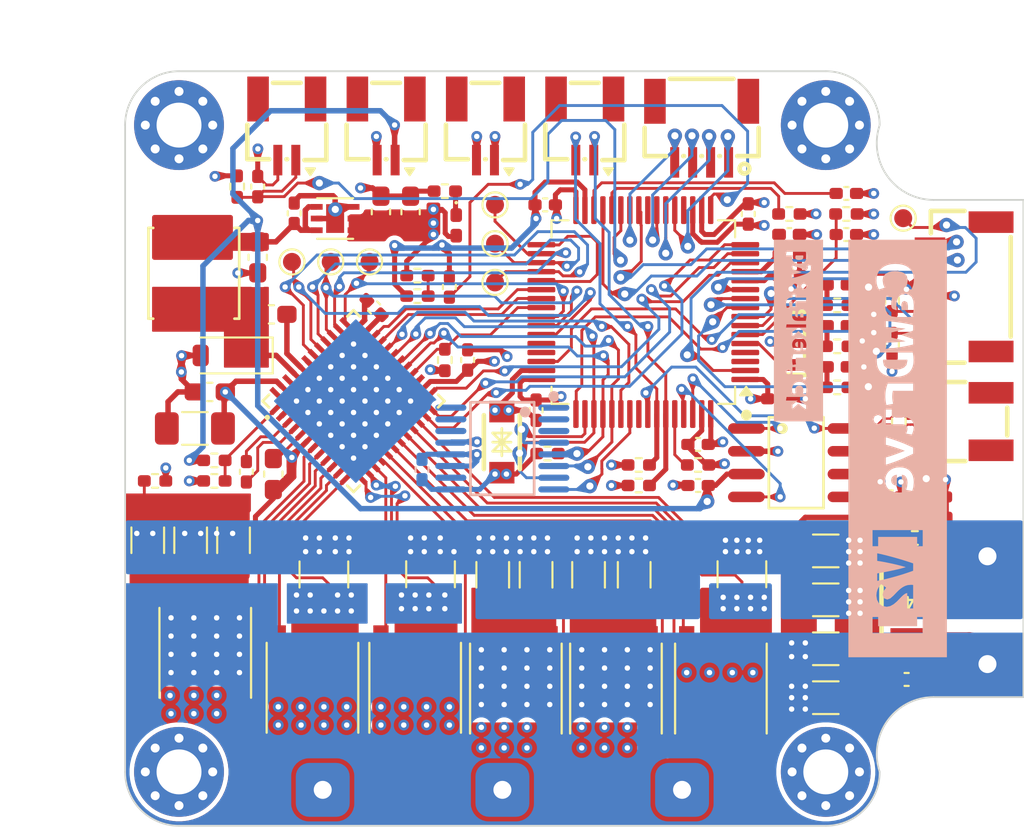
<source format=kicad_pcb>
(kicad_pcb (version 20241229) (generator "pcbnew") (generator_version "9.0")
  (layers (0 "F.Cu" signal) (4 "In1.Cu" signal) (6 "In2.Cu" signal) (2 "B.Cu" signal) (13 "F.Paste" user) (15 "B.Paste" user) (5 "F.SilkS" user "F.Silkscreen") (7 "B.SilkS" user "B.Silkscreen") (1 "F.Mask" user) (3 "B.Mask" user) (25 "Edge.Cuts" user))
  (net 0 "")
  (net 1 "GND")
  (net 2 "+3.3V")
  (net 3 "+3.3VA")
  (net 4 "+5V")
  (net 5 "/RESET")
  (net 6 "/DRV8323RSRGZR/CB")
  (net 7 "/DRV8323RSRGZR/SW")
  (net 8 "+36V")
  (net 9 "/DRV8323RSRGZR/PHASA")
  (net 10 "/DRV8323RSRGZR/PHASB")
  (net 11 "/DRV8323RSRGZR/PHASC")
  (net 12 "Net-(D1-K)")
  (net 13 "Net-(D2-K)")
  (net 14 "/SPI1_NSS")
  (net 15 "/SPI1_MISO")
  (net 16 "/SPI1_MOSI")
  (net 17 "/CAN_N")
  (net 18 "/CAN_P")
  (net 19 "/SWDIO")
  (net 20 "/SWCLK")
  (net 21 "/DRV8323RSRGZR/GHA")
  (net 22 "/DRV8323RSRGZR/GLA")
  (net 23 "/DRV8323RSRGZR/SPA")
  (net 24 "/DRV8323RSRGZR/GHB")
  (net 25 "/DRV8323RSRGZR/GLB")
  (net 26 "/DRV8323RSRGZR/SPB")
  (net 27 "/DRV8323RSRGZR/GHC")
  (net 28 "/DRV8323RSRGZR/GLC")
  (net 29 "/SPI1_SCK")
  (net 30 "/MCU_STA")
  (net 31 "/DRV_STA")
  (net 32 "/DRV8323RSRGZR/FB")
  (net 33 "/SPI3_MISO")
  (net 34 "/DRV_FAULT")
  (net 35 "/HSE_IN")
  (net 36 "/HSE_OUT")
  (net 37 "/DRV_ENABLE")
  (net 38 "/DRV_CAL")
  (net 39 "/SPI3_SCK")
  (net 40 "/SPI3_MOSI")
  (net 41 "/TIM1_BKIN")
  (net 46 "GND1")
  (net 47 "Net-(D4-K)")
  (net 48 "Net-(U7-CPL)")
  (net 49 "Net-(U7-CPH)")
  (net 50 "Net-(U7-VCP)")
  (net 51 "Net-(U7-DVDD)")
  (net 84 "/TIM1_CH1N")
  (net 85 "/DRV_SPI_NSS")
  (net 86 "/TIM1_CH3N")
  (net 87 "/TIM1_CH3")
  (net 88 "/TIM1_CH2")
  (net 89 "/TIM1_CH2N")
  (net 90 "/TIM1_CH1")
  (net 94 "/ADC2_IN9")
  (net 100 "Net-(U8-VCAP_1)")
  (net 101 "/ADC3_IN3")
  (net 102 "/ADC1_IN10")
  (net 103 "/USART3_TX")
  (net 104 "/USART3_RX")
  (net 107 "Net-(D6-K)")
  (net 108 "/DRV8323RSRGZR/SPC")
  (net 109 "/I2C1_SCL")
  (net 110 "/I2C1_SDA")
  (net 111 "/ENCODER_STA")
  (net 112 "Net-(U8-BOOT0)")
  (net 113 "Net-(U8-VSSA)")
  (net 114 "Net-(U8-PB2)")
  (net 115 "/CAN_TX")
  (net 116 "/CAN_RX")
  (net 117 "/CAN_STB")
  (net 118 "/ADC1_IN0")
  (net 119 "/ADC2_IN1")
  (net 120 "/ADC3_IN2")
  (net 122 "Net-(U8-PC13)")
  (net 125 "/ENCODER_CAL_EN")
  (net 126 "/ENCODER_SPI_NSS")
  (footprint "Resistor_SMD:R_0402_1005Metric_Pad0.72x0.64mm_HandSolder" (layer "F.Cu") (at 137.795 84.074 90)
    (property "Reference" "R17" (hide yes))
    (property "Value" "10k" (hide yes))
  )
  (footprint "Capacitor_SMD:C_0603_1608Metric_Pad1.08x0.95mm_HandSolder" (layer "F.Cu") (at 127.381 78.359 -90)
    (property "Reference" "C16" (hide yes))
    (property "Value" "22uF" (hide yes))
  )
  (footprint "Capacitor_SMD:C_0402_1005Metric_Pad0.74x0.62mm_HandSolder" (layer "F.Cu") (at 151.892 91.059 180)
    (property "Reference" "C13")
    (property "Value" "0.1uF")
  )
  (footprint "LED_SMD:LED_0402_1005Metric_Pad0.77x0.64mm_HandSolder" (layer "F.Cu") (at 138.43 76.581 -90)
    (property "Reference" "D4")
    (property "Value" "PWR_STA_LED")
  )
  (footprint "TestPoint:TestPoint_Pad_D1.0mm" (layer "F.Cu") (at 133.604 78.613)
    (property "Reference" "TP4")
    (property "Value" "TestPoint")
  )
  (footprint "Resistor_SMD:R_0402_1005Metric_Pad0.72x0.64mm_HandSolder" (layer "F.Cu") (at 126.238 74.422 90)
    (property "Reference" "R1")
    (property "Value" "10k 1%")
  )
  (footprint "Capacitor_SMD:C_1206_3216Metric_Pad1.33x1.80mm_HandSolder" (layer "F.Cu") (at 159 102.87)
    (property "Reference" "C38")
    (property "Value" "10uF/50V")
  )
  (footprint "Rick_Connector:CONN-SMD_2P-P1.00_XUNPU_WAFER-SH1.0-2PWB" (layer "F.Cu") (at 129 71.247 180)
    (property "Reference" "U6")
    (property "Value" "WAFER-SH1.0-2PWB")
  )
  (footprint "Resistor_SMD:R_0402_1005Metric_Pad0.72x0.64mm_HandSolder" (layer "F.Cu") (at 162.687 80.772 90)
    (property "Reference" "R2")
    (property "Value" "10k")
  )
  (footprint "Rick_MOSFET:TPHR8504PL,L1Q" (layer "F.Cu") (at 124.46 100.374 90)
    (property "Reference" "Q7" (hide yes))
    (property "Value" "TPH3R704PL" (hide yes))
  )
  (footprint "Resistor_SMD:R_0402_1005Metric_Pad0.72x0.64mm_HandSolder" (layer "F.Cu") (at 163.068 87.503 90)
    (property "Reference" "R26")
    (property "Value" "120Ω 1%")
  )
  (footprint "Capacitor_SMD:C_0402_1005Metric_Pad0.74x0.62mm_HandSolder" (layer "F.Cu") (at 160.147 74.803 180)
    (property "Reference" "C9")
    (property "Value" "2.2uF")
  )
  (footprint "Resistor_SMD:R_0402_1005Metric_Pad0.72x0.64mm_HandSolder" (layer "F.Cu") (at 159.639 81.026)
    (property "Reference" "R9" (hide yes))
    (property "Value" "510Ω" (hide yes))
  )
  (footprint "Resistor_SMD:R_1210_3225Metric_Pad1.30x2.65mm_HandSolder" (layer "F.Cu") (at 131.064 96.012 90)
    (property "Reference" "R18" (hide yes))
    (property "Value" "5mΩ 1%" (hide yes))
  )
  (footprint "CawDrive_Connector:POWER_PAD" (layer "F.Cu") (at 168 95)
    (property "Reference" "H8" (hide yes))
    (property "Value" "MountingHole_Pad" (hide yes))
  )
  (footprint "Rick_Regulator_Linear:TLV76733DRVR_SON65P200X200X80-7N" (layer "F.Cu") (at 131.69 76.2 180)
    (property "Reference" "U2" (hide yes))
    (property "Value" "TLV76733DRVR" (hide yes))
  )
  (footprint "Resistor_SMD:R_0402_1005Metric_Pad0.72x0.64mm_HandSolder" (layer "F.Cu") (at 163.957 93.98 180)
    (property "Reference" "R8")
    (property "Value" "75k 1%")
  )
  (footprint "Rick_Connector:CONN-SMD_2P-P1.00_XUNPU_WAFER-SH1.0-2PWB" (layer "F.Cu") (at 166.5 87.5 90)
    (property "Reference" "U5")
    (property "Value" "WAFER-SH1.0-2PWB")
  )
  (footprint "Capacitor_SMD:C_0402_1005Metric_Pad0.74x0.62mm_HandSolder" (layer "F.Cu") (at 156.337 86.233)
    (property "Reference" "C2" (hide yes))
    (property "Value" "0.1uF" (hide yes))
  )
  (footprint "Inductor_SMD:L_0402_1005Metric_Pad0.77x0.64mm_HandSolder" (layer "F.Cu") (at 156.972 77.089 180)
    (property "Reference" "L1" (hide yes))
    (property "Value" "39nH" (hide yes))
  )
  (footprint "TestPoint:TestPoint_Pad_D1.0mm" (layer "F.Cu") (at 140.589 77.597)
    (property "Reference" "TP2")
    (property "Value" "TestPoint")
  )
  (footprint "Capacitor_SMD:C_1206_3216Metric_Pad1.33x1.80mm_HandSolder" (layer "F.Cu") (at 121.2596 94.107 90)
    (property "Reference" "C22" (hide yes))
    (property "Value" "10uF/50V" (hide yes))
  )
  (footprint "Capacitor_SMD:C_0402_1005Metric_Pad0.74x0.62mm_HandSolder" (layer "F.Cu") (at 129.413 75.9075 90)
    (property "Reference" "C7" (hide yes))
    (property "Value" "1uF" (hide yes))
  )
  (footprint "Rick_MOSFET:TPHR8504PL,L1Q" (layer "F.Cu") (at 153.162 102.362 -90)
    (property "Reference" "Q12" (hide yes))
    (property "Value" "TPH3R704PL" (hide yes))
  )
  (footprint "Rick_MOSFET:TPHR8504PL,L1Q" (layer "F.Cu") (at 141.75 102.362 90)
    (property "Reference" "Q9" (hide yes))
    (property "Value" "TPH3R704PL" (hide yes))
  )
  (footprint "Capacitor_SMD:C_1206_3216Metric_Pad1.33x1.80mm_HandSolder" (layer "F.Cu") (at 140.462 96.03 90)
    (property "Reference" "C23" (hide yes))
    (property "Value" "10uF/50V" (hide yes))
  )
  (footprint "Capacitor_SMD:C_0402_1005Metric_Pad0.74x0.62mm_HandSolder" (layer "F.Cu") (at 163.5 101.854 180)
    (property "Reference" "C10")
    (property "Value" "0.1uF/50V")
  )
  (footprint "Capacitor_SMD:C_0402_1005Metric_Pad0.74x0.62mm_HandSolder" (layer "F.Cu") (at 165.1 91.694)
    (property "Reference" "C19")
    (property "Value" "0.1uF/50V")
  )
  (footprint "Rick_Connector:CONN-SMD_2P-P1.00_XUNPU_WAFER-SH1.0-2PWB" (layer "F.Cu") (at 134.52875 71.247 180)
    (property "Reference" "U11")
    (property "Value" "WAFER-SH1.0-2PWB")
  )
  (footprint "TestPoint:TestPoint_Pad_D1.0mm" (layer "F.Cu") (at 131.445 78.613)
    (property "Reference" "TP5")
    (property "Value" "TestPoint")
  )
  (footprint "MountingHole:MountingHole_2.5mm_Pad_Via" (layer "F.Cu") (at 159 71)
    (property "Reference" "H2" (hide yes))
    (property "Value" "MountingHole_Pad" (hide yes))
  )
  (footprint "CawDrive_Connector:POWER_PAD" (layer "F.Cu") (at 141 108)
    (property "Reference" "H6" (hide yes))
    (property "Value" "MountingHole_Pad" (hide yes))
  )
  (footprint "Capacitor_SMD:C_1206_3216Metric_Pad1.33x1.80mm_HandSolder" (layer "F.Cu") (at 126.0348 94.107 90)
    (property "Reference" "C20" (hide yes))
    (property "Value" "10uF/50V" (hide yes))
  )
  (footprint "Diode_SMD:D_SOD-123" (layer "F.Cu") (at 125.857 83.82 180)
    (property "Reference" "D3" (hide yes))
    (property "Value" "D_Schottky_Small" (hide yes))
  )
  (footprint "Rick_Connector:CONN-SMD_4P-P1.00_WAFER-SH1.0-4PWB" (layer "F.Cu") (at 152.09 71.374 180)
    (property "Reference" "CN3")
    (property "Value" "WAFER-SH1.0-4PWB")
  )
  (footprint "Resistor_SMD:R_0402_1005Metric_Pad0.72x0.64mm_HandSolder" (layer "F.Cu") (at 151.892 89.916 180)
    (property "Reference" "R23")
    (property "Value" "10K")
  )
  (footprint "Capacitor_SMD:C_1206_3216Metric_Pad1.33x1.80mm_HandSolder" (layer "F.Cu") (at 145.796 96.03 90)
    (property "Reference" "C25" (hide yes))
    (property "Value" "10uF/50V" (hide yes))
  )
  (footprint "Resistor_SMD:R_0402_1005Metric_Pad0.72x0.64mm_HandSolder" (layer "F.Cu") (at 136.271 79.375 180)
    (property "Reference" "R20")
    (property "Value" "10k 1%")
  )
  (footprint "Resistor_SMD:R_0402_1005Metric_Pad0.72x0.64mm_HandSolder" (layer "F.Cu") (at 148.59 89.916 180)
    (property "Reference" "R5")
    (property "Value" "10k")
  )
  (footprint "Capacitor_SMD:C_0402_1005Metric_Pad0.74x0.62mm_HandSolder" (layer "F.Cu") (at 156.972 78.232)
    (property "Reference" "C11")
    (property "Value" "0.1uF")
  )
  (footprint "Rick_Diode:SMF6.0CA_SOD-123FL_L2.8-W1.8-LS3.7-BI" (layer "F.Cu") (at 140.97 88.646 90)
    (property "Reference" "D5")
    (property "Value" "SMF6.0CA_C2836402")
  )
  (footprint "Capacitor_SMD:C_0402_1005Metric_Pad0.74x0.62mm_HandSolder" (layer "F.Cu") (at 162.61 91.69 180)
    (property "Reference" "C17")
    (property "Value" "0.1uF")
  )
  (footprint "TestPoint:TestPoint_Pad_D1.0mm" (layer "F.Cu") (at 140.589 75.438)
    (property "Reference" "TP1")
    (property "Value" "TestPoint")
  )
  (footprint "MountingHole:MountingHole_2.5mm_Pad_Via" (layer "F.Cu") (at 123 107)
    (property "Reference" "H4" (hide yes))
    (property "Value" "MountingHole_Pad" (hide yes))
  )
  (footprint "Capacitor_SMD:C_1206_3216Metric_Pad1.33x1.80mm_HandSolder" (layer "F.Cu") (at 123.884 87.884 180)
    (property "Reference" "C30" (hide yes))
    (property "Value" "0.1uF/50V" (hide yes))
  )
  (footprint "Rick_Diode:SMAJ36CA_TR13_SMA(DO-214AC)" (layer "F.Cu") (at 163.5 98 90)
    (property "Reference" "TV1" (hide yes))
    (property "Value" "SMAJ36CA/TR13" (hide yes))
  )
  (footprint "Resistor_SMD:R_0402_1005Metric_Pad0.72x0.64mm_HandSolder" (layer "F.Cu") (at 156.972 79.375)
    (property "Reference" "R24")
    (property "Value" "0Ω")
  )
  (footprint "Resistor_SMD:R_0402_1005Metric_Pad0.72x0.64mm_HandSolder" (layer "F.Cu") (at 137.795 74.676 180)
    (property "Reference" "R7")
    (property "Value" "510Ω")
  )
  (footprint "Rick_Crystal:Crystal_SMD3213-3P" (layer "F.Cu") (at 157.2 83.15 90)
    (property "Reference" "X1" (hide yes))
    (property "Value" "CSTNE16M0V530000R0" (hide yes))
  )
  (footprint "Capacitor_SMD:C_1206_3216Metric_Pad1.33x1.80mm_HandSolder" (layer "F.Cu") (at 159 97.423333)
    (property "Reference" "C36")
    (property "Value" "10uF/50V")
  )
  (footprint "Resistor_SMD:R_0402_1005Metric_Pad0.72x0.64mm_HandSolder" (layer "F.Cu") (at 160.147 75.946 180)
    (property "Reference" "R10" (hide yes))
    (property "Value" "10k" (hide yes))
  )
  (footprint "Capacitor_SMD:C_0603_1608Metric_Pad1.08x0.95mm_HandSolder" (layer "F.Cu") (at 124.714 85.852 180)
    (property "Reference" "C33" (hide yes))
    (property "Value" "0.1uF/50V" (hide yes))
  )
  (footprint "Capacitor_SMD:C_0402_1005Metric_Pad0.74x0.62mm_HandSolder" (layer "F.Cu") (at 133.858 81.153 -45)
    (property "Reference" "C31" (hide yes))
    (property "Value" "1uF" (hide yes))
  )
  (footprint "Resistor_SMD:R_0402_1005Metric_Pad0.72x0.64mm_HandSolder" (layer "F.Cu") (at 121.666 90.805)
    (property "Reference" "R4")
    (property "Value" "0Ω")
  )
  (footprint "Resistor_SMD:R_0402_1005Metric_Pad0.72x0.64mm_HandSolder" (layer "F.Cu") (at 165.1 92.837 180)
    (property "Reference" "R12")
    (property "Value" "3k 1%")
  )
  (footprint "TestPoint:TestPoint_Pad_D1.0mm" (layer "F.Cu") (at 163.31 76.18)
    (property "Reference" "TP7")
    (property "Value" "TestPoint")
  )
  (footprint "Capacitor_SMD:C_0603_1608Metric_Pad1.08x0.95mm_HandSolder" (layer "F.Cu") (at 135.89 75.819 90)
    (property "Reference" "C35" (hide yes))
    (property "Value" "22uF" (hide yes))
  )
  (footprint "Capacitor_SMD:C_0402_1005Metric_Pad0.74x0.62mm_HandSolder" (layer "F.Cu") (at 160.147 77.089)
    (property "Reference" "C14" (hide yes))
    (property "Value" "0.1uF" (hide yes))
  )
  (footprint "LED_SMD:LED_0402_1005Metric_Pad0.77x0.64mm_HandSolder" (layer "F.Cu") (at 159.639 84.455)
    (property "Reference" "D6")
    (property "Value" "ENCODER_STA_LED")
  )
  (footprint "Capacitor_SMD:C_0603_1608Metric_Pad1.08x0.95mm_HandSolder" (layer "F.Cu") (at 128.143 81.534 180)
    (property "Reference" "C15" (hide yes))
    (property "Value" "0.1uF/50V" (hide yes))
  )
  (footprint "Capacitor_SMD:C_1206_3216Metric_Pad1.33x1.80mm_HandSolder" (layer "F.Cu") (at 148.336 96.03 90)
    (property "Reference" "C26" (hide yes))
    (property "Value" "10uF/50V" (hide yes))
  )
  (footprint "Resistor_SMD:R_0402_1005Metric_Pad0.72x0.64mm_HandSolder" (layer "F.Cu") (at 143.51 89.281)
    (property "Reference" "R16" (hide yes))
    (property "Value" "10k" (hide yes))
  )
  (footprint "Rick_MOSFET:TPHR8504PL,L1Q" (layer "F.Cu") (at 130.429 102.318 -90)
    (property "Reference" "Q8" (hide yes))
    (property "Value" "TPH3R704PL" (hide yes))
  )
  (footprint "Rick_Connector:CONN-SMD_2P-P1.00_XUNPU_WAFER-SH1.0-2PWB" (layer "F.Cu") (at 140.0575 71.247 180)
    (property "Reference" "U12")
    (property "Value" "WAFER-SH1.0-2PWB")
  )
  (footprint "TestPoint:TestPoint_Pad_D1.0mm" (layer "F.Cu") (at 129.286 78.613)
    (property "Reference" "TP6")
    (property "Value" "TestPoint")
  )
  (footprint "Resistor_SMD:R_0402_1005Metric_Pad0.72x0.64mm_HandSolder" (layer "F.Cu") (at 162.687 83.185 90)
    (property "Reference" "R3")
    (property "Value" "10k")
  )
  (footprint "Capacitor_SMD:C_0402_1005Metric_Pad0.74x0.62mm_HandSolder" (layer "F.Cu") (at 151.892 88.773 180)
    (property "Reference" "C6" (hide yes))
    (property "Value" "0.1uF" (hide yes))
  )
  (footprint "Resistor_SMD:R_1210_3225Metric_Pad1.30x2.65mm_HandSolder" (layer "F.Cu") (at 154.332 96 90)
    (property "Reference" "R22")
    (property "Value" "5mΩ 1%")
  )
  (footprint "Capacitor_SMD:C_1206_3216Metric_Pad1.33x1.80mm_HandSolder" (layer "F.Cu") (at 159 100.146667)
    (property "Reference" "C37")
    (property "Value" "10uF/50V")
  )
  (footprint "CawDrive_Connector:POWER_PAD" (layer "F.Cu") (at 151 108)
    (property "Reference" "H7" (hide yes))
    (property "Value" "MountingHole_Pad" (hide yes))
  )
  (footprint "Resistor_SMD:R_1210_3225Metric_Pad1.30x2.65mm_HandSolder" (layer "F.Cu") (at 137 96 90)
    (property "Reference" "R19" (hide yes))
    (property "Value" "5mΩ 1%" (hide yes))
  )
  (footprint "Capacitor_SMD:C_0603_1608Metric_Pad1.08x0.95mm_HandSolder" (layer "F.Cu") (at 134.239 75.819 90)
    (property "Reference" "C34" (hide yes))
    (property "Value" "22uF" (hide yes))
  )
  (footprint "CawDrive_Connector:POWER_PAD" (layer "F.Cu") (at 168 101)
    (property "Reference" "H9" (hide yes))
    (property "Value" "MountingHole_Pad" (hide yes))
  )
  (footprint "Rick_MOSFET:TPHR8504PL,L1Q" (layer "F.Cu") (at 136.144 102.318 -90)
    (property "Reference" "Q10" (hide yes))
    (property "Value" "TPH3R704PL" (hide yes))
  )
  (footprint "Capacitor_SMD:C_1206_3216Metric_Pad1.33x1.80mm_HandSolder" (layer "F.Cu") (at 159 94.7)
    (property "Reference" "C29" (hide yes))
    (property "Value" "10uF/50V" (hide yes))
  )
  (footprint "LED_SMD:LED_0402_1005Metric_Pad0.77x0.64mm_HandSolder" (layer "F.Cu") (at 159.639 79.883)
    (property "Reference" "D1" (hide yes))
    (property "Value" "MCU_STA_LED" (hide yes))
  )
  (footprint "LED_SMD:LED_0402_1005Metric_Pad0.77x0.64mm_HandSolder" (layer "F.Cu") (at 159.639 82.169)
    (property "Reference" "D2" (hide yes))
    (property "Value" "DRV_STA_LED" (hide yes))
  )
  (footprint "TestPoint:TestPoint_Pad_D1.0mm" (layer "F.Cu") (at 140.589 79.756)
    (property "Reference" "TP3")
    (property "Value" "TestPoint")
  )
  (footprint "Resistor_SMD:R_0402_1005Metric_Pad0.72x0.64mm_HandSolder" (layer "F.Cu") (at 124.968 90.805 180)
    (property "Reference" "R14" (hide yes))
    (property "Value" "10k ±0.1%" (hide yes))
  )
  (footprint "Resistor_SMD:R_0402_1005Metric_Pad0.72x0.64mm_HandSolder" (layer "F.Cu") (at 148.59 91.059 180)
    (property "Reference" "R6")
    (property "Value" "10k")
  )
  (footprint "Capacitor_SMD:C_1206_3216Metric_Pad1.33x1.80mm_HandSolder" (layer "F.Cu") (at 142.875 96.03 90)
    (property "Reference" "C24" (hide yes))
    (property "Value" "10uF/50V" (hide yes))
  )
  (footprint "Rick_Connector:CONN-SMD_2P-P1.00_XUNPU_WAFER-SH1.0-2PWB" (layer "F.Cu") (at 145.58625 71.247 180)
    (property "Reference" "U10")
    (property "Value" "WAFER-SH1.0-2PWB")
  )
  (footprint "Resistor_SMD:R_0402_1005Metric_Pad0.72x0.64mm_HandSolder" (layer "F.Cu") (at 159.639 85.598)
    (property "Reference" "R15")
    (property "Value" "510Ω")
  )
  (footprint "Rick_Drive:DRV8323RS_QFN-48-EP(7x7)" (layer "F.Cu") (at 132.715 86.36 45)
    (property "Reference" "U7")
    (property "Value" "DRV8323RSRGZR")
  )
  (footprint "MountingHole:MountingHole_2.5mm_Pad_Via" (layer "F.Cu") (at 123 71)
    (property "Reference" "H1" (hide yes))
    (property "Value" "MountingHole_Pad" (hide yes))
  )
  (footprint "Capacitor_SMD:C_0402_1005Metric_Pad0.74x0.62mm_HandSolder" (layer "F.Cu") (at 127.381 74.422 -90)
    (property "Reference" "C1")
    (property "Value" "0.1uF")
  )
  (footprint "MountingHole:MountingHole_2.5mm_Pad_Via" (layer "F.Cu") (at 159 107)
    (property "Reference" "H3" (hide yes))
    (property "Value" "MountingHole_Pad" (hide yes))
  )
  (footprint "Resistor_SMD:R_0402_1005Metric_Pad0.72x0.64mm_HandSolder" (layer "F.Cu") (at 124.968 89.662)
    (property "Reference" "R13" (hide yes))
    (property "Value" "54.9k ±0.1%" (hide yes))
  )
  (footprint "Rick_Connector:CONN-SMD_6P-P1.00_XUNPU_WAFER-SH1.0-6PWB" (layer "F.Cu") (at 166.5 80 90)
    (property "Reference" "CN2")
    (property "Value" "WAFER-SH1.0-6PWB")
  )
  (footprint "Capacitor_SMD:C_0402_1005Metric_Pad0.74x0.62mm_HandSolder" (layer "F.Cu") (at 139.065 84.074 90)
    (property "Reference" "C32" (hide yes))
    (property "Value" "1uF" (hide yes))
  )
  (footprint "Rick_CAN:TJA1051T31J_SOIC-8_L4.9-W3.9-P1.27-LS6.0-BL" (layer "F.Cu") (at 157.353 89.789 -90)
    (property "Reference" "U1" (hide yes))
    (property "Value" "TJA1051T/3/1J" (hide yes))
  )
  (footprint "Capacitor_SMD:C_0402_1005Metric_Pad0.74x0.62mm_HandSolder" (layer "F.Cu") (at 138.049 80.01 -90)
    (property "Reference" "C12")
    (property "Value" "0.1uF")
  )
  (footprint "Capacitor_SMD:C_0402_1005Metric_Pad0.74x0.62mm_HandSolder" (layer "F.Cu") (at 154.686 75.946 90)
    (property "Reference" "C3" (hide yes))
    (property "Value" "0.1uF" (hide yes))
  )
  (footprint "Capacitor_SMD:C_1206_3216Metric_Pad1.33x1.80mm_HandSolder" (layer "F.Cu") (at 123.6472 94.107 90)
    (property "Reference" "C21" (hide yes))
    (property "Value" "10uF/50V" (hide yes))
  )
  (footprint "CawDrive_Connector:POWER_PAD" (layer "F.Cu") (at 131 108)
    (property "Reference" "H5" (hide yes))
    (property "Value" "MountingHole_Pad" (hide yes))
  )
  (footprint "Capacitor_SMD:C_0603_1608Metric_Pad1.08x0.95mm_HandSolder" (layer "F.Cu") (at 128.25 90.424 90)
    (property "Reference" "C28" (hide yes))
    (property "Value" "1uF/50V" (hide yes))
  )
  (footprint "Resistor_SMD:R_0402_1005Metric_Pad0.72x0.64mm_HandSolder" (layer "F.Cu") (at 159.639 83.312)
    (property "Reference" "R11" (hide yes))
    (property "Value" "510Ω" (hide yes))
  )
  (footprint "Rick_Inductor:LQH5BPB220MT0L_IND-SMD_L5.0-W5.0" (layer "F.Cu") (at 123.825 79.248 -90)
    (property "Reference" "L2" (hide yes))
    (property "Value" "22uH_±20%_1.4A" (hide yes))
  )
  (footprint "Resistor_SMD:R_0402_1005Metric_Pad0.72x0.64mm_HandSolder" (layer "F.Cu") (at 156.972 75.946)
    (property "Reference" "R25")
    (property "Value" "10K")
  )
  (footprint "Resistor_SMD:R_0402_1005Metric_Pad0.72x0.64mm_HandSolder" (layer "F.Cu") (at 136.271 80.518)
    (property "Reference" "R21")
    (property "Value" "NTC")
  )
  (footprint "Capacitor_SMD:C_0402_1005Metric_Pad0.74x0.62mm_HandSolder" (layer "F.Cu") (at 143.383 75.438 180)
    (property "Reference" "C4" (hide yes))
    (property "Value" "0.1uF" (hide yes))
  )
  (footprint "Rick_MOSFET:TPHR8504PL,L1Q" (layer "F.Cu") (at 147.32 102.362 90)
    (property "Reference" "Q11" (hide yes))
    (property "Value" "TPH3R704PL" (hide yes))
  )
  (footprint "Capacitor_SMD:C_0402_1005Metric_Pad0.74x0.62mm_HandSolder" (layer "F.Cu") (at 142.875 86.868 -90)
    (property "Reference" "C5" (hide yes))
    (property "Value" "0.1uF" (hide yes))
  )
  (footprint "Capacitor_SMD:C_0402_1005Metric_Pad0.74x0.62mm_HandSolder" (layer "F.Cu") (at 126.75 90.297 -90)
    (property "Reference" "C27" (hide yes))
    (property "Value" "47nF/50V" (hide yes))
  )
  (footprint "Package_QFP:LQFP-64_10x10mm_P0.5mm" (layer "F.Cu") (at 148.844 81.407 180)
    (property "Reference" "U8")
    (property "Value" "STM32F446RETx")
  )
  (footprint "Rick_Sensor:MT6835GT-STD" (layer "B.Cu") (at 140.9954 89.0016 -90)
    (property "Reference" "U9")
    (property "Value" "MT6835GT-STD")
  )
  (footprint "kibuzzard-67F13BB6" (layer "B.Cu") (at 163 89 -90)
    (property "Reference" "kibuzzard-67F13BB6" (hide yes))
    (property "Value" "G***" (hide yes))
  )
  (footprint "Capacitor_SMD:C_0402_1005Metric_Pad0.74x0.62mm_HandSolder" (layer "B.Cu") (at 136.525 90.17 -90)
    (property "Reference" "C18")
    (property "Value" "0.1uF")
  )
  (footprint "kibuzzard-67F4292F" (layer "B.Cu") (at 157.48 82.434303 -90)
    (property "Reference" "kibuzzard-67F4292F" (hide yes))
    (property "Value" "G***" (hide yes))
  )
  (gr_line (start 123 68) (end 159 68) (stroke (width 0.1)) (layer "Edge.Cuts"))
  (gr_arc (start 159 68) (mid 161.12132 68.87868) (end 162 71) (stroke (width 0.1)) (layer "Edge.Cuts"))
  (gr_arc (start 165 75.162278) (mid 162.434627 73.849016) (end 162 71) (stroke (width 0.1)) (layer "Edge.Cuts"))
  (gr_arc (start 123 110) (mid 120.87868 109.12132) (end 120 107) (stroke (width 0.1)) (layer "Edge.Cuts"))
  (gr_line (start 170 75.162278) (end 170 102.837722) (stroke (width 0.1)) (layer "Edge.Cuts"))
  (gr_arc (start 162 107) (mid 161.12132 109.12132) (end 159 110) (stroke (width 0.1)) (layer "Edge.Cuts"))
  (gr_line (start 165 75.162278) (end 170 75.162278) (stroke (width 0.1)) (layer "Edge.Cuts"))
  (gr_line (start 159 110) (end 123 110) (stroke (width 0.1)) (layer "Edge.Cuts"))
  (gr_line (start 165 102.837723) (end 170 102.837722) (stroke (width 0.1)) (layer "Edge.Cuts"))
  (gr_arc (start 162 107) (mid 162.434627 104.150984) (end 165 102.837722) (stroke (width 0.1)) (layer "Edge.Cuts"))
  (gr_line (start 120 107) (end 120.000001 71) (stroke (width 0.1)) (layer "Edge.Cuts"))
  (gr_arc (start 120.000001 71) (mid 120.87868 68.87868) (end 123 68.000001) (stroke (width 0.1)) (layer "Edge.Cuts"))
  (segment (start 143.383 74.168) (end 142.8155 74.7355) (width 0.2794) (layer "F.Cu") (net 1))
  (segment (start 157.861 86.233) (end 156.9045 86.233) (width 0.3048) (layer "F.Cu") (net 1))
  (segment (start 134.132283 81.760737) (end 134.132283 81.681283) (width 0.3048) (layer "F.Cu") (net 1))
  (segment (start 133.533123 82.359897) (end 134.132283 81.760737) (width 0.3048) (layer "F.Cu") (net 1))
  (segment (start 130.665 76.2) (end 131.69 76.2) (width 0.3048) (layer "F.Cu") (net 1))
  (segment (start 157.5395 78.232) (end 157.5395 79.345) (width 0.2794) (layer "F.Cu") (net 1))
  (segment (start 145.594 74.601) (end 145.161 74.168) (width 0.2794) (layer "F.Cu") (net 1))
  (segment (start 157.5695 75.946) (end 158.454 75.946) (width 0.2794) (layer "F.Cu") (net 1))
  (segment (start 142.8155 74.7355) (end 142.8155 75.438) (width 0.2794) (layer "F.Cu") (net 1))
  (segment (start 152.4895 89.916) (end 153.294448 89.916) (width 0.3048) (layer "F.Cu") (net 1))
  (segment (start 130.129111 84.127664) (end 130.81 84.808553) (width 0.3048) (layer "F.Cu") (net 1))
  (segment (start 127.39 72.32) (end 127.381 72.329) (width 0.2794) (layer "F.Cu") (net 1))
  (segment (start 154.581 89.154) (end 156.337 89.154) (width 0.3048) (layer "F.Cu") (net 1))
  (segment (start 165.6975 90.7575) (end 165.67 90.73) (width 0.2794) (layer "F.Cu") (net 1))
  (segment (start 127.8565 74.33) (end 127.381 73.8545) (width 0.16002) (layer "F.Cu") (net 1))
  (segment (start 124.3705 90.805) (end 123.571 90.805) (width 0.3048) (layer "F.Cu") (net 1))
  (segment (start 145.594 75.732) (end 145.594 74.601) (width 0.2794) (layer "F.Cu") (net 1))
  (segment (start 122.2635 90.0805) (end 122.2635 90.805) (width 0.16002) (layer "F.Cu") (net 1))
  (segment (start 123.15 83.82) (end 123.14 83.83) (width 0.3048) (layer "F.Cu") (net 1))
  (segment (start 135.89 74.9565) (end 134.239 74.9565) (width 0.3048) (layer "F.Cu") (net 1))
  (segment (start 123.14 83.83) (end 123.14 84.73) (width 0.3048) (layer "F.Cu") (net 1))
  (segment (start 161.671 77.089) (end 160.7145 77.089) (width 0.2794) (layer "F.Cu") (net 1))
  (segment (start 137.636562 77.671235) (end 137.636562 77.728562) (width 0.2794) (layer "F.Cu") (net 1))
  (segment (start 124.207 83.82) (end 123.15 83.82) (width 0.3048) (layer "F.Cu") (net 1))
  (segment (start 150.495 91.04) (end 151.1785 91.04) (width 0.2794) (layer "F.Cu") (net 1))
  (segment (start 131.841 75.55) (end 132.715 75.55) (width 0.3048) (layer "F.Cu") (net 1))
  (segment (start 136.36155 85.188324) (end 135.824874 85.725) (width 0.3048) (layer "F.Cu") (net 1))
  (segment (start 153.294448 89.916) (end 153.363542 89.846906) (width 0.3048) (layer "F.Cu") (net 1))
  (segment (start 133.1 74.49759) (end 133.76759 74.49759) (width 0.3048) (layer "F.Cu") (net 1))
  (segment (start 139.573 71.628) (end 139.573 72.9315) (width 0.3048) (layer "F.Cu") (net 1))
  (segment (start 155.91737 83.054428) (end 156.084428 83.054428) (width 0.2794) (layer "F.Cu") (net 1))
  (segment (start 122.3895 87.884) (end 122.3895 86.3985) (width 0.3048) (layer "F.Cu") (net 1))
  (segment (start 131.572 74.93) (end 131.69 75.048) (width 0.3048) (layer "F.Cu") (net 1))
  (segment (start 122.936 85.852) (end 123.8515 85.852) (width 0.3048) (layer "F.Cu") (net 1))
  (segment (start 128.721877 87.178123) (end 129.54 86.36) (width 0.3048) (layer "F.Cu") (net 1))
  (segment (start 135.824874 85.725) (end 135.255 85.725) (width 0.3048) (layer "F.Cu") (net 1))
  (segment (start 160.7145 74.803) (end 161.671 74.803) (width 0.2794) (layer "F.Cu") (net 1))
  (segment (start 122.3895 86.3985) (end 122.936 85.852) (width 0.3048) (layer "F.Cu") (net 1))
  (segment (start 152.273 77.089) (end 152.094 76.91) (width 0.2794) (layer "F.Cu") (net 1))
  (segment (start 163.18 90.86) (end 163.18 91.6875) (width 0.2794) (layer "F.Cu") (net 1))
  (segment (start 142.060928 84.657) (end 143.169 84.657) (width 0.2794) (layer "F.Cu") (net 1))
  (segment (start 142.8155 76.1405) (end 142.875 76.2) (width 0.2794) (layer "F.Cu") (net 1))
  (segment (start 141.351 86.868) (end 142.3075 86.868) (width 0.2794) (layer "F.Cu") (net 1))
  (segment (start 142.3075 86.868) (end 142.875 87.4355) (width 0.2794) (layer "F.Cu") (net 1))
  (segment (start 156.084428 83.054428) (end 156.18 83.15) (width 0.2794) (layer "F.Cu") (net 1))
  (segment (start 152.094 88.0035) (end 151.3245 88.773) (width 0.2794) (layer "F.Cu") (net 1))
  (segment (start 135.001 77.69759) (end 135.001 79.8455) (width 0.2794) (layer "F.Cu") (net 1))
  (segment (start 156.18 83.15) (end 157.2 83.15) (width 0.2794) (layer "F.Cu") (net 1))
  (segment (start 141.5532 85.9038) (end 141.5532 85.164728) (width 0.2794) (layer "F.Cu") (net 1))
  (segment (start 129.413 75.243322) (end 129.726322 74.93) (width 0.3048) (layer "F.Cu") (net 1))
  (segment (start 137.1975 74.676) (end 136.1705 74.676) (width 0.2794) (layer "F.Cu") (net 1))
  (segment (start 151.3245 88.878) (end 152.3625 89.916) (width 0.3048) (layer "F.Cu") (net 1))
  (segment (start 142.8155 75.438) (end 142.8155 76.1405) (width 0.2794) (layer "F.Cu") (net 1))
  (segment (start 158.454 75.946) (end 158.46 75.94) (width 0.2794) (layer "F.Cu") (net 1))
  (segment (start 138.049 78.141) (end 138.049 79.4425) (width 0.2794) (layer "F.Cu") (net 1))
  (segment (start 157.07 79.8745) (end 157.5695 79.375) (width 0.2794) (layer "F.Cu") (net 1))
  (segment (start 141.264656 83.864656) (end 140.9065 83.5065) (width 0.2794) (layer "F.Cu") (net 1))
  (segment (start 133.8315 74.549) (end 134.239 74.9565) (width 0.3048) (layer "F.Cu") (net 1))
  (segment (start 145.161 74.168) (end 143.383 74.168) (width 0.2794) (layer "F.Cu") (net 1))
  (segment (start 126.27 79.23) (end 127.3725 79.23) (width 0.3048) (layer "F.Cu") (net 1))
  (segment (start 165.6975 92.837) (end 165.6975 91.724) (width 0.3048) (layer "F.Cu") (net 1))
  (segment (start 140.9065 83.5065) (end 139.065 83.5065) (width 0.2794) (layer "F.Cu") (net 1))
  (segment (start 152.781 77.089) (end 152.273 77.089) (width 0.2794) (layer "F.Cu") (net 1))
  (segment (start 128.22 74.33) (end 127.8565 74.33) (width 0.16002) (layer "F.Cu") (net 1))
  (segment (start 164.8 80.5) (end 166.15 80.5) (width 0.2794) (layer "F.Cu") (net 1))
  (segment (start 133.985 71.628) (end 133.985 72.90325) (width 0.3048) (layer "F.Cu") (net 1))
  (segment (start 137.636562 77.728562) (end 138.049 78.141) (width 0.2794) (layer "F.Cu") (net 1))
  (segment (start 135.001 79.8455) (end 135.6735 80.518) (width 0.2794) (layer "F.Cu") (net 1))
  (segment (start 123.13 84.74) (end 123.13 85.1305) (width 0.3048) (layer "F.Cu") (net 1))
  (segment (start 154.4915 75.3785) (end 152.781 77.089) (width 0.2794) (layer "F.Cu") (net 1))
  (segment (start 157.07 80.11759) (end 157.07 79.8745) (width 0.2794) (layer "F.Cu") (net 1))
  (segment (start 128.714897 87.178123) (end 128.721877 87.178123) (width 0.3048) (layer "F.Cu") (net 1))
  (segment (start 141.5532 85.164728) (end 142.060928 84.657) (width 0.2794) (layer "F.Cu") (net 1))
  (segment (start 134.132283 81.681283) (end 134.259283 81.554283) (width 0.3048) (layer "F.Cu") (net 1))
  (segment (start 166.15 80.5) (end 166.16 80.51) (width 0.2794) (layer "F.Cu") (net 1))
  (segment (start 129.726322 74.93) (end 131.572 74.93) (width 0.3048) (layer "F.Cu") (net 1))
  (segment (start 162.687 84.709) (end 162.687 83.7825) (width 0.2794) (layer "F.Cu") (net 1))
  (segment (start 165.67 90.73) (end 165.67 91.6915) (width 0.3048) (layer "F.Cu") (net 1))
  (segment (start 152.094 87.082) (end 152.094 88.0035) (width 0.2794) (layer "F.Cu") (net 1))
  (segment (start 123.13 85.1305) (end 123.8515 85.852) (width 0.3048) (layer "F.Cu") (net 1))
  (segment (start 140.589 86.868) (end 141.5532 85.9038) (width 0.2794) (layer "F.Cu") (net 1))
  (segment (start 131.69 75.048) (end 131.69 76.2) (width 0.3048) (layer "F.Cu") (net 1))
  (segment (start 123.14 84.73) (end 123.13 84.74) (width 0.3048) (layer "F.Cu") (net 1))
  (segment (start 154.686 75.3785) (end 154.4915 75.3785) (width 0.2794) (layer "F.Cu") (net 1))
  (segment (start 128.5 74.05) (end 128.22 74.33) (width 0.16002) (layer "F.Cu") (net 1))
  (segment (start 152.094 76.91) (end 152.094 75.732) (width 0.2794) (layer "F.Cu") (net 1))
  (segment (start 133.819 74.549) (end 133.8315 74.549) (width 0.3048) (layer "F.Cu") (net 1))
  (segment (start 133.533123 82.359897) (end 133.533123 82.366877) (width 0.3048) (layer "F.Cu") (net 1))
  (segment (start 127.381 72.329) (end 127.381 73.8545) (width 0.2794) (layer "F.Cu") (net 1))
  (segment (start 155.575 75.311) (end 154.7535 75.311) (width 0.2794) (layer "F.Cu") (net 1))
  (segment (start 133.533123 82.366877) (end 132.715 83.185) (width 0.3048) (layer "F.Cu") (net 1))
  (segment (start 128.5 72.947) (end 128.5 74.05) (width 0.16002) (layer "F.Cu") (net 1))
  (segment (start 133.76759 74.49759) (end 133.819 74.549) (width 0.3048) (layer "F.Cu") (net 1))
  (segment (start 130.81 84.808553) (end 130.81 85.09) (width 0.3048) (layer "F.Cu") (net 1))
  (segment (start 141.264656 83.88383) (end 141.264656 83.864656) (width 0.2794) (layer "F.Cu") (net 1))
  (segment (start 155.900211 83.037269) (end 155.91737 83.054428) (width 0.2794) (layer "F.Cu") (net 1))
  (via (at 166.16 80.51) (size 0.6) (drill 0.3) (layers "F.Cu" "B.Cu") (net 1))
  (via (at 161.671 74.803) (size 0.6) (drill 0.3) (layers "F.Cu" "B.Cu") (net 1))
  (via (at 133.985 88.265) (size 0.6) (drill 0.3) (layers "F.Cu" "B.Cu") (net 1))
  (via (at 153.363542 89.846906) (size 0.6) (drill 0.3) (layers "F.Cu" "B.Cu") (net 1))
  (via (at 131.445 84.455) (size 0.6) (drill 0.3) (layers "F.Cu" "B.Cu") (net 1))
  (via (at 132.715 88.265) (size 0.6) (drill 0.3) (layers "F.Cu" "B.Cu") (net 1))
  (via (at 132.715 89.535) (size 0.6) (drill 0.3) (layers "F.Cu" "B.Cu") (net 1))
  (via (at 133.985 84.455) (size 0.6) (drill 0.3) (layers "F.Cu" "B.Cu") (net 1))
  (via (at 133.985 85.725) (size 0.6) (drill 0.3) (layers "F.Cu" "B.Cu") (net 1))
  (via (at 156.337 89.154) (size 0.6) (drill 0.3) (layers "F.Cu" "B.Cu") (net 1))
  (via (at 134.62 86.36) (size 0.6) (drill 0.3) (layers "F.Cu" "B.Cu") (net 1))
  (via (at 163.18 90.86) (size 0.6) (drill 0.3) (layers "F.Cu" "B.Cu") (net 1))
  (via (at 133.35 86.36) (size 0.6) (drill 0.3) (layers "F.Cu" "B.Cu") (net 1))
  (via (at 155.900211 83.037269) (size 0.6) (drill 0.3) (layers "F.Cu" "B.Cu") (net 1))
  (via (at 126.27 79.23) (size 0.6) (drill 0.3) (layers "F.Cu" "B.Cu") (net 1))
  (via (at 133.1 74.49759) (size 0.6) (drill 0.3) (layers "F.Cu" "B.Cu") (net 1))
  (via (at 123.571 90.805) (size 0.6) (drill 0.3) (layers "F.Cu" "B.Cu") (net 1))
  (via (at 133.985 86.995) (size 0.6) (drill 0.3) (layers "F.Cu" "B.Cu") (net 1))
  (via (at 139.59 88.63) (size 0.6) (drill 0.3) (layers "F.Cu" "B.Cu") (net 1))
  (via (at 165.67 90.73) (size 0.6) (drill 0.3) (layers "F.Cu" "B.Cu") (net 1))
  (via (at 132.715 84.455) (size 0.6) (drill 0.3) (layers "F.Cu" "B.Cu") (net 1))
  (via (at 137.636562 77.671235) (size 0.6) (drill 0.3) (layers "F.Cu" "B.Cu") (net 1))
  (via (at 131.699 75.692) (size 0.8) (drill 0.4) (layers "F.Cu" "B.Cu") (net 1))
  (via (at 139.58 89.33) (size 0.6) (drill 0.3) (layers "F.Cu" "B.Cu") (net 1))
  (via (at 132.08 85.09) (size 0.6) (drill 0.3) (layers "F.Cu" "B.Cu") (net 1))
  (via (at 133.985 71.628) (size 0.6) (drill 0.3) (layers "F.Cu" "B.Cu") (net 1))
  (via (at 135.255 86.995) (size 0.6) (drill 0.3) (layers "F.Cu" "B.Cu") (net 1))
  (via (at 141.264656 83.88383) (size 0.6) (drill 0.3) (layers "F.Cu" "B.Cu") (net 1))
  (via (at 157.07 80.11759) (size 0.6) (drill 0.3) (layers "F.Cu" "B.Cu") (net 1))
  (via (at 132.08 86.36) (size 0.6) (drill 0.3) (layers "F.Cu" "B.Cu") (net 1))
  (via (at 131.445 88.265) (size 0.6) (drill 0.3) (layers "F.Cu" "B.Cu") (net 1))
  (via (at 130.81 85.09) (size 0.6) (drill 0.3) (layers "F.Cu" "B.Cu") (net 1))
  (via (at 157.861 86.233) (size 0.6) (drill 0.3) (layers "F.Cu" "B.Cu") (net 1))
  (via (at 133.35 83.82) (size 0.6) (drill 0.3) (layers "F.Cu" "B.Cu") (net 1))
  (via (at 129.54 86.36) (size 0.6) (drill 0.3) (layers "F.Cu" "B.Cu") (net 1))
  (via (at 131.445 86.995) (size 0.6) (drill 0.3) (layers "F.Cu" "B.Cu") (net 1))
  (via (at 130.81 87.63) (size 0.6) (drill 0.3) (layers "F.Cu" "B.Cu") (net 1))
  (via (at 131.445 85.725) (size 0.6) (drill 0.3) (layers "F.Cu" "B.Cu") (net 1))
  (via (at 130.81 86.36) (size 0.6) (drill 0.3) (layers "F.Cu" "B.Cu") (net 1))
  (via (at 134.62 85.09) (size 0.6) (drill 0.3) (layers "F.Cu" "B.Cu") (net 1))
  (via (at 158.46 75.94) (size 0.6) (drill 0.3) (layers "F.Cu" "B.Cu") (net 1))
  (via (at 155.575 75.311) (size 0.6) (drill 0.3) (layers "F.Cu" "B.Cu") (net 1))
  (via (at 132.08 88.9) (size 0.6) (drill 0.3) (layers "F.Cu" "B.Cu") (net 1))
  (via (at 122.2635 90.0805) (size 0.6) (drill 0.3) (layers "F.Cu" "B.Cu") (net 1))
  (via (at 133.35 88.9) (size 0.6) (drill 0.3) (layers "F.Cu" "B.Cu") (net 1))
  (via (at 135.255 85.725) (size 0.6) (drill 0.3) (layers "F.Cu" "B.Cu") (net 1))
  (via (at 127.39 72.32) (size 0.6) (drill 0.3) (layers "F.Cu" "B.Cu") (net 1))
  (via (at 139.573 71.628) (size 0.6) (drill 0.3) (layers "F.Cu" "B.Cu") (net 1))
  (via (at 123.13 84.74) (size 0.6) (drill 0.3) (layers "F.Cu" "B.Cu") (net 1))
  (via (at 150.495 91.04) (size 0.6) (drill 0.3) (layers "F.Cu" "B.Cu") (net 1))
  (via (at 140.589 86.868) (size 0.6) (drill 0.3) (layers "F.Cu" "B.Cu") (net 1))
  (via (at 132.715 86.995) (size 0.6) (drill 0.3) (layers "F.Cu" "B.Cu") (net 1))
  (via (at 130.175 85.725) (size 0.6) (drill 0.3) (layers "F.Cu" "B.Cu") (net 1))
  (via (at 161.671 77.089) (size 0.6) (drill 0.3) (layers "F.Cu" "B.Cu") (net 1))
  (via (at 132.08 87.63) (size 0.6) (drill 0.3) (layers "F.Cu" "B.Cu") (net 1))
  (via (at 135.001 77.69759) (size 0.6) (drill 0.3) (layers "F.Cu" "B.Cu") (net 1))
  (via (at 123.14 83.83) (size 0.6) (drill 0.3) (layers "F.Cu" "B.Cu") (net 1))
  (via (at 133.35 85.09) (size 0.6) (drill 0.3) (layers "F.Cu" "B.Cu") (net 1))
  (via (at 142.875 76.2) (size 0.6) (drill 0.3) (layers "F.Cu" "B.Cu") (net 1))
  (via (at 133.35 87.63) (size 0.6) (drill 0.3) (layers "F.Cu" "B.Cu") (net 1))
  (via (at 141.351 86.868) (size 0.6) (drill 0.3) (layers "F.Cu" "B.Cu") (net 1))
  (via (at 132.715 85.725) (size 0.6) (drill 0.3) (layers "F.Cu" "B.Cu") (net 1))
  (via (at 135.89 86.36) (size 0.6) (drill 0.3) (layers "F.Cu" "B.Cu") (net 1))
  (via (at 162.687 84.709) (size 0.6) (drill 0.3) (layers "F.Cu" "B.Cu") (net 1))
  (via (at 132.08 83.82) (size 0.6) (drill 0.3) (layers "F.Cu" "B.Cu") (net 1))
  (via (at 130.175 86.995) (size 0.6) (drill 0.3) (layers "F.Cu" "B.Cu") (net 1))
  (via (at 134.62 87.63) (size 0.6) (drill 0.3) (layers "F.Cu" "B.Cu") (net 1))
  (via (at 132.715 83.185) (size 0.6) (drill 0.3) (layers "F.Cu" "B.Cu") (net 1))
  (segment (start 139.58 89.7) (end 139.58 89.33) (width 0.2794) (layer "B.Cu") (net 1))
  (segment (start 139.58 89.33) (end 138.1328 89.33) (width 0.2794) (layer "B.Cu") (net 1))
  (segment (start 138.176 88.63) (end 138.1294 88.6766) (width 0.2794) (layer "B.Cu") (net 1))
  (segment (start 136.8075 89.32) (end 138.1228 89.32) (width 0.2794) (layer "B.Cu") (net 1))
  (segment (start 137.463607 77.84419) (end 137.636562 77.671235) (width 0.3048) (layer "B.Cu") (net 1))
  (segment (start 139.3034 89.9766) (end 139.58 89.7) (width 0.2794) (layer "B.Cu") (net 1))
  (segment (start 142.875 76.2) (end 142.875 76.479382) (width 0.3048) (layer "B.Cu") (net 1))
  (segment (start 136.525 89.6025) (end 136.8075 89.32) (width 0.2794) (layer "B.Cu") (net 1))
  (segment (start 141.510192 77.84419) (end 137.809517 77.84419) (width 0.3048) (layer "B.Cu") (net 1))
  (segment (start 142.875 76.479382) (end 141.510192 77.84419) (width 0.3048) (layer "B.Cu") (net 1))
  (segment (start 138.1294 89.9766) (end 139.3034 89.9766) (width 0.2794) (layer "B.Cu") (net 1))
  (segment (start 135.1476 77.84419) (end 137.463607 77.84419) (width 0.3048) (layer "B.Cu") (net 1))
  (segment (start 139.59 88.63) (end 138.176 88.63) (width 0.2794) (layer "B.Cu") (net 1))
  (segment (start 135.001 77.69759) (end 135.1476 77.84419) (width 0.3048) (layer "B.Cu") (net 1))
  (segment (start 137.809517 77.84419) (end 137.636562 77.671235) (width 0.3048) (layer "B.Cu") (net 1))
  (segment (start 154.813 86.233) (end 155.7695 86.233) (width 0.3048) (layer "F.Cu") (net 2))
  (segment (start 161.12 84.46) (end 160.2165 84.46) (width 0.2794) (layer "F.Cu") (net 2))
  (segment (start 140.589 71.628) (end 140.589 72.9155) (width 0.3048) (layer "F.Cu") (net 2))
  (segment (start 163.49 79.73) (end 163.008 79.248) (width 0.2794) (layer "F.Cu") (net 2))
  (segment (start 137.0415 84.6715) (end 137.8845 84.6715) (width 0.3048) (layer "F.Cu") (net 2))
  (segment (start 137.16 77.089) (end 135.6735 78.5755) (width 0.2794) (layer "F.Cu") (net 2))
  (segment (start 147.066 91.059) (end 147.9925 91.059) (width 0.2794) (layer "F.Cu") (net 2))
  (segment (start 138 77.2) (end 138.3835 77.2) (width 0.2794) (layer "F.Cu") (net 2))
  (segment (start 155.515 85.157) (end 155.7695 85.4115) (width 0.2794) (layer "F.Cu") (net 2))
  (segment (start 141.986 85.344) (end 141.986 86.106) (width 0.2794) (layer "F.Cu") (net 2))
  (segment (start 139.62641 84.14759) (end 139.1325 84.6415) (width 0.2794) (layer "F.Cu") (net 2))
  (segment (start 153.968572 76.5135) (end 152.960272 77.5218) (width 0.2794) (layer "F.Cu") (net 2))
  (segment (start 141.224 90.424) (end 141.7695 90.424) (width 0.2794) (layer "F.Cu") (net 2))
  (segment (start 136.715103 85.541877) (end 136.988757 85.268223) (width 0.2794) (layer "F.Cu") (net 2))
  (segment (start 144.2202 74.6008) (end 143.9505 74.8705) (width 0.2794) (layer "F.Cu") (net 2))
  (segment (start 155.575 76.581) (end 154.7535 76.581) (width 0.2794) (layer "F.Cu") (net 2))
  (segment (start 137.632 75.692) (end 137.8169 75.8769) (width 0.2794) (layer "F.Cu") (net 2))
  (segment (start 161.671 75.946) (end 160.7445 75.946) (width 0.2794) (layer "F.Cu") (net 2))
  (segment (start 160.8465 79.248) (end 160.2115 79.883) (width 0.2794) (layer "F.Cu") (net 2))
  (segment (start 163.49 80.14) (end 163.4555 80.1745) (width 0.2794) (layer "F.Cu") (net 2))
  (segment (start 145.094 74.713072) (end 144.981728 74.6008) (width 0.2794) (layer "F.Cu") (net 2))
  (segment (start 158.496 77.089) (end 157.5445 77.089) (width 0.2794) (layer "F.Cu") (net 2))
  (segment (start 137.8169 77.0169) (end 138 77.2) (width 0.2794) (layer "F.Cu") (net 2))
  (segment (start 144.981728 74.6008) (end 144.2202 74.6008) (width 0.2794) (layer "F.Cu") (net 2))
  (segment (start 152.041928 77.47) (end 152.019 77.47) (width 0.2794) (layer "F.Cu") (net 2))
  (segment (start 147.066 89.916) (end 147.9925 89.916) (width 0.2794) (layer "F.Cu") (net 2))
  (segment (start 163.4555 80.1745) (end 162.687 80.1745) (width 0.2794) (layer "F.Cu") (net 2))
  (segment (start 162.03 90.85) (end 162.03 91.6775) (width 0.2794) (layer "F.Cu") (net 2))
  (segment (start 155.7695 85.4115) (end 155.7695 86.233) (width 0.2794) (layer "F.Cu") (net 2))
  (segment (start 144.018 76.2) (end 144.018 75.5055) (width 0.2794) (layer "F.Cu") (net 2))
  (segment (start 137.8169 75.8769) (end 137.8169 77.0169) (width 0.2794) (layer "F.Cu") (net 2))
  (segment (start 141.986 86.106) (end 142.1805 86.3005) (width 0.2794) (layer "F.Cu") (net 2))
  (segment (start 163.008 79.248) (end 160.8465 79.248) (width 0.2794) (layer "F.Cu") (net 2))
  (segment (start 163.49 80.14) (end 164.128 79.502) (width 0.2794) (layer "F.Cu") (net 2))
  (segment (start 142.1805 86.3005) (end 142.875 86.3005) (width 0.2794) (layer "F.Cu") (net 2))
  (segment (start 143.9505 74.8705) (end 143.9505 75.438) (width 0.2794) (layer "F.Cu") (net 2))
  (segment (start 136.982855 84.612855) (end 137.0415 84.6715) (width 0.3048) (layer "F.Cu") (net 2))
  (segment (start 125 73.85) (end 125.03 73.82) (width 0.2794) (layer "F.Cu") (net 2))
  (segment (start 161.0464 82.4664) (end 160.749 82.169) (width 0.2794) (layer "F.Cu") (net 2))
  (segment (start 140.56 84.14759) (end 139.62641 84.14759) (width 0.2794) (layer "F.Cu") (net 2))
  (segment (start 135.6735 78.5755) (end 135.6735 79.375) (width 0.2794) (layer "F.Cu") (net 2))
  (segment (start 143.169 85.157) (end 142.173 85.157) (width 0.2794) (layer "F.Cu") (net 2))
  (segment (start 152.4595 88.773) (end 153.127 88.773) (width 0.2794) (layer "F.Cu") (net 2))
  (segment (start 152.6 87.088) (end 152.6 88.6325) (width 0.2794) (layer "F.Cu") (net 2))
  (segment (start 161.030632 83.01241) (end 161.0464 82.996642) (width 0.2794) (layer "F.Cu") (net 2))
  (segment (start 141.7695 90.424) (end 142.9125 89.281) (width 0.2794) (layer "F.Cu") (net 2))
  (segment (start 125.03 73.82) (end 126.2335 73.82) (width 0.2794) (layer "F.Cu") (net 2))
  (segment (start 154.686 76.5135) (end 153.968572 76.5135) (width 0.2794) (layer "F.Cu") (net 2))
  (segment (start 152.960272 77.5218) (end 152.093728 77.5218) (width 0.2794) (layer "F.Cu") (net 2))
  (segment (start 161.0464 82.996642) (end 161.0464 82.4664) (width 0.2794) (layer "F.Cu") (net 2))
  (segment (start 144.0722 86.3005) (end 142.875 86.3005) (width 0.2794) (layer "F.Cu") (net 2))
  (segment (start 142.173 85.157) (end 141.986 85.344) (width 0.2794) (layer "F.Cu") (net 2))
  (segment (start 152.093728 77.5218) (end 152.041928 77.47) (width 0.2794) (layer "F.Cu") (net 2))
  (segment (start 136.988757 85.268223) (end 138.438277 85.268223) (width 0.2794) (layer "F.Cu") (net 2))
  (segment (start 144.27 86.1027) (end 144.0722 86.3005) (width 0.2794) (layer "F.Cu") (net 2))
  (segment (start 153.127 88.773) (end 153.27 88.63) (width 0.2794) (layer "F.Cu") (net 2))
  (segment (start 163.49 80.14) (end 163.49 79.73) (width 0.2794) (layer "F.Cu") (net 2))
  (segment (start 137.16 75.692) (end 137.632 75.692) (width 0.2794) (layer "F.Cu") (net 2))
  (segment (start 152.019 77.47) (end 151.594 77.045) (width 0.2794) (layer "F.Cu") (net 2))
  (segment (start 138.438277 85.268223) (end 139.065 84.6415) (width 0.2794) (layer "F.Cu") (net 2))
  (segment (start 154.519 85.157) (end 155.515 85.157) (width 0.2794) (layer "F.Cu") (net 2))
  (segment (start 162.0425 91.69) (end 160.129 91.69) (width 0.2794) (layer "F.Cu") (net 2))
  (segment (start 145.094 75.732) (end 145.094 74.713072) (width 0.2794) (layer "F.Cu") (net 2))
  (segment (start 160.749 82.169) (end 160.2115 82.169) (width 0.2794) (layer "F.Cu") (net 2))
  (segment (start 151.594 77.045) (end 151.594 75.732) (width 0.2794) (layer "F.Cu") (net 2))
  (via (at 155.575 76.581) (size 0.6) (drill 0.3) (layers "F.Cu" "B.Cu") (net 2))
  (via (at 153.27 88.63) (size 0.6) (drill 0.3) (layers "F.Cu" "B.Cu") (net 2))
  (via (at 158.496 77.089) (size 0.6) (drill 0.3) (layers "F.Cu" "B.Cu") (net 2))
  (via (at 147.066 89.916) (size 0.6) (drill 0.3) (layers "F.Cu" "B.Cu") (net 2))
  (via (at 125 73.85) (size 0.6) (drill 0.3) (layers "F.Cu" "B.Cu") (net 2))
  (via (at 162.03 90.85) (size 0.6) (drill 0.3) (layers "F.Cu" "B.Cu") (net 2))
  (via (at 161.030632 83.01241) (size 0.6) (drill 0.3) (layers "F.Cu" "B.Cu") (net 2))
  (via (at 161.12 84.46) (size 0.6) (drill 0.3) (layers "F.Cu" "B.Cu") (net 2))
  (via (at 140.589 71.628) (size 0.6) (drill 0.3) (layers "F.Cu" "B.Cu") (net 2))
  (via (at 136.982855 84.612855) (size 0.6) (drill 0.3) (layers "F.Cu" "B.Cu") (net 2))
  (via (at 137.16 76.454) (size 0.6) (drill 0.3) (layers "F.Cu" "B.Cu") (net 2))
  (via (at 144.27 86.1027) (size 0.6) (drill 0.3) (layers "F.Cu" "B.Cu") (net 2))
  (via (at 137.16 77.089) (size 0.6) (drill 0.3) (layers "F.Cu" "B.Cu") (net 2))
  (via (at 137.16 75.692) (size 0.6) (drill 0.3) (layers "F.Cu" "B.Cu") (net 2))
  (via (at 140.589 90.424) (size 0.6) (drill 0.3) (layers "F.Cu" "B.Cu") (net 2))
  (via (at 154.813 86.233) (size 0.6) (drill 0.3) (layers "F.Cu" "B.Cu") (net 2))
  (via (at 163.49 80.14) (size 0.6) (drill 0.3) (layers "F.Cu" "B.Cu") (net 2))
  (via (at 147.066 91.059) (size 0.6) (drill 0.3) (layers "F.Cu" "B.Cu") (net 2))
  (via (at 144.018 76.2) (size 0.6) (drill 0.3) (layers "F.Cu" "B.Cu") (net 2))
  (via (at 161.671 75.946) (size 0.6) (drill 0.3) (layers "F.Cu" "B.Cu") (net 2))
  (via (at 140.56 84.14759) (size 0.6) (drill 0.3) (layers "F.Cu" "B.Cu") (net 2))
  (via (at 141.224 90.424) (size 0.6) (drill 0.3) (layers "F.Cu" "B.Cu") (net 2))
  (segment (start 136.525 90.7375) (end 137.0641 91.2766) (width 0.2794) (layer "B.Cu") (net 2))
  (segment (start 137.0641 91.2766) (end 138.1294 91.2766) (width 0.2794) (layer "B.Cu") (net 2))
  (segment (start 139.7364 91.2766) (end 138.1294 91.2766) (width 0.2794) (layer "B.Cu") (net 2))
  (segment (start 140.589 90.424) (end 139.7364 91.2766) (width 0.2794) (layer "B.Cu") (net 2))
  (segment (start 156.338 78.232) (end 155.413 79.157) (width 0.2794) (layer "F.Cu") (net 3))
  (segment (start 156.3995 77.089) (end 156.3995 78.227) (width 0.2794) (layer "F.Cu") (net 3))
  (segment (start 155.413 79.157) (end 154.519 79.157) (width 0.2794) (layer "F.Cu") (net 3))
  (segment (start 129.413 76.475) (end 129.788 76.85) (width 0.3048) (layer "F.Cu") (net 4))
  (segment (start 152.4595 91.059) (end 152.861 91.059) (width 0.2794) (layer "F.Cu") (net 4))
  (segment (start 123.571 89.662) (end 124.3705 89.662) (width 0.3048) (layer "F.Cu") (net 4))
  (segment (start 135.001 70.993) (end 135.001 72.91925) (width 0.3048) (layer "F.Cu") (net 4))
  (segment (start 130.2154 76.85) (end 130.665 76.85) (width 0.3048) (layer "F.Cu") (net 4))
  (segment (start 152.4 91.948) (end 152.4 91.1265) (width 0.2794) (layer "F.Cu") (net 4))
  (segment (start 130.2154 75.55) (end 130.0302 75.7352) (width 0.3048) (layer "F.Cu") (net 4))
  (segment (start 130.0302 75.7352) (end 130.0302 76.6648) (width 0.3048) (layer "F.Cu") (net 4))
  (segment (start 127.381 77.4965) (end 128.3915 77.4965) (width 0.3048) (layer "F.Cu") (net 4))
  (segment (start 127.381 76.309) (end 127.381 77.4965) (width 0.3048) (layer "F.Cu") (net 4))
  (segment (start 128.3915 77.4965) (end 129.413 76.475) (width 0.3048) (layer "F.Cu") (net 4))
  (segment (start 152.861 91.059) (end 153.496 90.424) (width 0.2794) (layer "F.Cu") (net 4))
  (segment (start 130.665 75.55) (end 130.2154 75.55) (width 0.3048) (layer "F.Cu") (net 4))
  (segment (start 129.788 76.85) (end 130.665 76.85) (width 0.3048) (layer "F.Cu") (net 4))
  (segment (start 153.496 90.424) (end 154.581 90.424) (width 0.2794) (layer "F.Cu") (net 4))
  (segment (start 130.0302 76.6648) (end 130.2154 76.85) (width 0.3048) (layer "F.Cu") (net 4))
  (via (at 152.4 91.948) (size 0.8) (drill 0.4) (layers "F.Cu" "B.Cu") (net 4))
  (via (at 135.001 70.993) (size 0.6) (drill 0.3) (layers "F.Cu" "B.Cu") (net 4))
  (via (at 127.381 76.309) (size 0.6) (drill 0.3) (layers "F.Cu" "B.Cu") (net 4))
  (via (at 123.571 89.662) (size 0.6) (drill 0.3) (layers "F.Cu" "B.Cu") (net 4))
  (segment (start 127.381 76.309) (end 127.381 76.221) (width 0.3048) (layer "B.Cu") (net 4))
  (segment (start 126.861 76.309) (end 124.333 78.837) (width 0.3048) (layer "B.Cu") (net 4))
  (segment (start 127.381 86.621) (end 133.1074 92.3474) (width 0.3048) (layer "B.Cu") (net 4))
  (segment (start 134.208 70.2) (end 135.001 70.993) (width 0.3048) (layer "B.Cu") (net 4))
  (segment (start 152.0006 92.3474) (end 152.4 91.948) (width 0.3048) (layer "B.Cu") (net 4))
  (segment (start 124.333 88.9) (end 123.571 89.662) (width 0.3048) (layer "B.Cu") (net 4))
  (segment (start 128.1 70.2) (end 134.208 70.2) (width 0.3048) (layer "B.Cu") (net 4))
  (segment (start 127.381 76.221) (end 126 74.84) (width 0.3048) (layer "B.Cu") (net 4))
  (segment (start 133.1074 92.3474) (end 152.0006 92.3474) (width 0.3048) (layer "B.Cu") (net 4))
  (segment (start 126 74.84) (end 126 72.3) (width 0.3048) (layer "B.Cu") (net 4))
  (segment (start 126 72.3) (end 128.1 70.2) (width 0.3048) (layer "B.Cu") (net 4))
  (segment (start 124.333 78.837) (end 124.333 88.9) (width 0.3048) (layer "B.Cu") (net 4))
  (segment (start 127.381 76.309) (end 126.861 76.309) (width 0.3048) (layer "B.Cu") (net 4))
  (segment (start 127.381 76.309) (end 127.381 86.621) (width 0.3048) (layer "B.Cu") (net 4))
  (segment (start 156.603836 81.373822) (end 159.5795 78.398158) (width 0.16002) (layer "F.Cu") (net 5))
  (segment (start 159.5795 77.089) (end 159.5795 75.976) (width 0.16002) (layer "F.Cu") (net 5))
  (segment (start 155.486242 82.157) (end 156.26942 81.373822) (width 0.16002) (layer "F.Cu") (net 5))
  (segment (start 159.5795 78.398158) (end 159.5795 77.089) (width 0.16002) (layer "F.Cu") (net 5))
  (segment (start 156.26942 81.373822) (end 156.603836 81.373822) (width 0.16002) (layer "F.Cu") (net 5))
  (segment (start 154.519 82.157) (end 155.486242 82.157) (width 0.16002) (layer "F.Cu") (net 5))
  (segment (start 129.0055 83.71116) (end 129.775557 84.481217) (width 0.3048) (layer "F.Cu") (net 6))
  (segment (start 129.0055 81.534) (end 129.0055 83.71116) (width 0.3048) (layer "F.Cu") (net 6))
  (segment (start 129.422004 84.834771) (end 128.407233 83.82) (width 0.3048) (layer "F.Cu") (net 7))
  (segment (start 128.407233 83.82) (end 127.507 83.82) (width 0.3048) (layer "F.Cu") (net 7))
  (segment (start 129.282341 89.439106) (end 130.129111 88.592336) (width 0.3048) (layer "F.Cu") (net 8))
  (segment (start 129.38 90.584) (end 128.6775 91.2865) (width 0.3048) (layer "F.Cu") (net 8))
  (segment (start 127.64516 93.133011) (end 129.95758 90.820592) (width 0.16002) (layer "F.Cu") (net 8))
  (segment (start 129.13 89.65) (end 129.13 90.453) (width 0.2794) (layer "F.Cu") (net 8))
  (segment (start 126.171977 85.256523) (end 125.5765 85.852) (width 0.3048) (layer "F.Cu") (net 8))
  (segment (start 128.6775 91.2865) (end 128.2965 91.2865) (width 0.3048) (layer "F.Cu") (net 8))
  (segment (start 127.64516 95.10484) (end 127.64516 93.133011) (width 0.16002) (layer "F.Cu") (net 8))
  (segment (start 126.0348 95.6695) (end 127.0805 95.6695) (width 0.16002) (layer "F.Cu") (net 8))
  (segment (start 129.95758 89.470973) (end 130.482664 88.945889) (width 0.16002) (layer "F.Cu") (net 8))
  (segment (start 164.0675 101.854) (end 167.146 101.854) (width 0.2794) (layer "F.Cu") (net 8))
  (segment (start 126.0348 95.6695) (end 127.254 94.4503) (width 0.2794) (layer "F.Cu") (net 8))
  (segment (start 129.13 90.453) (end 128.2965 91.2865) (width 0.2794) (layer "F.Cu") (net 8))
  (segment (start 157.861 92.837) (end 162.941 92.837) (width 0.3048) (layer "F.Cu") (net 8))
  (segment (start 168 101) (end 166.99 99.99) (width 1.524) (layer "F.Cu") (net 8))
  (segment (start 127.0805 95.6695) (end 127.64516 95.10484) (width 0.16002) (layer "F.Cu") (net 8))
  (segment (start 127.254 94.4503) (end 127.254 92.785356) (width 0.2794) (layer "F.Cu") (net 8))
  (segment (start 157.4375 94.7) (end 157.4375 93.2605) (width 0.3048) (layer "F.Cu") (net 8))
  (segment (start 129.282341 89.497659) (end 129.38 89.595318) (width 0.3048) (layer "F.Cu") (net 8))
  (segment (start 129.38 89.595318) (end 129.38 90.584) (width 0.3048) (layer "F.Cu") (net 8))
  (segment (start 163.2325 93.1285) (end 163.2325 93.853) (width 0.3048) (layer "F.Cu") (net 8))
  (segment (start 128.25 91.789356) (end 128.25 91.2865) (width 0.2794) (layer "F.Cu") (net 8))
  (segment (start 166.99 99.99) (end 163.51 99.99) (width 1.524) (layer "F.Cu") (net 8))
  (segment (start 129.282341 89.497659) (end 129.282341 89.439106) (width 0.3048) (layer "F.Cu") (net 8))
  (segment (start 129.95758 90.820592) (end 129.95758 89.470973) (width 0.16002) (layer "F.Cu") (net 8))
  (segment (start 128.429543 85.256523) (end 126.171977 85.256523) (width 0.3048) (layer "F.Cu") (net 8))
  (segment (start 125.5145 85.914) (end 125.5145 87.884) (width 0.3048) (layer "F.Cu") (net 8))
  (segment (start 127.254 92.785356) (end 128.25 91.789356) (width 0.2794) (layer "F.Cu") (net 8))
  (segment (start 157.4375 93.2605) (end 157.861 92.837) (width 0.3048) (layer "F.Cu") (net 8))
  (segment (start 162.941 92.837) (end 163.2325 93.1285) (width 0.3048) (layer "F.Cu") (net 8))
  (segment (start 128.714897 85.541877) (end 128.429543 85.256523) (width 0.3048) (layer "F.Cu") (net 8))
  (segment (start 129.282341 89.497659) (end 129.13 89.65) (width 0.2794) (layer "F.Cu") (net 8))
  (via (at 147.955 100.203) (size 0.6) (drill 0.3) (layers "F.Cu" "B.Cu") (net 8))
  (via (at 149.225 101.219) (size 0.6) (drill 0.3) (layers "F.Cu" "B.Cu") (net 8))
  (via (at 143.637 103.251) (size 0.6) (drill 0.3) (layers "F.Cu" "B.Cu") (net 8))
  (via (at 139.827 100.203) (size 0.6) (drill 0.3) (layers "F.Cu" "B.Cu") (net 8))
  (via (at 139.827 102.235) (size 0.6) (drill 0.3) (layers "F.Cu" "B.Cu") (net 8))
  (via (at 157.099 100.584) (size 0.6) (drill 0.3) (layers "F.Cu" "B.Cu") (net 8))
  (via (at 142.367 101.219) (size 0.6) (drill 0.3) (layers "F.Cu" "B.Cu") (net 8))
  (via (at 149.225 100.203) (size 0.6) (drill 0.3) (layers "F.Cu" "B.Cu") (net 8))
  (via (at 123.825 98.425) (size 0.6) (drill 0.3) (layers "F.Cu" "B.Cu") (net 8))
  (via (at 149.225 102.235) (size 0.6) (drill 0.3) (layers "F.Cu" "B.Cu") (net 8))
  (via (at 157.861 102.87) (size 0.6) (drill 0.3) (layers "F.Cu" "B.Cu") (net 8))
  (via (at 122.555 101.473) (size 0.6) (drill 0.3) (layers "F.Cu" "B.Cu") (net 8))
  (via (at 147.955 101.219) (size 0.6) (drill 0.3) (layers "F.Cu" "B.Cu") (net 8))
  (via (at 142.367 103.251) (size 0.6) (drill 0.3) (layers "F.Cu" "B.Cu") (net 8))
  (via (at 139.827 101.219) (size 0.6) (drill 0.3) (layers "F.Cu" "B.Cu") (net 8))
  (via (at 147.955 103.251) (size 0.6) (drill 0.3) (layers "F.Cu" "B.Cu") (net 8))
  (via (at 122.555 99.441) (size 0.6) (drill 0.3) (layers "F.Cu" "B.Cu") (net 8))
  (via (at 157.099 103.505) (size 0.6) (drill 0.3) (layers "F.Cu" "B.Cu") (net 8))
  (via (at 139.827 103.251) (size 0.6) (drill 0.3) (layers "F.Cu" "B.Cu") (net 8))
  (via (at 125.095 98.425) (size 0.6) (drill 0.3) (layers "F.Cu" "B.Cu") (net 8))
  (via (at 123.825 101.473) (size 0.6) (drill 0.3) (layers "F.Cu" "B.Cu") (net 8))
  (via (at 145.415 101.219) (size 0.6) (drill 0.3) (layers "F.Cu" "B.Cu") (net 8))
  (via (at 122.555 100.457) (size 0.6) (drill 0.3) (layers "F.Cu" "B.Cu") (net 8))
  (via (at 147.955 102.235) (size 0.6) (drill 0.3) (layers "F.Cu" "B.Cu") (net 8))
  (via (at 143.637 100.203) (size 0.6) (drill 0.3) (layers "F.Cu" "B.Cu") (net 8))
  (via (at 141.097 102.235) (size 0.6) (drill 0.3) (layers "F.Cu" "B.Cu") (net 8))
  (via (at 141.097 101.219) (size 0.6) (drill 0.3) (layers "F.Cu" "B.Cu") (net 8))
  (via (at 142.367 100.203) (size 0.6) (drill 0.3) (layers "F.Cu" "B.Cu") (net 8))
  (via (at 145.415 102.235) (size 0.6) (drill 0.3) (layers "F.Cu" "B.Cu") (net 8))
  (via (at 145.415 103.251) (size 0.6) (drill 0.3) (layers "F.Cu" "B.Cu") (net 8))
  (via (at 157.099 102.235) (size 0.6) (drill 0.3) (layers "F.Cu" "B.Cu") (net 8))
  (via (at 157.861 99.822) (size 0.6) (drill 0.3) (layers "F.Cu" "B.Cu") (net 8))
  (via (at 142.367 102.235) (size 0.6) (drill 0.3) (layers "F.Cu" "B.Cu") (net 8))
  (via (at 157.099 99.822) (size 0.6) (drill 0.3) (layers "F.Cu" "B.Cu") (net 8))
  (via (at 149.225 103.251) (size 0.6) (drill 0.3) (layers "F.Cu" "B.Cu") (net 8))
  (via (at 145.415 100.203) (size 0.6) (drill 0.3) (layers "F.Cu" "B.Cu") (net 8))
  (via (at 157.861 100.584) (size 0.6) (drill 0.3) (layers "F.Cu" "B.Cu") (net 8))
  (via (at 126.365 101.473) (size 0.6) (drill 0.3) (layers "F.Cu" "B.Cu") (net 8))
  (via (at 157.861 102.235) (size 0.6) (drill 0.3) (layers "F.Cu" "B.Cu") (net 8))
  (via (at 146.685 102.235) (size 0.6) (drill 0.3) (layers "F.Cu" "B.Cu") (net 8))
  (via (at 129.282341 89.497659) (size 0.6) (drill 0.3) (layers "F.Cu" "B.Cu") (net 8))
  (via (at 157.861 103.505) (size 0.6) (drill 0.3) (layers "F.Cu" "B.Cu") (net 8))
  (via (at 126.365 99.441) (size 0.6) (drill 0.3) (layers "F.Cu" "B.Cu") (net 8))
  (via (at 123.825 99.441) (size 0.6) (drill 0.3) (layers "F.Cu" "B.Cu") (net 8))
  (via (at 143.637 101.219) (size 0.6) (drill 0.3) (layers "F.Cu" "B.Cu") (net 8))
  (via (at 141.097 103.251) (size 0.6) (drill 0.3) (layers "F.Cu" "B.Cu") (net 8))
  (via (at 126.365 98.425) (size 0.6) (drill 0.3) (layers "F.Cu" "B.Cu") (net 8))
  (via (at 125.095 101.473) (size 0.6) (drill 0.3) (layers "F.Cu" "B.Cu") (net 8))
  (via (at 146.685 101.219) (size 0.6) (drill 0.3) (layers "F.Cu" "B.Cu") (net 8))
  (via (at 157.099 102.87) (size 0.6) (drill 0.3) (layers "F.Cu" "B.Cu") (net 8))
  (via (at 125.5765 85.852) (size 0.6) (drill 0.3) (layers "F.Cu" "B.Cu") (net 8))
  (via (at 125.095 100.457) (size 0.6) (drill 0.3) (layers "F.Cu" "B.Cu") (net 8))
  (via (at 126.365 100.457) (size 0.6) (drill 0.3) (layers "F.Cu" "B.Cu") (net 8))
  (via (at 146.685 100.203) (size 0.6) (drill 0.3) (layers "F.Cu" "B.Cu") (net 8))
  (via (at 122.555 98.425) (size 0.6) (drill 0.3) (layers "F.Cu" "B.Cu") (net 8))
  (via (at 125.095 99.441) (size 0.6) (drill 0.3) (layers "F.Cu" "B.Cu") (net 8))
  (via (at 123.825 100.457) (size 0.6) (drill 0.3) (layers "F.Cu" "B.Cu") (net 8))
  (via (at 141.097 100.203) (size 0.6) (drill 0.3) (layers "F.Cu" "B.Cu") (net 8))
  (via (at 143.637 102.235) (size 0.6) (drill 0.3) (layers "F.Cu" "B.Cu") (net 8))
  (via (at 146.685 103.251) (size 0.6) (drill 0.3) (layers "F.Cu" "B.Cu") (net 8))
  (segment (start 129.248659 89.497659) (end 125.603 85.852) (width 0.3048) (layer "B.Cu") (net 8))
  (segment (start 129.282341 89.497659) (end 129.248659 89.497659) (width 0.3048) (layer "B.Cu") (net 8))
  (segment (start 125.603 85.852) (end 125.5765 85.852) (width 0.3048) (layer "B.Cu") (net 8))
  (segment (start 127.762 95.871656) (end 127.762 100.584) (width 0.16002) (layer "F.Cu") (net 9))
  (segment (start 128.27 93.391828) (end 128.27 95.363656) (width 0.16002) (layer "F.Cu") (net 9))
  (segment (start 128.27 95.363656) (end 127.762 95.871656) (width 0.16002) (layer "F.Cu") (net 9))
  (segment (start 130.58242 91.079408) (end 128.27 93.391828) (width 0.16002) (layer "F.Cu") (net 9))
  (segment (start 127.762 100.584) (end 128.524 101.346) (width 0.16002) (layer "F.Cu") (net 9))
  (segment (start 131.189771 89.652996) (end 130.58242 90.260347) (width 0.16002) (layer "F.Cu") (net 9))
  (segment (start 130.58242 90.260347) (end 130.58242 91.079408) (width 0.16002) (layer "F.Cu") (net 9))
  (via (at 129.794 103.378) (size 0.6) (drill 0.3) (layers "F.Cu" "B.Cu") (net 9))
  (via (at 131.064 104.394) (size 0.6) (drill 0.3) (layers "F.Cu" "B.Cu") (net 9))
  (via (at 125.095 102.743) (size 0.6) (drill 0.3) (layers "F.Cu" "B.Cu") (net 9))
  (via (at 131.064 103.378) (size 0.6) (drill 0.3) (layers "F.Cu" "B.Cu") (net 9))
  (via (at 125.095 103.759) (size 0.6) (drill 0.3) (layers "F.Cu" "B.Cu") (net 9))
  (via (at 128.524 104.394) (size 0.6) (drill 0.3) (layers "F.Cu" "B.Cu") (net 9))
  (via (at 128.524 103.378) (size 0.6) (drill 0.3) (layers "F.Cu" "B.Cu") (net 9))
  (via (at 122.5 102.75) (size 0.6) (drill 0.3) (layers "F.Cu" "B.Cu") (net 9))
  (via (at 123.825 103.759) (size 0.6) (drill 0.3) (layers "F.Cu" "B.Cu") (net 9))
  (via (at 132.334 104.394) (size 0.6) (drill 0.3) (layers "F.Cu" "B.Cu") (net 9))
  (via (at 129.794 104.394) (size 0.6) (drill 0.3) (layers "F.Cu" "B.Cu") (net 9))
  (via (at 123.825 102.743) (size 0.6) (drill 0.3) (layers "F.Cu" "B.Cu") (net 9))
  (via (at 132.334 103.378) (size 0.6) (drill 0.3) (layers "F.Cu" "B.Cu") (net 9))
  (via (at 122.555 103.759) (size 0.6) (drill 0.3) (layers "F.Cu" "B.Cu") (net 9))
  (segment (start 138.938 94.223842) (end 138.938 100.457) (width 0.16002) (layer "F.Cu") (net 10))
  (segment (start 138.938 100.457) (end 138.049 101.346) (width 0.16002) (layer "F.Cu") (net 10))
  (segment (start 134.240229 89.652996) (end 134.347938 89.652996) (width 0.16002) (layer "F.Cu") (net 10))
  (segment (start 134.347938 89.652996) (end 138.262532 93.56759) (width 0.16002) (layer "F.Cu") (net 10))
  (segment (start 138.262532 93.56759) (end 138.281748 93.56759) (width 0.16002) (layer "F.Cu") (net 10))
  (segment (start 138.281748 93.56759) (end 138.938 94.223842) (width 0.16002) (layer "F.Cu") (net 10))
  (via (at 138.049 103.378) (size 0.6) (drill 0.3) (layers "F.Cu" "B.Cu") (net 10))
  (via (at 142.367 104.521) (size 0.6) (drill 0.3) (layers "F.Cu" "B.Cu") (net 10))
  (via (at 141.097 105.664) (size 0.6) (drill 0.3) (layers "F.Cu" "B.Cu") (net 10))
  (via (at 138.049 104.394) (size 0.6) (drill 0.3) (layers "F.Cu" "B.Cu") (net 10))
  (via (at 135.509 104.394) (size 0.6) (drill 0.3) (layers "F.Cu" "B.Cu") (net 10))
  (via (at 134.239 103.378) (size 0.6) (drill 0.3) (layers "F.Cu" "B.Cu") (net 10))
  (via (at 139.827 105.664) (size 0.6) (drill 0.3) (layers "F.Cu" "B.Cu") (net 10))
  (via (at 135.509 103.378) (size 0.6) (drill 0.3) (layers "F.Cu" "B.Cu") (net 10))
  (via (at 134.239 104.394) (size 0.6) (drill 0.3) (layers "F.Cu" "B.Cu") (net 10))
  (via (at 139.827 104.521) (size 0.6) (drill 0.3) (layers "F.Cu" "B.Cu") (net 10))
  (via (at 136.779 103.378) (size 0.6) (drill 0.3) (layers "F.Cu" "B.Cu") (net 10))
  (via (at 136.779 104.394) (size 0.6) (drill 0.3) (layers "F.Cu" "B.Cu") (net 10))
  (via (at 142.367 105.664) (size 0.6) (drill 0.3) (layers "F.Cu" "B.Cu") (net 10))
  (via (at 141.097 104.521) (size 0.6) (drill 0.3) (layers "F.Cu" "B.Cu") (net 10))
  (segment (start 150.55 100.766) (end 151.257 101.473) (width 0.16002) (layer "F.Cu") (net 11))
  (segment (start 150.55 93.908) (end 150.55 100.766) (width 0.16002) (layer "F.Cu") (net 11))
  (segment (start 149.36216 92.72016) (end 150.55 93.908) (width 0.16002) (layer "F.Cu") (net 11))
  (segment (start 139.428713 92.72016) (end 149.36216 92.72016) (width 0.16002) (layer "F.Cu") (net 11))
  (segment (start 135.300889 88.592336) (end 139.428713 92.72016) (width 0.16002) (layer "F.Cu") (net 11))
  (via (at 146.685 105.664) (size 0.6) (drill 0.3) (layers "F.Cu" "B.Cu") (net 11))
  (via (at 151.257 101.473) (size 0.6) (drill 0.3) (layers "F.Cu" "B.Cu") (net 11))
  (via (at 145.415 104.521) (size 0.6) (drill 0.3) (layers "F.Cu" "B.Cu") (net 11))
  (via (at 146.685 104.521) (size 0.6) (drill 0.3) (layers "F.Cu" "B.Cu") (net 11))
  (via (at 147.955 105.664) (size 0.6) (drill 0.3) (layers "F.Cu" "B.Cu") (net 11))
  (via (at 147.955 104.521) (size 0.6) (drill 0.3) (layers "F.Cu" "B.Cu") (net 11))
  (via (at 145.415 105.664) (size 0.6) (drill 0.3) (layers "F.Cu" "B.Cu") (net 11))
  (via (at 152.527 101.473) (size 0.6) (drill 0.3) (layers "F.Cu" "B.Cu") (net 11))
  (via (at 154.94 101.473) (size 0.6) (drill 0.3) (layers "F.Cu" "B.Cu") (net 11))
  (via (at 153.797 101.473) (size 0.6) (drill 0.3) (layers "F.Cu" "B.Cu") (net 11))
  (segment (start 159.0665 79.883) (end 159.0665 81.001) (width 0.2794) (layer "F.Cu") (net 12))
  (segment (start 159.0665 82.169) (end 159.0665 83.287) (width 0.2794) (layer "F.Cu") (net 13))
  (segment (start 148.094 77.40641) (end 148.09759 77.41) (width 0.16002) (layer "F.Cu") (net 14))
  (segment (start 148.094 75.732) (end 148.094 77.40641) (width 0.16002) (layer "F.Cu") (net 14))
  (segment (start 150.6 71.59) (end 150.6 73.064) (width 0.16002) (layer "F.Cu") (net 14))
  (via (at 150.6 71.59) (size 0.8) (drill 0.4) (layers "F.Cu" "B.Cu") (net 14))
  (via (at 148.09759 77.41) (size 0.8) (drill 0.4) (layers "F.Cu" "B.Cu") (net 14))
  (segment (start 150.61 71.6) (end 150.6 71.59) (width 0.16002) (layer "B.Cu") (net 14))
  (segment (start 150.61 72.32) (end 150.61 71.6) (width 0.16002) (layer "B.Cu") (net 14))
  (segment (start 148.1 77.40759) (end 148.1 74.83) (width 0.16002) (layer "B.Cu") (net 14))
  (segment (start 148.1 74.83) (end 150.61 72.32) (width 0.16002) (layer "B.Cu") (net 14))
  (segment (start 148.09759 77.41) (end 148.1 77.40759) (width 0.16002) (layer "B.Cu") (net 14))
  (segment (start 150.094 77.276089) (end 150.094 75.732) (width 0.16002) (layer "F.Cu") (net 15))
  (segment (start 152.504274 71.621814) (end 152.504274 72.988274) (width 0.16002) (layer "F.Cu") (net 15))
  (segment (start 150.09 77.280089) (end 150.094 77.276089) (width 0.16002) (layer "F.Cu") (net 15))
  (segment (start 150.09 78.13417) (end 150.09 77.280089) (width 0.16002) (layer "F.Cu") (net 15))
  (via (at 152.504274 71.621814) (size 0.8) (drill 0.4) (layers "F.Cu" "B.Cu") (net 15))
  (via (at 150.09 78.13417) (size 0.8) (drill 0.4) (layers "F.Cu" "B.Cu") (net 15))
  (segment (start 150.09 75.37) (end 152.504274 72.955726) (width 0.16002) (layer "B.Cu") (net 15))
  (segment (start 152.504274 72.955726) (end 152.504274 71.621814) (width 0.16002) (layer "B.Cu") (net 15))
  (segment (start 150.09 78.13417) (end 150.09 75.37) (width 0.16002) (layer "B.Cu") (net 15))
  (segment (start 149.594 76.798643) (end 149.594 75.732) (width 0.16002) (layer "F.Cu") (net 16))
  (segment (start 151.552403 71.59) (end 151.552403 73.036403) (width 0.16002) (layer "F.Cu") (net 16))
  (segment (start 149.36241 77.030233) (end 149.594 76.798643) (width 0.16002) (layer "F.Cu") (net 16))
  (segment (start 149.36241 77.4) (end 149.36241 77.030233) (width 0.16002) (layer "F.Cu") (net 16))
  (via (at 149.36241 77.4) (size 0.8) (drill 0.4) (layers "F.Cu" "B.Cu") (net 16))
  (via (at 151.552403 71.59) (size 0.8) (drill 0.4) (layers "F.Cu" "B.Cu") (net 16))
  (segment (start 151.552403 72.697597) (end 151.552403 71.59) (width 0.16002) (layer "B.Cu") (net 16))
  (segment (start 149.36241 77.4) (end 149.36241 74.88759) (width 0.16002) (layer "B.Cu") (net 16))
  (segment (start 149.36241 74.88759) (end 151.552403 72.697597) (width 0.16002) (layer "B.Cu") (net 16))
  (segment (start 163.1055 88.1005) (end 163.536757 87.669243) (width 0.129286) (layer "F.Cu") (net 17))
  (segment (start 163.866243 87.666243) (end 164.2 88) (width 0.129286) (layer "F.Cu") (net 17))
  (segment (start 161.673005 89.955243) (end 162.20088 89.427368) (width 0.129286) (layer "F.Cu") (net 17))
  (segment (start 162.599243 87.669243) (end 163.0305 88.1005) (width 0.129286) (layer "F.Cu") (net 17))
  (segment (start 162.366155 87.669243) (end 162.599243 87.669243) (width 0.129286) (layer "F.Cu") (net 17))
  (segment (start 163.734308 87.666243) (end 163.866243 87.666243) (width 0.129286) (layer "F.Cu") (net 17))
  (segment (start 163.536757 87.669243) (end 163.731308 87.669243) (width 0.129286) (layer "F.Cu") (net 17))
  (segment (start 160.8535 90.424) (end 161.322257 89.955243) (width 0.129286) (layer "F.Cu") (net 17))
  (segment (start 163.731308 87.669243) (end 163.734308 87.666243) (width 0.129286) (layer "F.Cu") (net 17))
  (segment (start 162.20088 87.834518) (end 162.366155 87.669243) (width 0.129286) (layer "F.Cu") (net 17))
  (segment (start 162.20088 89.427368) (end 162.20088 87.834518) (width 0.129286) (layer "F.Cu") (net 17))
  (segment (start 161.322257 89.955243) (end 161.673005 89.955243) (width 0.129286) (layer "F.Cu") (net 17))
  (segment (start 163.607072 87.333757) (end 163.866243 87.333757) (width 0.129286) (layer "F.Cu") (net 18))
  (segment (start 161.322257 89.622757) (end 161.535283 89.622757) (width 0.129286) (layer "F.Cu") (net 18))
  (segment (start 163.1055 86.9055) (end 163.536757 87.336757) (width 0.129286) (layer "F.Cu") (net 18))
  (segment (start 161.868394 89.289646) (end 161.868394 87.696796) (width 0.129286) (layer "F.Cu") (net 18))
  (segment (start 163.604072 87.336757) (end 163.607072 87.333757) (width 0.129286) (layer "F.Cu") (net 18))
  (segment (start 162.228433 87.336757) (end 162.599243 87.336757) (width 0.129286) (layer "F.Cu") (net 18))
  (segment (start 163.536757 87.336757) (end 163.604072 87.336757) (width 0.129286) (layer "F.Cu") (net 18))
  (segment (start 162.599243 87.336757) (end 163.0305 86.9055) (width 0.129286) (layer "F.Cu") (net 18))
  (segment (start 161.868394 87.696796) (end 162.228433 87.336757) (width 0.129286) (layer "F.Cu") (net 18))
  (segment (start 161.535283 89.622757) (end 161.868394 89.289646) (width 0.129286) (layer "F.Cu") (net 18))
  (segment (start 163.866243 87.333757) (end 164.2 87) (width 0.129286) (layer "F.Cu") (net 18))
  (segment (start 160.8535 89.154) (end 161.322257 89.622757) (width 0.129286) (layer "F.Cu") (net 18))
  (segment (start 162.687 81.3695) (end 164.6695 81.3695) (width 0.16002) (layer "F.Cu") (net 19))
  (segment (start 152.655955 82.933814) (end 152.344841 82.933814) (width 0.16002) (layer "F.Cu") (net 19))
  (segment (start 152.344841 82.933814) (end 150.641027 81.23) (width 0.16002) (layer "F.Cu") (net 19))
  (segment (start 144.84 82.35) (end 144.84 83.4) (width 0.16002) (layer "F.Cu") (net 19))
  (segment (start 150.641027 81.23) (end 145.96 81.23) (width 0.16002) (layer "F.Cu") (net 19))
  (segment (start 161.671 81.534) (end 162.5225 81.534) (width 0.16002) (layer "F.Cu") (net 19))
  (segment (start 144.083 84.157) (end 143.169 84.157) (width 0.16002) (layer "F.Cu") (net 19))
  (segment (start 144.84 83.4) (end 144.083 84.157) (width 0.16002) (layer "F.Cu") (net 19))
  (segment (start 145.96 81.23) (end 144.84 82.35) (width 0.16002) (layer "F.Cu") (net 19))
  (via (at 152.655955 82.933814) (size 0.6) (drill 0.3) (layers "F.Cu" "B.Cu") (net 19))
  (via (at 161.671 81.534) (size 0.6) (drill 0.3) (layers "F.Cu" "B.Cu") (net 19))
  (segment (start 152.776186 82.933814) (end 154.16 81.55) (width 0.16002) (layer "B.Cu") (net 19))
  (segment (start 152.655955 82.933814) (end 152.776186 82.933814) (width 0.16002) (layer "B.Cu") (net 19))
  (segment (start 161.655 81.55) (end 161.671 81.534) (width 0.16002) (layer "B.Cu") (net 19))
  (segment (start 154.16 81.55) (end 161.655 81.55) (width 0.16002) (layer "B.Cu") (net 19))
  (segment (start 153.26 83.38241) (end 153.175186 83.467224) (width 0.16002) (layer "F.Cu") (net 20))
  (segment (start 161.671 82.55) (end 162.6495 82.55) (width 0.16002) (layer "F.Cu") (net 20))
  (segment (start 152.047224 83.467224) (end 150.25342 81.67342) (width 0.16002) (layer "F.Cu") (net 20))
  (segment (start 145.42 85.5) (end 145.11 85.81) (width 0.16002) (layer "F.Cu") (net 20))
  (segment (start 162.687 82.5875) (end 164.7125 82.5875) (width 0.16002) (layer "F.Cu") (net 20))
  (segment (start 145.42 82.43) (end 145.42 85.5) (width 0.16002) (layer "F.Cu") (net 20))
  (segment (start 153.175186 83.467224) (end 152.047224 83.467224) (width 0.16002) (layer "F.Cu") (net 20))
  (segment (start 150.25342 81.67342) (end 146.17658 81.67342) (width 0.16002) (layer "F.Cu") (net 20))
  (segment (start 146.17658 81.67342) (end 145.42 82.43) (width 0.16002) (layer "F.Cu") (net 20))
  (segment (start 145.11 85.81) (end 145.11 87.066) (width 0.16002) (layer "F.Cu") (net 20))
  (via (at 161.671 82.55) (size 0.6) (drill 0.3) (layers "F.Cu" "B.Cu") (net 20))
  (via (at 153.26 83.38241) (size 0.6) (drill 0.3) (layers "F.Cu" "B.Cu") (net 20))
  (segment (start 154.18 82.48) (end 161.61 82.48) (width 0.16002) (layer "B.Cu") (net 20))
  (segment (start 153.26 83.38241) (end 153.27759 83.38241) (width 0.16002) (layer "B.Cu") (net 20))
  (segment (start 153.27759 83.38241) (end 154.18 82.48) (width 0.16002) (layer "B.Cu") (net 20))
  (segment (start 161.671 82.541) (end 161.671 82.55) (width 0.16002) (layer "B.Cu") (net 20))
  (segment (start 161.61 82.48) (end 161.671 82.541) (width 0.16002) (layer "B.Cu") (net 20))
  (segment (start 127.95758 93.26242) (end 127.95758 95.234248) (width 0.16002) (layer "F.Cu") (net 21))
  (segment (start 127.44958 95.742248) (end 127.44958 102.14142) (width 0.16002) (layer "F.Cu") (net 21))
  (segment (start 130.27 90.95) (end 127.95758 93.26242) (width 0.16002) (layer "F.Cu") (net 21))
  (segment (start 130.27 89.86566) (end 130.27 90.95) (width 0.16002) (layer "F.Cu") (net 21))
  (segment (start 127.44958 102.14142) (end 126.467 103.124) (width 0.16002) (layer "F.Cu") (net 21))
  (segment (start 127.95758 95.234248) (end 127.44958 95.742248) (width 0.16002) (layer "F.Cu") (net 21))
  (segment (start 130.836217 89.299443) (end 130.27 89.86566) (width 0.16002) (layer "F.Cu") (net 21))
  (segment (start 131.543324 90.00655) (end 130.89484 90.655034) (width 0.16002) (layer "F.Cu") (net 22))
  (segment (start 130.89484 90.655034) (end 130.89484 91.208816) (width 0.16002) (layer "F.Cu") (net 22))
  (segment (start 130.89484 91.208816) (end 128.59 93.513656) (width 0.16002) (layer "F.Cu") (net 22))
  (segment (start 128.59 93.513656) (end 128.59 99.502) (width 0.16002) (layer "F.Cu") (net 22))
  (segment (start 131.318 97.308) (end 131.318 96.52) (width 0.16002) (layer "F.Cu") (net 23))
  (segment (start 131.20726 91.04972) (end 131.896877 90.360103) (width 0.16002) (layer "F.Cu") (net 23))
  (segment (start 128.905 95.564828) (end 128.905 93.640484) (width 0.16002) (layer "F.Cu") (net 23))
  (segment (start 129.537592 96.19742) (end 128.905 95.564828) (width 0.16002) (layer "F.Cu") (net 23))
  (segment (start 131.318 96.52) (end 130.99542 96.19742) (width 0.16002) (layer "F.Cu") (net 23))
  (segment (start 130.99542 96.19742) (end 129.537592 96.19742) (width 0.16002) (layer "F.Cu") (net 23))
  (segment (start 128.905 93.640484) (end 131.20726 91.338224) (width 0.16002) (layer "F.Cu") (net 23))
  (segment (start 131.20726 91.338224) (end 131.20726 91.04972) (width 0.16002) (layer "F.Cu") (net 23))
  (via (at 131.826 97.155) (size 0.6) (drill 0.3) (layers "F.Cu" "B.Cu") (net 23))
  (via (at 132.588 97.155) (size 0.6) (drill 0.3) (layers "F.Cu" "B.Cu") (net 23))
  (via (at 132.588 98.044) (size 0.6) (drill 0.3) (layers "F.Cu" "B.Cu") (net 23))
  (via (at 131.064 98.044) (size 0.6) (drill 0.3) (layers "F.Cu" "B.Cu") (net 23))
  (via (at 130.302 98.044) (size 0.6) (drill 0.3) (layers "F.Cu" "B.Cu") (net 23))
  (via (at 130.302 97.155) (size 0.6) (drill 0.3) (layers "F.Cu" "B.Cu") (net 23))
  (via (at 131.826 98.044) (size 0.6) (drill 0.3) (layers "F.Cu" "B.Cu") (net 23))
  (via (at 129.54 97.155) (size 0.6) (drill 0.3) (layers "F.Cu" "B.Cu") (net 23))
  (via (at 129.54 98.044) (size 0.6) (drill 0.3) (layers "F.Cu" "B.Cu") (net 23))
  (segment (start 134.593783 89.299443) (end 138.63934 93.345) (width 0.16002) (layer "F.Cu") (net 24))
  (segment (start 138.63934 93.345) (end 144.018 93.345) (width 0.16002) (layer "F.Cu") (net 24))
  (segment (start 144.018 93.345) (end 144.399 93.726) (width 0.16002) (layer "F.Cu") (net 24))
  (segment (start 144.399 104.368) (end 143.655 105.112) (width 0.16002) (layer "F.Cu") (net 24))
  (segment (start 144.399 93.726) (end 144.399 104.368) (width 0.16002) (layer "F.Cu") (net 24))
  (segment (start 134.51 99.297) (end 134.51 90.629874) (width 0.16002) (layer "F.Cu") (net 25))
  (segment (start 134.51 90.629874) (end 133.886676 90.00655) (width 0.16002) (layer "F.Cu") (net 25))
  (segment (start 136.83742 96.19742) (end 137.287 96.647) (width 0.16002) (layer "F.Cu") (net 26))
  (segment (start 133.97759 91.04) (end 133.91 90.97241) (width 0.16002) (layer "F.Cu") (net 26))
  (segment (start 135.64742 96.19742) (end 136.83742 96.19742) (width 0.16002) (layer "F.Cu") (net 26))
  (segment (start 134.826699 91.316119) (end 134.826699 95.376699) (width 0.16002) (layer "F.Cu") (net 26))
  (segment (start 137.287 96.647) (end 137.287 97.263) (width 0.16002) (layer "F.Cu") (net 26))
  (segment (start 135.042409 91.100409) (end 134.826699 91.316119) (width 0.16002) (layer "F.Cu") (net 26))
  (segment (start 134.826699 95.376699) (end 135.64742 96.19742) (width 0.16002) (layer "F.Cu") (net 26))
  (segment (start 133.91 90.73698) (end 133.533123 90.360103) (width 0.16002) (layer "F.Cu") (net 26))
  (segment (start 133.91 90.97241) (end 133.91 90.73698) (width 0.16002) (layer "F.Cu") (net 26))
  (via (at 135.382 97.917) (size 0.6) (drill 0.3) (layers "F.Cu" "B.Cu") (net 26))
  (via (at 136.906 97.917) (size 0.6) (drill 0.3) (layers "F.Cu" "B.Cu") (net 26))
  (via (at 135.042409 91.100409) (size 0.6) (drill 0.3) (layers "F.Cu" "B.Cu") (net 26))
  (via (at 137.795 97.155) (size 0.6) (drill 0.3) (layers "F.Cu" "B.Cu") (net 26))
  (via (at 133.97759 91.04) (size 0.6) (drill 0.3) (layers "F.Cu" "B.Cu") (net 26))
  (via (at 137.795 97.917) (size 0.6) (drill 0.3) (layers "F.Cu" "B.Cu") (net 26))
  (via (at 136.906 97.155) (size 0.6) (drill 0.3) (layers "F.Cu" "B.Cu") (net 26))
  (via (at 135.382 97.155) (size 0.6) (drill 0.3) (layers "F.Cu" "B.Cu") (net 26))
  (via (at 136.144 97.155) (size 0.6) (drill 0.3) (layers "F.Cu" "B.Cu") (net 26))
  (via (at 136.144 97.917) (size 0.6) (drill 0.3) (layers "F.Cu" "B.Cu") (net 26))
  (segment (start 135.042409 91.100409) (end 134.037999 91.100409) (width 0.16002) (layer "B.Cu") (net 26))
  (segment (start 134.037999 91.100409) (end 133.97759 91.04) (width 0.16002) (layer "B.Cu") (net 26))
  (segment (start 134.947336 88.945889) (end 139.034027 93.03258) (width 0.16002) (layer "F.Cu") (net 27))
  (segment (start 139.034027 93.03258) (end 149.232752 93.03258) (width 0.16002) (layer "F.Cu") (net 27))
  (segment (start 149.90241 93.702238) (end 149.90241 104.43459) (width 0.16002) (layer "F.Cu") (net 27))
  (segment (start 149.90241 104.43459) (end 149.225 105.112) (width 0.16002) (layer "F.Cu") (net 27))
  (segment (start 149.232752 93.03258) (end 149.90241 93.702238) (width 0.16002) (layer "F.Cu") (net 27))
  (segment (start 139.82774 92.40774) (end 135.658783 88.238783) (width 0.16002) (layer "F.Cu") (net 28))
  (segment (start 151.07 99.198172) (end 151.07 93.986172) (width 0.16002) (layer "F.Cu") (net 28))
  (segment (start 149.491568 92.40774) (end 139.82774 92.40774) (width 0.16002) (layer "F.Cu") (net 28))
  (segment (start 151.07 93.986172) (end 149.491568 92.40774) (width 0.16002) (layer "F.Cu") (net 28))
  (segment (start 153.55 71.63) (end 153.55 73.034) (width 0.16002) (layer "F.Cu") (net 29))
  (segment (start 150.594 76.855836) (end 150.594 75.732) (width 0.16002) (layer "F.Cu") (net 29))
  (segment (start 151.32172 77.751498) (end 151.32172 77.583556) (width 0.16002) (layer "F.Cu") (net 29))
  (segment (start 151.32172 77.583556) (end 150.594 76.855836) (width 0.16002) (layer "F.Cu") (net 29))
  (via (at 151.32172 77.751498) (size 0.8) (drill 0.4) (layers "F.Cu" "B.Cu") (net 29))
  (via (at 153.55 71.63) (size 0.8) (drill 0.4) (layers "F.Cu" "B.Cu") (net 29))
  (segment (start 151.32172 77.751498) (end 151.32172 75.75828) (width 0.16002) (layer "B.Cu") (net 29))
  (segment (start 151.32172 75.75828) (end 153.55 73.53) (width 0.16002) (layer "B.Cu") (net 29))
  (segment (start 153.55 73.53) (end 153.55 71.63) (width 0.16002) (layer "B.Cu") (net 29))
  (segment (start 153.521427 80.157) (end 154.519 80.157) (width 0.16002) (layer "F.Cu") (net 30))
  (segment (start 161.38 80.01759) (end 161.39 80.02759) (width 0.16002) (layer "F.Cu") (net 30))
  (segment (start 153.389017 80.02459) (end 153.521427 80.157) (width 0.16002) (layer "F.Cu") (net 30))
  (segment (start 153.009663 80.02459) (end 153.389017 80.02459) (width 0.16002) (layer "F.Cu") (net 30))
  (segment (start 161.39 80.02759) (end 161.39 80.54) (width 0.16002) (layer "F.Cu") (net 30))
  (segment (start 160.904 81.026) (end 160.2365 81.026) (width 0.16002) (layer "F.Cu") (net 30))
  (segment (start 161.39 80.54) (end 160.904 81.026) (width 0.16002) (layer "F.Cu") (net 30))
  (via (at 161.38 80.01759) (size 0.8) (drill 0.4) (layers "F.Cu" "B.Cu") (net 30))
  (via (at 153.009663 80.02459) (size 0.8) (drill 0.4) (layers "F.Cu" "B.Cu") (net 30))
  (segment (start 153.485669 79.55) (end 153.011079 80.02459) (width 0.16002) (layer "B.Cu") (net 30))
  (segment (start 161.38 80.01759) (end 161.38 79.82) (width 0.16002) (layer "B.Cu") (net 30))
  (segment (start 161.11 79.55) (end 153.485669 79.55) (width 0.16002) (layer "B.Cu") (net 30))
  (segment (start 153.011079 80.02459) (end 153.009663 80.02459) (width 0.16002) (layer "B.Cu") (net 30))
  (segment (start 161.38 79.82) (end 161.11 79.55) (width 0.16002) (layer "B.Cu") (net 30))
  (segment (start 161.8146 83.59) (end 161.6046 83.8) (width 0.16002) (layer "F.Cu") (net 31))
  (segment (start 160.7245 83.8) (end 160.326884 83.402384) (width 0.16002) (layer "F.Cu") (net 31))
  (segment (start 152.61941 81.00059) (end 152.963 80.657) (width 0.16002) (layer "F.Cu") (net 31))
  (segment (start 152.61 81.00059) (end 152.61941 81.00059) (width 0.16002) (layer "F.Cu") (net 31))
  (segment (start 161.6046 83.8) (end 160.7245 83.8) (width 0.16002) (layer "F.Cu") (net 31))
  (segment (start 152.963 80.657) (end 154.519 80.657) (width 0.16002) (layer "F.Cu") (net 31))
  (via (at 161.8146 83.59) (size 0.8) (drill 0.4) (layers "F.Cu" "B.Cu") (net 31))
  (via (at 152.61 81.00059) (size 0.8) (drill 0.4) (layers "F.Cu" "B.Cu") (net 31))
  (segment (start 162.19 83.59) (end 162.57 83.21) (width 0.16002) (layer "B.Cu") (net 31))
  (segment (start 162.12059 81.00059) (end 152.61 81.00059) (width 0.16002) (layer "B.Cu") (net 31))
  (segment (start 162.57 83.21) (end 162.57 81.45) (width 0.16002) (layer "B.Cu") (net 31))
  (segment (start 162.57 81.45) (end 162.12059 81.00059) (width 0.16002) (layer "B.Cu") (net 31))
  (segment (start 161.8146 83.59) (end 162.19 83.59) (width 0.16002) (layer "B.Cu") (net 31))
  (segment (start 125.5655 89.662) (end 125.5655 90.805) (width 0.16002) (layer "F.Cu") (net 32))
  (segment (start 125.5655 89.620413) (end 128.361344 86.824569) (width 0.16002) (layer "F.Cu") (net 32))
  (segment (start 146.594 87.082) (end 146.594 88.346) (width 0.16002) (layer "F.Cu") (net 33))
  (segment (start 146.89 84.89) (end 146.6 85.18) (width 0.16002) (layer "F.Cu") (net 33))
  (segment (start 146.89 84.10176) (end 146.89 84.89) (width 0.16002) (layer "F.Cu") (net 33))
  (segment (start 137.00922 83.12644) (end 135.654443 84.481217) (width 0.16002) (layer "F.Cu") (net 33))
  (segment (start 145.65417 89.28583) (end 145.15003 89.28583) (width 0.16002) (layer "F.Cu") (net 33))
  (segment (start 137.742767 82.576235) (end 137.192562 83.12644) (width 0.16002) (layer "F.Cu") (net 33))
  (segment (start 146.6 85.18) (end 146.6 87.016) (width 0.16002) (layer "F.Cu") (net 33))
  (segment (start 145.15003 89.28583) (end 144.11233 89.28583) (width 0.16002) (layer "F.Cu") (net 33))
  (segment (start 146.62241 83.83417) (end 146.89 84.10176) (width 0.16002) (layer "F.Cu") (net 33))
  (segment (start 137.192562 83.12644) (end 137.00922 83.12644) (width 0.16002) (layer "F.Cu") (net 33))
  (segment (start 146.594 88.346) (end 145.65417 89.28583) (width 0.16002) (layer "F.Cu") (net 33))
  (via (at 137.742767 82.576235) (size 0.6) (drill 0.3) (layers "F.Cu" "B.Cu") (net 33))
  (via (at 146.62241 83.83417) (size 0.6) (drill 0.3) (layers "F.Cu" "B.Cu") (net 33))
  (via (at 145.15003 89.28583) (size 0.8) (drill 0.4) (layers "F.Cu" "B.Cu") (net 33))
  (segment (start 138.516532 83.35) (end 137.742767 82.576235) (width 0.16002) (layer "B.Cu") (net 33))
  (segment (start 144.67 83.35) (end 138.516532 83.35) (width 0.16002) (layer "B.Cu") (net 33))
  (segment (start 146.62241 83.83417) (end 146.60658 83.85) (width 0.16002) (layer "B.Cu") (net 33))
  (segment (start 146.60658 83.85) (end 145.17 83.85) (width 0.16002) (layer "B.Cu") (net 33))
  (segment (start 145.15003 89.28583) (end 143.90217 89.28583) (width 0.16002) (layer "B.Cu") (net 33))
  (segment (start 145.17 83.85) (end 144.67 83.35) (width 0.16002) (layer "B.Cu") (net 33))
  (segment (start 137.366267 83.4765) (end 137.795 83.4765) (width 0.16002) (layer "F.Cu") (net 34))
  (segment (start 141.855 81.157) (end 140.335 82.677) (width 0.16002) (layer "F.Cu") (net 34))
  (segment (start 140.335 82.677) (end 138.593 82.677) (width 0.16002) (layer "F.Cu") (net 34))
  (segment (start 143.169 81.157) (end 141.855 81.157) (width 0.16002) (layer "F.Cu") (net 34))
  (segment (start 136.007996 84.834771) (end 137.366267 83.4765) (width 0.16002) (layer "F.Cu") (net 34))
  (segment (start 138.593 82.677) (end 137.795 83.475) (width 0.16002) (layer "F.Cu") (net 34))
  (segment (start 156.46 84.35) (end 155.267 83.157) (width 0.16002) (layer "F.Cu") (net 35))
  (segment (start 155.267 83.157) (end 154.519 83.157) (width 0.16002) (layer "F.Cu") (net 35))
  (segment (start 157.2 81.95) (end 156.19 81.95) (width 0.16002) (layer "F.Cu") (net 36))
  (segment (start 155.483 82.657) (end 154.519 82.657) (width 0.16002) (layer "F.Cu") (net 36))
  (segment (start 156.19 81.95) (end 155.483 82.657) (width 0.16002) (layer "F.Cu") (net 36))
  (segment (start 143.162 80.65) (end 141.854 80.65) (width 0.16002) (layer "F.Cu") (net 37))
  (segment (start 140.895822 81.54342) (end 135.763813 81.54342) (width 0.16002) (layer "F.Cu") (net 37))
  (segment (start 141.854 80.65) (end 140.964 81.54) (width 0.16002) (layer "F.Cu") (net 37))
  (segment (start 140.899243 81.54) (end 140.895822 81.54342) (width 0.16002) (layer "F.Cu") (net 37))
  (segment (start 135.763813 81.54342) (end 134.240229 83.067004) (width 0.16002) (layer "F.Cu") (net 37))
  (segment (start 140.964 81.54) (end 140.899243 81.54) (width 0.16002) (layer "F.Cu") (net 37))
  (segment (start 140.766 81.23) (end 135.633991 81.23) (width 0.16002) (layer "F.Cu") (net 38))
  (segment (start 141.839 80.157) (end 140.766 81.23) (width 0.16002) (layer "F.Cu") (net 38))
  (segment (start 135.633991 81.23) (end 134.658399 82.205592) (width 0.16002) (layer "F.Cu") (net 38))
  (segment (start 143.169 80.157) (end 141.839 80.157) (width 0.16002) (layer "F.Cu") (net 38))
  (segment (start 134.658399 82.205592) (end 134.404408 82.205592) (width 0.16002) (layer "F.Cu") (net 38))
  (segment (start 134.404408 82.205592) (end 133.89655 82.71345) (width 0.16002) (layer "F.Cu") (net 38))
  (segment (start 145.573338 88.65342) (end 146.094 88.132758) (width 0.16002) (layer "F.Cu") (net 39))
  (segment (start 135.039007 83.774111) (end 136.181559 82.631559) (width 0.16002) (layer "F.Cu") (net 39))
  (segment (start 141.956186 89.043814) (end 142.34658 88.65342) (width 0.16002) (layer "F.Cu") (net 39))
  (segment (start 141.956186 89.258536) (end 141.956186 89.043814) (width 0.16002) (layer "F.Cu") (net 39))
  (segment (start 142.34658 88.65342) (end 145.573338 88.65342) (width 0.16002) (layer "F.Cu") (net 39))
  (segment (start 146.09 82.82981) (end 146.09 87.078) (width 0.16002) (layer "F.Cu") (net 39))
  (segment (start 146.00436 82.74417) (end 146.09 82.82981) (width 0.16002) (layer "F.Cu") (net 39))
  (segment (start 134.947336 83.774111) (end 135.039007 83.774111) (width 0.16002) (layer "F.Cu") (net 39))
  (segment (start 146.094 88.132758) (end 146.094 87.082) (width 0.16002) (layer "F.Cu") (net 39))
  (via (at 146.00436 82.74417) (size 0.6) (drill 0.3) (layers "F.Cu" "B.Cu") (net 39))
  (via (at 136.181559 82.631559) (size 0.6) (drill 0.3) (layers "F.Cu" "B.Cu") (net 39))
  (via (at 141.956186 89.258536) (size 0.8) (drill 0.4) (layers "F.Cu" "B.Cu") (net 39))
  (segment (start 138.88 82.22) (end 138.389405 81.729405) (width 0.16002) (layer "B.Cu") (net 39))
  (segment (start 136.710595 81.729405) (end 136.19 82.25) (width 0.16002) (layer "B.Cu") (net 39))
  (segment (start 146.00436 82.74417) (end 146.00436 82.636696) (width 0.16002) (layer "B.Cu") (net 39))
  (segment (start 138.389405 81.729405) (end 136.710595 81.729405) (width 0.16002) (layer "B.Cu") (net 39))
  (segment (start 141.956186 90.246186) (end 142.3366 90.6266) (width 0.16002) (layer "B.Cu") (net 39))
  (segment (start 141.956186 89.258536) (end 141.956186 90.246186) (width 0.16002) (layer "B.Cu") (net 39))
  (segment (start 136.19 82.25) (end 136.19 82.623118) (width 0.16002) (layer "B.Cu") (net 39))
  (segment (start 142.3366 90.6266) (end 143.8614 90.6266) (width 0.16002) (layer "B.Cu") (net 39))
  (segment (start 146.00436 82.636696) (end 145.587664 82.22) (width 0.16002) (layer "B.Cu") (net 39))
  (segment (start 145.587664 82.22) (end 138.88 82.22) (width 0.16002) (layer "B.Cu") (net 39))
  (segment (start 136.19 82.623118) (end 136.181559 82.631559) (width 0.16002) (layer "B.Cu") (net 39))
  (segment (start 135.300889 84.127664) (end 135.438396 84.127664) (width 0.16002) (layer "F.Cu") (net 40))
  (segment (start 147.46 85.13) (end 147.09 85.5) (width 0.16002) (layer "F.Cu") (net 40))
  (segment (start 147.09 85.5) (end 147.09 87.086) (width 0.16002) (layer "F.Cu") (net 40))
  (segment (start 146.92 82.98) (end 147.46 83.52) (width 0.16002) (layer "F.Cu") (net 40))
  (segment (start 145.75759 89.979168) (end 145.75759 90.019271) (width 0.16002) (layer "F.Cu") (net 40))
  (segment (start 146.91 82.98) (end 146.92 82.98) (width 0.16002) (layer "F.Cu") (net 40))
  (segment (start 147.094 87.082) (end 147.094 88.642758) (width 0.16002) (layer "F.Cu") (net 40))
  (segment (start 147.46 83.52) (end 147.46 85.13) (width 0.16002) (layer "F.Cu") (net 40))
  (segment (start 135.438396 84.127664) (end 136.97303 82.59303) (width 0.16002) (layer "F.Cu") (net 40))
  (segment (start 147.094 88.642758) (end 145.75759 89.979168) (width 0.16002) (layer "F.Cu") (net 40))
  (via (at 146.91 82.98) (size 0.6) (drill 0.3) (layers "F.Cu" "B.Cu") (net 40))
  (via (at 136.97303 82.59303) (size 0.6) (drill 0.3) (layers "F.Cu" "B.Cu") (net 40))
  (via (at 145.75759 90.019271) (size 0.8) (drill 0.4) (layers "F.Cu" "B.Cu") (net 40))
  (segment (start 145.61 83.3) (end 145.08 82.77) (width 0.16002) (layer "B.Cu") (net 40))
  (segment (start 145.75759 90.019271) (end 145.708319 89.97) (width 0.16002) (layer "B.Cu") (net 40))
  (segment (start 146.49837 83.3) (end 145.61 83.3) (width 0.16002) (layer "B.Cu") (net 40))
  (segment (start 137.523235 82.042825) (end 136.97303 82.59303) (width 0.16002) (layer "B.Cu") (net 40))
  (segment (start 146.91 82.98) (end 146.81837 82.98) (width 0.16002) (layer "B.Cu") (net 40))
  (segment (start 137.963713 82.042825) (end 137.523235 82.042825) (width 0.16002) (layer "B.Cu") (net 40))
  (segment (start 138.690888 82.77) (end 137.963713 82.042825) (width 0.16002) (layer "B.Cu") (net 40))
  (segment (start 146.81837 82.98) (end 146.49837 83.3) (width 0.16002) (layer "B.Cu") (net 40))
  (segment (start 145.708319 89.97) (end 143.868 89.97) (width 0.16002) (layer "B.Cu") (net 40))
  (segment (start 145.08 82.77) (end 138.690888 82.77) (width 0.16002) (layer "B.Cu") (net 40))
  (segment (start 144.64 77.19) (end 144.16 77.67) (width 0.16002) (layer "F.Cu") (net 41))
  (segment (start 145.88658 79.70342) (end 146.28058 79.30942) (width 0.16002) (layer "F.Cu") (net 41))
  (segment (start 146.28058 79.30942) (end 146.28058 77.52058) (width 0.16002) (layer "F.Cu") (net 41))
  (segment (start 146.28058 77.52058) (end 145.95 77.19) (width 0.16002) (layer "F.Cu") (net 41))
  (segment (start 143.21542 79.70342) (end 145.88658 79.70342) (width 0.16002) (layer "F.Cu") (net 41))
  (segment (start 144.16 77.67) (end 143.182 77.67) (width 0.16002) (layer "F.Cu") (net 41))
  (segment (start 145.95 77.19) (end 144.64 77.19) (width 0.16002) (layer "F.Cu") (net 41))
  (segment (start 136.779 95.885) (end 137.16 95.504) (width 0.16002) (layer "F.Cu") (net 46))
  (segment (start 166.99 96.01) (end 163.51 96.01) (width 1.524) (layer "F.Cu") (net 46))
  (segment (start 129.667 95.885) (end 130.937 95.885) (width 0.16002) (layer "F.Cu") (net 46))
  (segment (start 151.7 95.19) (end 151.7 93.729687) (width 0.16002) (layer "F.Cu") (net 46))
  (segment (start 149.751215 91.780899) (end 149.751212 91.780899) (width 0.16002) (layer "F.Cu") (net 46))
  (segment (start 162.4525 102.28) (end 161.1525 102.28) (width 0.2794) (layer "F.Cu") (net 46))
  (segment (start 149.751212 91.780899) (end 149.694454 91.724142) (width 0.16002) (layer "F.Cu") (net 46))
  (segment (start 149.694454 91.724142) (end 140.554016 91.724142) (width 0.16002) (layer "F.Cu") (net 46))
  (segment (start 149.934812 91.964499) (end 149.751215 91.780899) (width 0.16002) (layer "F.Cu") (net 46))
  (segment (start 154.332 94.45) (end 154.332 95.358) (width 0.16002) (layer "F.Cu") (net 46))
  (segment (start 132.250431 90.739569) (end 129.21742 93.77258) (width 0.16002) (layer "F.Cu") (net 46))
  (segment (start 133.664382 91.624382) (end 133.41 91.37) (width 0.16002) (layer "F.Cu") (net 46))
  (segment (start 168 95) (end 166.99 96.01) (width 1.524) (layer "F.Cu") (net 46))
  (segment (start 133.41 90.944087) (end 133.179569 90.713656) (width 0.16002) (layer "F.Cu") (net 46))
  (segment (start 162.8785 101.854) (end 162.4525 102.28) (width 0.2794) (layer "F.Cu") (net 46))
  (segment (start 135.139119 92.067757) (end 135.139119 95.247291) (width 0.16002) (layer "F.Cu") (net 46))
  (segment (start 133.664382 91.724113) (end 133.664382 91.624382) (width 0.16002) (layer "F.Cu") (net 46))
  (segment (start 135.139119 95.247291) (end 135.776828 95.885) (width 0.16002) (layer "F.Cu") (net 46))
  (segment (start 131.318 95.504) (end 131.318 94.716) (width 0.16002) (layer "F.Cu") (net 46))
  (segment (start 129.21742 95.43542) (end 129.667 95.885) (width 0.16002) (layer "F.Cu") (net 46))
  (segment (start 133.41 91.37) (end 133.41 90.944087) (width 0.16002) (layer "F.Cu") (net 46))
  (segment (start 161.1525 102.28) (end 160.5625 102.87) (width 0.2794) (layer "F.Cu") (net 46))
  (segment (start 137.16 95.504) (end 137.16 94.61) (width 0.16002) (layer "F.Cu") (net 46))
  (segment (start 129.21742 93.77258) (end 129.21742 95.43542) (width 0.16002) (layer "F.Cu") (net 46))
  (segment (start 140.554016 91.724142) (end 136.36155 87.531676) (width 0.16002) (layer "F.Cu") (net 46))
  (segment (start 153.96 95.73) (end 152.24 95.73) (width 0.16002) (layer "F.Cu") (net 46))
  (segment (start 135.776828 95.885) (end 136.779 95.885) (width 0.16002) (layer "F.Cu") (net 46))
  (segment (start 152.24 95.73) (end 151.7 95.19) (width 0.16002) (layer "F.Cu") (net 46))
  (segment (start 149.934812 91.964499) (end 151.7 93.729687) (width 0.16002) (layer "F.Cu") (net 46))
  (segment (start 130.937 95.885) (end 131.318 95.504) (width 0.16002) (layer "F.Cu") (net 46))
  (segment (start 154.332 95.358) (end 153.96 95.73) (width 0.16002) (layer "F.Cu") (net 46))
  (segment (start 135.574437 91.632439) (end 135.139119 92.067757) (width 0.16002) (layer "F.Cu") (net 46))
  (segment (start 121.0685 90.805) (end 121.0685 92.3534) (width 0.16002) (layer "F.Cu") (net 46))
  (via (at 121.539 93.726) (size 0.6) (drill 0.3) (layers "F.Cu" "B.Cu") (net 46))
  (via (at 141.224 93.98) (size 0.6) (drill 0.3) (layers "F.Cu" "B.Cu") (net 46))
  (via (at 125.984 93.726) (size 0.6) (drill 0.3) (layers "F.Cu" "B.Cu") (net 46))
  (via (at 143.51 94.742) (size 0.6) (drill 0.3) (layers "F.Cu" "B.Cu") (net 46))
  (via (at 131.699 93.98) (size 0.6) (drill 0.3) (layers "F.Cu" "B.Cu") (net 46))
  (via (at 160.909 95.377) (size 0.6) (drill 0.3) (layers "F.Cu" "B.Cu") (net 46))
  (via (at 147.447 93.98) (size 0.6) (drill 0.3) (layers "F.Cu" "B.Cu") (net 46))
  (via (at 139.7 93.98) (size 0.6) (drill 0.3) (layers "F.Cu" "B.Cu") (net 46))
  (via (at 148.209 94.742) (size 0.6) (drill 0.3) (layers "F.Cu" "B.Cu") (net 46))
  (via (at 160.909 96.901) (size 0.6) (drill 0.3) (layers "F.Cu" "B.Cu") (net 46))
  (via (at 160.274 95.377) (size 0.6) (drill 0.3) (layers "F.Cu" "B.Cu") (net 46))
  (via (at 143.51 93.98) (size 0.6) (drill 0.3) (layers "F.Cu" "B.Cu") (net 46))
  (via (at 141.986 93.98) (size 0.6) (drill 0.3) (layers "F.Cu" "B.Cu") (net 46))
  (via (at 154.051 94.107) (size 0.6) (drill 0.3) (layers "F.Cu" "B.Cu") (net 46))
  (via (at 139.7 94.742) (size 0.6) (drill 0.3) (layers "F.Cu" "B.Cu") (net 46))
  (via (at 154.686 94.742) (size 0.6) (drill 0.3) (layers "F.Cu" "B.Cu") (net 46))
  (via (at 142.748 94.742) (size 0.6) (drill 0.3) (layers "F.Cu" "B.Cu") (net 46))
  (via (at 141.986 94.742) (size 0.6) (drill 0.3) (layers "F.Cu" "B.Cu") (net 46))
  (via (at 160.909 97.536) (size 0.6) (drill 0.3) (layers "F.Cu" "B.Cu") (net 46))
  (via (at 153.416 94.742) (size 0.6) (drill 0.3) (layers "F.Cu" "B.Cu") (net 46))
  (via (at 145.923 94.742) (size 0.6) (drill 0.3) (layers "F.Cu" "B.Cu") (net 46))
  (via (at 153.416 94.107) (size 0.6) (drill 0.3) (layers "F.Cu" "B.Cu") (net 46))
  (via (at 160.274 94.107) (size 0.6) (drill 0.3) (layers "F.Cu" "B.Cu") (net 46))
  (via (at 145.161 93.98) (size 0.6) (drill 0.3) (layers "F.Cu" "B.Cu") (net 46))
  (via (at 136.652 93.98) (size 0.6) (drill 0.3) (layers "F.Cu" "B.Cu") (net 46))
  (via (at 160.909 94.107) (size 0.6) (drill 0.3) (layers "F.Cu" "B.Cu") (net 46))
  (via (at 130.048 93.98) (size 0.6) (drill 0.3) (layers "F.Cu" "B.Cu") (net 46))
  (via (at 120.65 93.726) (size 0.6) (drill 0.3) (layers "F.Cu" "B.Cu") (net 46))
  (via (at 141.224 94.742) (size 0.6) (drill 0.3) (layers "F.Cu" "B.Cu") (net 46))
  (via (at 160.274 97.536) (size 0.6) (drill 0.3) (layers "F.Cu" "B.Cu") (net 46))
  (via (at 148.971 93.98) (size 0.6) (drill 0.3) (layers "F.Cu" "B.Cu") (net 46))
  (via (at 160.274 98.171) (size 0.6) (drill 0.3) (layers "F.Cu" "B.Cu") (net 46))
  (via (at 137.541 94.742) (size 0.6) (drill 0.3) (layers "F.Cu" "B.Cu") (net 46))
  (via (at 140.462 93.98) (size 0.6) (drill 0.3) (layers "F.Cu" "B.Cu") (net 46))
  (via (at 148.209 93.98) (size 0.6) (drill 0.3) (layers "F.Cu" "B.Cu") (net 46))
  (via (at 140.462 94.742) (size 0.6) (drill 0.3) (layers "F.Cu" "B.Cu") (net 46))
  (via (at 160.909 98.171) (size 0.6) (drill 0.3) (layers "F.Cu" "B.Cu") (net 46))
  (via (at 125.095 93.726) (size 0.6) (drill 0.3) (layers "F.Cu" "B.Cu") (net 46))
  (via (at 138.303 94.742) (size 0.6) (drill 0.3) (layers "F.Cu" "B.Cu") (net 46))
  (via (at 148.971 94.742) (size 0.6) (drill 0.3) (layers "F.Cu" "B.Cu") (net 46))
  (via (at 132.461 93.98) (size 0.6) (drill 0.3) (layers "F.Cu" "B.Cu") (net 46))
  (via (at 160.909 94.742) (size 0.6) (drill 0.3) (layers "F.Cu" "B.Cu") (net 46))
  (via (at 130.81 94.742) (size 0.6) (drill 0.3) (layers "F.Cu" "B.Cu") (net 46))
  (via (at 155.321 94.742) (size 0.6) (drill 0.3) (layers "F.Cu" "B.Cu") (net 46))
  (via (at 136.652 94.742) (size 0.6) (drill 0.3) (layers "F.Cu" "B.Cu") (net 46))
  (via (at 124.206 93.726) (size 0.6) (drill 0.3) (layers "F.Cu" "B.Cu") (net 46))
  (via (at 131.699 94.742) (size 0.6) (drill 0.3) (layers "F.Cu" "B.Cu") (net 46))
  (via (at 133.664382 91.724113) (size 0.6) (drill 0.3) (layers "F.Cu" "B.Cu") (net 46))
  (via (at 160.274 96.901) (size 0.6) (drill 0.3) (layers "F.Cu" "B.Cu") (net 46))
  (via (at 145.161 94.742) (size 0.6) (drill 0.3) (layers "F.Cu" "B.Cu") (net 46))
  (via (at 154.686 94.107) (size 0.6) (drill 0.3) (layers "F.Cu" "B.Cu") (net 46))
  (via (at 137.541 93.98) (size 0.6) (drill 0.3) (layers "F.Cu" "B.Cu") (net 46))
  (via (at 142.748 93.98) (size 0.6) (drill 0.3) (layers "F.Cu" "B.Cu") (net 46))
  (via (at 135.574437 91.632439) (size 0.6) (drill 0.3) (layers "F.Cu" "B.Cu") (net 46))
  (via (at 132.461 94.742) (size 0.6) (drill 0.3) (layers "F.Cu" "B.Cu") (net 46))
  (via (at 160.274 94.742) (size 0.6) (drill 0.3) (layers "F.Cu" "B.Cu") (net 46))
  (via (at 130.048 94.742) (size 0.6) (drill 0.3) (layers "F.Cu" "B.Cu") (net 46))
  (via (at 147.447 94.742) (size 0.6) (drill 0.3) (layers "F.Cu" "B.Cu") (net 46))
  (via (at 155.321 94.107) (size 0.6) (drill 0.3) (layers "F.Cu" "B.Cu") (net 46))
  (via (at 154.051 94.742) (size 0.6) (drill 0.3) (layers "F.Cu" "B.Cu") (net 46))
  (via (at 130.81 93.98) (size 0.6) (drill 0.3) (layers "F.Cu" "B.Cu") (net 46))
  (via (at 135.89 94.742) (size 0.6) (drill 0.3) (layers "F.Cu" "B.Cu") (net 46))
  (via (at 146.685 93.98) (size 0.6) (drill 0.3) (layers "F.Cu" "B.Cu") (net 46))
  (via (at 123.317 93.726) (size 0.6) (drill 0.3) (layers "F.Cu" "B.Cu") (net 46))
  (via (at 145.923 93.98) (size 0.6) (drill 0.3) (layers "F.Cu" "B.Cu") (net 46))
  (via (at 135.89 93.98) (size 0.6) (drill 0.3) (layers "F.Cu" "B.Cu") (net 46))
  (via (at 146.685 94.742) (size 0.6) (drill 0.3) (layers "F.Cu" "B.Cu") (net 46))
  (segment (start 133.664382 91.724113) (end 133.728495 91.66) (width 0.16002) (layer "B.Cu") (net 46))
  (segment (start 135.546876 91.66) (end 135.574437 91.632439) (width 0.16002) (layer "B.Cu") (net 46))
  (segment (start 133.728495 91.66) (end 135.546876 91.66) (width 0.16002) (layer "B.Cu") (net 46))
  (segment (start 138.3925 75.971) (end 138.3925 74.676) (width 0.2794) (layer "F.Cu") (net 47))
  (segment (start 126.75 89.15) (end 126.75 89.7295) (width 0.16002) (layer "F.Cu") (net 48))
  (segment (start 129.06845 87.531676) (end 128.252546 88.34758) (width 0.16002) (layer "F.Cu") (net 48))
  (segment (start 127.55242 88.34758) (end 126.75 89.15) (width 0.16002) (layer "F.Cu") (net 48))
  (segment (start 128.252546 88.34758) (end 127.55242 88.34758) (width 0.16002) (layer "F.Cu") (net 48))
  (segment (start 128.647233 88.66) (end 127.681828 88.66) (width 0.16002) (layer "F.Cu") (net 49))
  (segment (start 127.381 90.2335) (end 126.75 90.8645) (width 0.16002) (layer "F.Cu") (net 49))
  (segment (start 127.681828 88.66) (end 127.381 88.960828) (width 0.16002) (layer "F.Cu") (net 49))
  (segment (start 129.422004 87.885229) (end 128.647233 88.66) (width 0.16002) (layer "F.Cu") (net 49))
  (segment (start 127.381 88.960828) (end 127.381 90.2335) (width 0.16002) (layer "F.Cu") (net 49))
  (segment (start 128.465558 89.5615) (end 128.964638 89.06242) (width 0.16002) (layer "F.Cu") (net 50))
  (segment (start 128.974413 89.06242) (end 129.775557 88.261276) (width 0.16002) (layer "F.Cu") (net 50))
  (segment (start 128.964638 89.06242) (end 128.974413 89.06242) (width 0.16002) (layer "F.Cu") (net 50))
  (segment (start 133.456717 80.751717) (end 133.329717 80.878717) (width 0.3048) (layer "F.Cu") (net 51))
  (segment (start 133.329717 80.878717) (end 133.329717 81.856196) (width 0.3048) (layer "F.Cu") (net 51))
  (segment (start 133.329717 81.856196) (end 133.179569 82.006344) (width 0.3048) (layer "F.Cu") (net 51))
  (segment (start 143.169 78.157) (end 144.474 78.157) (width 0.16002) (layer "F.Cu") (net 84))
  (segment (start 144.474 78.157) (end 144.526 78.105) (width 0.16002) (layer "F.Cu") (net 84))
  (segment (start 131.930443 79.987079) (end 131.930443 80.159557) (width 0.16002) (layer "F.Cu") (net 84))
  (segment (start 131.661764 80.428236) (end 131.661764 82.124784) (width 0.16002) (layer "F.Cu") (net 84))
  (segment (start 143.169 78.157) (end 142.394001 78.157) (width 0.16002) (layer "F.Cu") (net 84))
  (segment (start 131.661764 82.124784) (end 131.896877 82.359897) (width 0.16002) (layer "F.Cu") (net 84))
  (segment (start 131.930443 80.159557) (end 131.661764 80.428236) (width 0.16002) (layer "F.Cu") (net 84))
  (segment (start 140.589 76.351999) (end 140.589 75.438) (width 0.16002) (layer "F.Cu") (net 84))
  (segment (start 142.394001 78.157) (end 140.589 76.351999) (width 0.16002) (layer "F.Cu") (net 84))
  (via (at 131.930443 79.987079) (size 0.6) (drill 0.3) (layers "F.Cu" "B.Cu") (net 84))
  (via (at 144.526 78.105) (size 0.6) (drill 0.3) (layers "F.Cu" "B.Cu") (net 84))
  (segment (start 132.18 79.22) (end 142.900484 79.22) (width 0.16002) (layer "B.Cu") (net 84))
  (segment (start 142.900484 79.22) (end 144.015484 78.105) (width 0.16002) (layer "B.Cu") (net 84))
  (segment (start 144.015484 78.105) (end 144.526 78.105) (width 0.16002) (layer "B.Cu") (net 84))
  (segment (start 131.930443 79.987079) (end 131.930443 79.469557) (width 0.16002) (layer "B.Cu") (net 84))
  (segment (start 131.930443 79.469557) (end 132.18 79.22) (width 0.16002) (layer "B.Cu") (net 84))
  (segment (start 134.639619 83.420557) (end 135.415088 82.645088) (width 0.16002) (layer "F.Cu") (net 85))
  (segment (start 148.04 85.32) (end 147.594 85.766) (width 0.16002) (layer "F.Cu") (net 85))
  (segment (start 148.04 83.2) (end 148.04 85.32) (width 0.16002) (layer "F.Cu") (net 85))
  (segment (start 147.594 85.766) (end 147.594 87.082) (width 0.16002) (layer "F.Cu") (net 85))
  (segment (start 147.04583 82.20583) (end 148.04 83.2) (width 0.16002) (layer "F.Cu") (net 85))
  (segment (start 146.53 82.20583) (end 147.04583 82.20583) (width 0.16002) (layer "F.Cu") (net 85))
  (via (at 146.53 82.20583) (size 0.6) (drill 0.3) (layers "F.Cu" "B.Cu") (net 85))
  (via (at 135.415088 82.645088) (size 0.6) (drill 0.3) (layers "F.Cu" "B.Cu") (net 85))
  (segment (start 135.415088 82.264912) (end 135.415088 82.645088) (width 0.16002) (layer "B.Cu") (net 85))
  (segment (start 139.41658 81.90658) (end 138.925985 81.415985) (width 0.16002) (layer "B.Cu") (net 85))
  (segment (start 146.23075 81.90658) (end 139.41658 81.90658) (width 0.16002) (layer "B.Cu") (net 85))
  (segment (start 146.53 82.20583) (end 146.23075 81.90658) (width 0.16002) (layer "B.Cu") (net 85))
  (segment (start 138.925985 81.415985) (end 136.264015 81.415985) (width 0.16002) (layer "B.Cu") (net 85))
  (segment (start 136.264015 81.415985) (end 135.415088 82.264912) (width 0.16002) (layer "B.Cu") (net 85))
  (segment (start 129.921 81.026) (end 129.921 83.212447) (width 0.16002) (layer "F.Cu") (net 86))
  (segment (start 144.370651 79.39) (end 144.137651 79.157) (width 0.16002) (layer "F.Cu") (net 86))
  (segment (start 145.301931 79.171011) (end 145.227513 79.171011) (width 0.16002) (layer "F.Cu") (net 86))
  (segment (start 145.008524 79.39) (end 144.370651 79.39) (width 0.16002) (layer "F.Cu") (net 86))
  (segment (start 143.169 79.157) (end 141.188 79.157) (width 0.16002) (layer "F.Cu") (net 86))
  (segment (start 129.921 83.212447) (end 130.482664 83.774111) (width 0.16002) (layer "F.Cu") (net 86))
  (segment (start 141.188 79.157) (end 140.589 79.756) (width 0.16002) (layer "F.Cu") (net 86))
  (segment (start 145.227513 79.171011) (end 145.008524 79.39) (width 0.16002) (layer "F.Cu") (net 86))
  (segment (start 128.905 80.01) (end 129.921 81.026) (width 0.16002) (layer "F.Cu") (net 86))
  (segment (start 144.137651 79.157) (end 143.169 79.157) (width 0.16002) (layer "F.Cu") (net 86))
  (via (at 145.301931 79.171011) (size 0.6) (drill 0.3) (layers "F.Cu" "B.Cu") (net 86))
  (via (at 128.905 80.01) (size 0.6) (drill 0.3) (layers "F.Cu" "B.Cu") (net 86))
  (segment (start 145.308989 79.171011) (end 145.74 78.74) (width 0.16002) (layer "B.Cu") (net 86))
  (segment (start 130.685 78.23) (end 128.905 80.01) (width 0.16002) (layer "B.Cu") (net 86))
  (segment (start 145.74 77.67) (end 145 76.93) (width 0.16002) (layer "B.Cu") (net 86))
  (segment (start 145.74 78.74) (end 145.74 77.67) (width 0.16002) (layer "B.Cu") (net 86))
  (segment (start 145.301931 79.171011) (end 145.308989 79.171011) (width 0.16002) (layer "B.Cu") (net 86))
  (segment (start 145 76.93) (end 142.97 76.93) (width 0.16002) (layer "B.Cu") (net 86))
  (segment (start 141.67 78.23) (end 130.685 78.23) (width 0.16002) (layer "B.Cu") (net 86))
  (segment (start 142.97 76.93) (end 141.67 78.23) (width 0.16002) (layer "B.Cu") (net 86))
  (segment (start 145.890159 80.327482) (end 145.890159 80.740083) (width 0.16002) (layer "F.Cu") (net 87))
  (segment (start 130.34 82.92434) (end 130.836217 83.420557) (width 0.16002) (layer "F.Cu") (net 87))
  (segment (start 129.667 80.01) (end 129.667 80.117) (width 0.16002) (layer "F.Cu") (net 87))
  (segment (start 145.896335 80.321306) (end 145.890159 80.327482) (width 0.16002) (layer "F.Cu") (net 87))
  (segment (start 129.667 80.117) (end 130.34 80.79) (width 0.16002) (layer "F.Cu") (net 87))
  (segment (start 129.667 80.01) (end 129.38 79.723) (width 0.16002) (layer "F.Cu") (net 87))
  (segment (start 130.34 80.79) (end 130.34 82.92434) (width 0.16002) (layer "F.Cu") (net 87))
  (segment (start 145.890159 80.740083) (end 143.973242 82.657) (width 0.16002) (layer "F.Cu") (net 87))
  (segment (start 143.973242 82.657) (end 143.169 82.657) (width 0.16002) (layer "F.Cu") (net 87))
  (segment (start 129.38 79.723) (end 129.38 78.646) (width 0.16002) (layer "F.Cu") (net 87))
  (via (at 129.667 80.01) (size 0.6) (drill 0.3) (layers "F.Cu" "B.Cu") (net 87))
  (via (at 145.896335 80.321306) (size 0.6) (drill 0.3) (layers "F.Cu" "B.Cu") (net 87))
  (segment (start 140.223467 81.59316) (end 139.732872 81.102565) (width 0.16002) (layer "B.Cu") (net 87))
  (segment (start 131.137 81.48) (end 129.667 80.01) (width 0.16002) (layer "B.Cu") (net 87))
  (segment (start 135.18 81.48) (end 131.137 81.48) (width 0.16002) (layer "B.Cu") (net 87))
  (segment (start 145.890159 80.327482) (end 145.890159 80.419841) (width 0.16002) (layer "B.Cu") (net 87))
  (segment (start 145.890159 80.419841) (end 144.71684 81.59316) (width 0.16002) (layer "B.Cu") (net 87))
  (segment (start 145.896335 80.321306) (end 145.890159 80.327482) (width 0.16002) (layer "B.Cu") (net 87))
  (segment (start 139.732872 81.102565) (end 135.557435 81.102565) (width 0.16002) (layer "B.Cu") (net 87))
  (segment (start 144.71684 81.59316) (end 140.223467 81.59316) (width 0.16002) (layer "B.Cu") (net 87))
  (segment (start 135.557435 81.102565) (end 135.18 81.48) (width 0.16002) (layer "B.Cu") (net 87))
  (segment (start 131.2 80.154292) (end 131.2 82.370126) (width 0.16002) (layer "F.Cu") (net 88))
  (segment (start 131.180469 80.047479) (end 131.18 80.04701) (width 0.16002) (layer "F.Cu") (net 88))
  (segment (start 131.093187 80.047479) (end 131.2 80.154292) (width 0.16002) (layer "F.Cu") (net 88))
  (segment (start 144.03 82.157) (end 143.169 82.157) (width 0.16002) (layer "F.Cu") (net 88))
  (segment (start 131.18 80.04701) (end 131.18 78.878) (width 0.16002) (layer "F.Cu") (net 88))
  (segment (start 144.84 80.544633) (end 144.84 81.347) (width 0.16002) (layer "F.Cu") (net 88))
  (segment (start 144.84 81.347) (end 144.03 82.157) (width 0.16002) (layer "F.Cu") (net 88))
  (segment (start 131.2 82.370126) (end 131.543324 82.71345) (width 0.16002) (layer "F.Cu") (net 88))
  (segment (start 145.148803 80.23583) (end 144.84 80.544633) (width 0.16002) (layer "F.Cu") (net 88))
  (segment (start 131.180469 80.047479) (end 131.093187 80.047479) (width 0.16002) (layer "F.Cu") (net 88))
  (via (at 145.148803 80.23583) (size 0.6) (drill 0.3) (layers "F.Cu" "B.Cu") (net 88))
  (via (at 131.180469 80.047479) (size 0.6) (drill 0.3) (layers "F.Cu" "B.Cu") (net 88))
  (segment (start 140.57 80.52) (end 131.59 80.52) (width 0.16002) (layer "B.Cu") (net 88))
  (segment (start 140.94 80.89) (end 140.57 80.52) (width 0.16002) (layer "B.Cu") (net 88))
  (segment (start 131.180469 80.110469) (end 131.180469 80.047479) (width 0.16002) (layer "B.Cu") (net 88))
  (segment (start 145.148803 80.23583) (end 145.148803 80.491197) (width 0.16002) (layer "B.Cu") (net 88))
  (segment (start 144.75 80.89) (end 140.94 80.89) (width 0.16002) (layer "B.Cu") (net 88))
  (segment (start 131.59 80.52) (end 131.180469 80.110469) (width 0.16002) (layer "B.Cu") (net 88))
  (segment (start 145.148803 80.491197) (end 144.75 80.89) (width 0.16002) (layer "B.Cu") (net 88))
  (segment (start 143.169 78.657) (end 144.392007 78.657) (width 0.16002) (layer "F.Cu") (net 89))
  (segment (start 130.429 80.149) (end 130.74 80.46) (width 0.16002) (layer "F.Cu") (net 89))
  (segment (start 130.429 80.01) (end 130.429 80.149) (width 0.16002) (layer "F.Cu") (net 89))
  (segment (start 143.169 78.657) (end 141.649 78.657) (width 0.16002) (layer "F.Cu") (net 89))
  (segment (start 130.74 82.617233) (end 131.189771 83.067004) (width 0.16002) (layer "F.Cu") (net 89))
  (segment (start 130.74 80.46) (end 130.74 82.617233) (width 0.16002) (layer "F.Cu") (net 89))
  (segment (start 141.649 78.657) (end 140.589 77.597) (width 0.16002) (layer "F.Cu") (net 89))
  (segment (start 144.392007 78.657) (end 144.589707 78.8547) (width 0.16002) (layer "F.Cu") (net 89))
  (via (at 144.589707 78.8547) (size 0.6) (drill 0.3) (layers "F.Cu" "B.Cu") (net 89))
  (via (at 130.429 80.01) (size 0.6) (drill 0.3) (layers "F.Cu" "B.Cu") (net 89))
  (segment (start 145.24 78.48) (end 145.24 77.84) (width 0.16002) (layer "B.Cu") (net 89))
  (segment (start 144.8 77.4) (end 143.66 77.4) (width 0.16002) (layer "B.Cu") (net 89))
  (segment (start 131.709 78.73) (end 130.429 80.01) (width 0.16002) (layer "B.Cu") (net 89))
  (segment (start 145.24 77.84) (end 144.8 77.4) (width 0.16002) (layer "B.Cu") (net 89))
  (segment (start 142.33 78.73) (end 131.709 78.73) (width 0.16002) (layer "B.Cu") (net 89))
  (segment (start 144.8653 78.8547) (end 145.24 78.48) (width 0.16002) (layer "B.Cu") (net 89))
  (segment (start 143.66 77.4) (end 142.33 78.73) (width 0.16002) (layer "B.Cu") (net 89))
  (segment (start 144.589707 78.8547) (end 144.8653 78.8547) (width 0.16002) (layer "B.Cu") (net 89))
  (segment (start 132.250431 80.430152) (end 132.250431 82.006344) (width 0.16002) (layer "F.Cu") (net 90))
  (segment (start 144.3964 81.347358) (end 144.086758 81.657) (width 0.16002) (layer "F.Cu") (net 90))
  (segment (start 132.876549 79.804034) (end 133.604 79.076583) (width 0.16002) (layer "F.Cu") (net 90))
  (segment (start 133.604 79.076583) (end 133.604 78.613) (width 0.16002) (layer "F.Cu") (net 90))
  (segment (start 144.3964 80.23583) (end 144.3964 81.347358) (width 0.16002) (layer "F.Cu") (net 90))
  (segment (start 132.876549 79.804034) (end 132.250431 80.430152) (width 0.16002) (layer "F.Cu") (net 90))
  (segment (start 144.086758 81.657) (end 143.169 81.657) (width 0.16002) (layer "F.Cu") (net 90))
  (via (at 132.876549 79.804034) (size 0.6) (drill 0.3) (layers "F.Cu" "B.Cu") (net 90))
  (via (at 144.3964 80.23583) (size 0.6) (drill 0.3) (layers "F.Cu" "B.Cu") (net 90))
  (segment (start 132.902515 79.83) (end 143.99057 79.83) (width 0.16002) (layer "B.Cu") (net 90))
  (segment (start 132.876549 79.804034) (end 132.902515 79.83) (width 0.16002) (layer "B.Cu") (net 90))
  (segment (start 143.99057 79.83) (end 144.3964 80.23583) (width 0.16002) (layer "B.Cu") (net 90))
  (segment (start 128.73 74.68) (end 129.5 73.91) (width 0.16002) (layer "F.Cu") (net 94))
  (segment (start 130.81 74.2252) (end 129.60671 74.2252) (width 0.16002) (layer "F.Cu") (net 94))
  (segment (start 129.60671 74.2252) (end 128.86959 74.96232) (width 0.16002) (layer "F.Cu") (net 94))
  (segment (start 127.381 74.9895) (end 127.6905 74.68) (width 0.16002) (layer "F.Cu") (net 94))
  (segment (start 128.86959 74.96541) (end 128.855 74.98) (width 0.16002) (layer "F.Cu") (net 94))
  (segment (start 147.22 78.16915) (end 147.22 77.25) (width 0.16002) (layer "F.Cu") (net 94))
  (segment (start 127.6905 74.68) (end 128.73 74.68) (width 0.16002) (layer "F.Cu") (net 94))
  (segment (start 126.238 75.0195) (end 127.351 75.0195) (width 0.16002) (layer "F.Cu") (net 94))
  (segment (start 128.855 74.98) (end 127.3905 74.98) (width 0.16002) (layer "F.Cu") (net 94))
  (segment (start 129.5 73.91) (end 129.5 72.947) (width 0.16002) (layer "F.Cu") (net 94))
  (segment (start 147.57583 78.52498) (end 147.22 78.16915) (width 0.16002) (layer "F.Cu") (net 94))
  (segment (start 147.594 76.876) (end 147.594 75.732) (width 0.16002) (layer "F.Cu") (net 94))
  (segment (start 128.86959 74.96232) (end 128.86959 74.96541) (width 0.16002) (layer "F.Cu") (net 94))
  (segment (start 147.22 77.25) (end 147.594 76.876) (width 0.16002) (layer "F.Cu") (net 94))
  (via (at 130.81 74.2252) (size 0.8) (drill 0.4) (layers "F.Cu" "B.Cu") (net 94))
  (via (at 147.57583 78.52498) (size 0.8) (drill 0.4) (layers "F.Cu" "B.Cu") (net 94))
  (segment (start 131.8832 74.2252) (end 132.748 75.09) (width 0.16002) (layer "B.Cu") (net 94))
  (segment (start 144.3 70.74) (end 146.75 70.74) (width 0.16002) (layer "B.Cu") (net 94))
  (segment (start 147.25684 71.24684) (end 147.25684 77.96684) (width 0.16002) (layer "B.Cu") (net 94))
  (segment (start 130.81 74.2252) (end 131.8832 74.2252) (width 0.16002) (layer "B.Cu") (net 94))
  (segment (start 142.6 75.09) (end 143.53 74.16) (width 0.16002) (layer "B.Cu") (net 94))
  (segment (start 146.75 70.74) (end 147.25684 71.24684) (width 0.16002) (layer "B.Cu") (net 94))
  (segment (start 147.57583 78.28583) (end 147.57583 78.52498) (width 0.16002) (layer "B.Cu") (net 94))
  (segment (start 147.25684 77.96684) (end 147.57583 78.28583) (width 0.16002) (layer "B.Cu") (net 94))
  (segment (start 143.53 71.51) (end 144.3 70.74) (width 0.16002) (layer "B.Cu") (net 94))
  (segment (start 132.748 75.09) (end 142.6 75.09) (width 0.16002) (layer "B.Cu") (net 94))
  (segment (start 143.53 74.16) (end 143.53 71.51) (width 0.16002) (layer "B.Cu") (net 94))
  (segment (start 146.094 74.646) (end 146.53 74.21) (width 0.16002) (layer "F.Cu") (net 100))
  (segment (start 156.723 74.803) (end 159.5795 74.803) (width 0.16002) (layer "F.Cu") (net 100))
  (segment (start 156.13 74.21) (end 156.723 74.803) (width 0.16002) (layer "F.Cu") (net 100))
  (segment (start 146.094 75.732) (end 146.094 74.646) (width 0.16002) (layer "F.Cu") (net 100))
  (segment (start 146.53 74.21) (end 156.13 74.21) (width 0.16002) (layer "F.Cu") (net 100))
  (segment (start 136.8685 80.518) (end 137.9895 80.518) (width 0.16002) (layer "F.Cu") (net 101))
  (segment (start 152.594 75.026) (end 152.594 75.732) (width 0.16002) (layer "F.Cu") (net 101))
  (segment (start 153.52 75.15583) (end 153.52 75.05) (width 0.16002) (layer "F.Cu") (net 101))
  (segment (start 138.049 80.5775) (end 139.192 79.4345) (width 0.16002) (layer "F.Cu") (net 101))
  (segment (start 153.30684 74.83684) (end 152.78316 74.83684) (width 0.16002) (layer "F.Cu") (net 101))
  (segment (start 152.78316 74.83684) (end 152.594 75.026) (width 0.16002) (layer "F.Cu") (net 101))
  (segment (start 139.192 79.4345) (end 139.192 75.311) (width 0.16002) (layer "F.Cu") (net 101))
  (segment (start 153.52 75.05) (end 153.30684 74.83684) (width 0.16002) (layer "F.Cu") (net 101))
  (segment (start 136.8685 79.375) (end 136.8685 80.518) (width 0.16002) (layer "F.Cu") (net 101))
  (segment (start 140.208 74.295) (end 141.986 74.295) (width 0.16002) (layer "F.Cu") (net 101))
  (segment (start 139.192 75.311) (end 140.208 74.295) (width 0.16002) (layer "F.Cu") (net 101))
  (via (at 141.986 74.295) (size 0.6) (drill 0.3) (layers "F.Cu" "B.Cu") (net 101))
  (via (at 153.52 75.15583) (size 0.8) (drill 0.4) (layers "F.Cu" "B.Cu") (net 101))
  (segment (start 142.69 74.026758) (end 142.421758 74.295) (width 0.16002) (layer "B.Cu") (net 101))
  (segment (start 153.52 75.15583) (end 153.735392 75.15583) (width 0.16002) (layer "B.Cu") (net 101))
  (segment (start 153.222 69.91) (end 144.176758 69.91) (width 0.16002) (layer "B.Cu") (net 101))
  (segment (start 154.65 74.241222) (end 154.65 71.338) (width 0.16002) (layer "B.Cu") (net 101))
  (segment (start 144.176758 69.91) (end 142.69 71.396758) (width 0.16002) (layer "B.Cu") (net 101))
  (segment (start 142.421758 74.295) (end 141.986 74.295) (width 0.16002) (layer "B.Cu") (net 101))
  (segment (start 154.65 71.338) (end 153.222 69.91) (width 0.16002) (layer "B.Cu") (net 101))
  (segment (start 153.735392 75.15583) (end 154.65 74.241222) (width 0.16002) (layer "B.Cu") (net 101))
  (segment (start 142.69 71.396758) (end 142.69 74.026758) (width 0.16002) (layer "B.Cu") (net 101))
  (segment (start 155.956 80.36818) (end 155.956 81.244) (width 0.16002) (layer "F.Cu") (net 102))
  (segment (start 164.5025 92.837) (end 164.5025 91.724) (width 0.16002) (layer "F.Cu") (net 102))
  (segment (start 155.543 81.657) (end 154.519 81.657) (width 0.16002) (layer "F.Cu") (net 102))
  (segment (start 164.465 93.8905) (end 164.465 92.8745) (width 0.16002) (layer "F.Cu") (net 102))
  (segment (start 164.5325 91.694) (end 164.5325 90.7375) (width 0.16002) (layer "F.Cu") (net 102))
  (segment (start 164.5325 90.7375) (end 164.592 90.678) (width 0.16002) (layer "F.Cu") (net 102))
  (segment (start 155.956 81.244) (end 155.543 81.657) (width 0.16002) (layer "F.Cu") (net 102))
  (via (at 155.956 80.36818) (size 0.8) (drill 0.4) (layers "F.Cu" "B.Cu") (net 102))
  (via (at 164.592 90.678) (size 0.8) (drill 0.4) (layers "F.Cu" "B.Cu") (net 102))
  (segment (start 155.956 80.36818) (end 156.23782 80.65) (width 0.16002) (layer "B.Cu") (net 102))
  (segment (start 156.23782 80.65) (end 162.63 80.65) (width 0.16002) (layer "B.Cu") (net 102))
  (segment (start 164.592 82.612) (end 164.592 90.678) (width 0.16002) (layer "B.Cu") (net 102))
  (segment (start 162.63 80.65) (end 164.592 82.612) (width 0.16002) (layer "B.Cu") (net 102))
  (segment (start 166.33 78.51) (end 164.81 78.51) (width 0.16002) (layer "F.Cu") (net 103))
  (segment (start 146.6 79.84) (end 146.6 75.738) (width 0.16002) (layer "F.Cu") (net 103))
  (segment (start 147.160733 80.400733) (end 146.6 79.84) (width 0.16002) (layer "F.Cu") (net 103))
  (segment (start 147.809267 80.400733) (end 147.160733 80.400733) (width 0.16002) (layer "F.Cu") (net 103))
  (via (at 166.33 78.51) (size 0.8) (drill 0.4) (layers "F.Cu" "B.Cu") (net 103))
  (via (at 147.809267 80.400733) (size 0.8) (drill 0.4) (layers "F.Cu" "B.Cu") (net 103))
  (segment (start 148.289267 80.400733) (end 149.29 79.4) (width 0.16002) (layer "B.Cu") (net 103))
  (segment (start 149.29 79.4) (end 151.83 79.4) (width 0.16002) (layer "B.Cu") (net 103))
  (segment (start 147.809267 80.400733) (end 148.289267 80.400733) (width 0.16002) (layer "B.Cu") (net 103))
  (segment (start 152.7 78.53) (end 166.31 78.53) (width 0.16002) (layer "B.Cu") (net 103))
  (segment (start 166.31 78.53) (end 166.33 78.51) (width 0.16002) (layer "B.Cu") (net 103))
  (segment (start 151.83 79.4) (end 152.7 78.53) (width 0.16002) (layer "B.Cu") (net 103))
  (segment (start 147.57583 79.477383) (end 147.604876 79.448337) (width 0.16002) (layer "F.Cu") (net 104))
  (segment (start 147.604876 79.448337) (end 147.867301 79.448337) (width 0.16002) (layer "F.Cu") (net 104))
  (segment (start 166.28 77.5) (end 164.8 77.5) (width 0.16002) (layer "F.Cu") (net 104))
  (segment (start 148.73 76.581236) (end 148.71059 76.561826) (width 0.16002) (layer "F.Cu") (net 104))
  (segment (start 147.867301 79.448337) (end 148.73 78.585638) (width 0.16002) (layer "F.Cu") (net 104))
  (segment (start 148.71059 75.84859) (end 148.594 75.732) (width 0.16002) (layer "F.Cu") (net 104))
  (segment (start 148.73 78.585638) (end 148.73 76.581236) (width 0.16002) (layer "F.Cu") (net 104))
  (segment (start 148.71059 76.561826) (end 148.71059 75.84859) (width 0.16002) (layer "F.Cu") (net 104))
  (via (at 166.28 77.5) (size 0.8) (drill 0.4) (layers "F.Cu" "B.Cu") (net 104))
  (via (at 147.57583 79.477383) (size 0.8) (drill 0.4) (layers "F.Cu" "B.Cu") (net 104))
  (segment (start 148.840178 78.76658) (end 151.49342 78.76658) (width 0.16002) (layer "B.Cu") (net 104))
  (segment (start 148.129375 79.477383) (end 148.840178 78.76658) (width 0.16002) (layer "B.Cu") (net 104))
  (segment (start 166.236404 77.5) (end 166.28 77.5) (width 0.16002) (layer "B.Cu") (net 104))
  (segment (start 147.57583 79.477383) (end 148.129375 79.477383) (width 0.16002) (layer "B.Cu") (net 104))
  (segment (start 152.37 77.89) (end 165.846404 77.89) (width 0.16002) (layer "B.Cu") (net 104))
  (segment (start 151.49342 78.76658) (end 152.37 77.89) (width 0.16002) (layer "B.Cu") (net 104))
  (segment (start 165.846404 77.89) (end 166.236404 77.5) (width 0.16002) (layer "B.Cu") (net 104))
  (segment (start 159.0665 84.455) (end 159.0665 85.573) (width 0.2794) (layer "F.Cu") (net 107))
  (segment (start 140.160329 92.037562) (end 136.007996 87.885229) (width 0.16002) (layer "F.Cu") (net 108))
  (segment (start 154.332 96.422) (end 153.95342 96.04342) (width 0.16002) (layer "F.Cu") (net 108))
  (segment (start 154.332 97.55) (end 154.332 96.422) (width 0.16002) (layer "F.Cu") (net 108))
  (segment (start 152.110178 96.04342) (end 153.95342 96.04342) (width 0.16002) (layer "F.Cu") (net 108))
  (segment (start 149.564632 92.037562) (end 151.38658 93.859509) (width 0.16002) (layer "F.Cu") (net 108))
  (segment (start 149.564632 92.037562) (end 140.160329 92.037562) (width 0.16002) (layer "F.Cu") (net 108))
  (segment (start 151.38658 93.859509) (end 151.38658 95.319823) (width 0.16002) (layer "F.Cu") (net 108))
  (segment (start 151.38658 95.319823) (end 152.110178 96.04342) (width 0.16002) (layer "F.Cu") (net 108))
  (via (at 155.575 97.282) (size 0.6) (drill 0.3) (layers "F.Cu" "B.Cu") (net 108))
  (via (at 153.289 97.917) (size 0.6) (drill 0.3) (layers "F.Cu" "B.Cu") (net 108))
  (via (at 155.575 97.917) (size 0.6) (drill 0.3) (layers "F.Cu" "B.Cu") (net 108))
  (via (at 154.051 97.917) (size 0.6) (drill 0.3) (layers "F.Cu" "B.Cu") (net 108))
  (via (at 154.813 97.282) (size 0.6) (drill 0.3) (layers "F.Cu" "B.Cu") (net 108))
  (via (at 153.289 97.282) (size 0.6) (drill 0.3) (layers "F.Cu" "B.Cu") (net 108))
  (via (at 154.051 97.282) (size 0.6) (drill 0.3) (layers "F.Cu" "B.Cu") (net 108))
  (via (at 154.813 97.917) (size 0.6) (drill 0.3) (layers "F.Cu" "B.Cu") (net 108))
  (segment (start 148.43 84.52) (end 149.594 85.684) (width 0.16002) (layer "F.Cu") (net 109))
  (segment (start 149.1875 89.916) (end 149.594 89.5095) (width 0.2794) (layer "F.Cu") (net 109))
  (segment (start 145.08 71.66) (end 145.08 72.94075) (width 0.16002) (layer "F.Cu") (net 109))
  (segment (start 149.594 85.684) (end 149.594 87.082) (width 0.16002) (layer "F.Cu") (net 109))
  (segment (start 147.967327 82.2061) (end 148.43 82.668773) (width 0.16002) (layer "F.Cu") (net 109))
  (segment (start 149.594 89.5095) (end 149.594 87.082) (width 0.2794) (layer "F.Cu") (net 109))
  (segment (start 148.43 82.668773) (end 148.43 84.52) (width 0.16002) (layer "F.Cu") (net 109))
  (via (at 145.08 71.66) (size 0.6) (drill 0.3) (layers "F.Cu" "B.Cu") (net 109))
  (via (at 147.967327 82.2061) (size 0.6) (drill 0.3) (layers "F.Cu" "B.Cu") (net 109))
  (segment (start 146.43 77.59) (end 145.07 76.23) (width 0.16002) (layer "B.Cu") (net 109))
  (segment (start 146.43 80.94) (end 146.43 77.59) (width 0.16002) (layer "B.Cu") (net 109))
  (segment (start 145.07 71.67) (end 145.08 71.66) (width 0.16002) (layer "B.Cu") (net 109))
  (segment (start 147.967327 82.2061) (end 147.6961 82.2061) (width 0.16002) (layer "B.Cu") (net 109))
  (segment (start 145.07 76.23) (end 145.07 71.67) (width 0.16002) (layer "B.Cu") (net 109))
  (segment (start 147.6961 82.2061) (end 146.43 80.94) (width 0.16002) (layer "B.Cu") (net 109))
  (segment (start 150.094 90.1525) (end 150.094 87.082) (width 0.2794) (layer "F.Cu") (net 110))
  (segment (start 149.1 83.86) (end 150.094 84.854) (width 0.16002) (layer "F.Cu") (net 110))
  (segment (start 146.11 71.65) (end 146.11 72.92325) (width 0.16002) (layer "F.Cu") (net 110))
  (segment (start 149.1875 91.059) (end 150.094 90.1525) (width 0.2794) (layer "F.Cu") (net 110))
  (segment (start 150.094 84.854) (end 150.094 87.082) (width 0.16002) (layer "F.Cu") (net 110))
  (segment (start 149.1 82.20583) (end 149.1 83.86) (width 0.16002) (layer "F.Cu") (net 110))
  (segment (start 146.13 71.63) (end 146.11 71.65) (width 0.16002) (layer "F.Cu") (net 110))
  (via (at 149.1 82.20583) (size 0.6) (drill 0.3) (layers "F.Cu" "B.Cu") (net 110))
  (via (at 146.13 71.63) (size 0.6) (drill 0.3) (layers "F.Cu" "B.Cu") (net 110))
  (segment (start 148.500737 81.986567) (end 148.500737 81.985154) (width 0.16002) (layer "B.Cu") (net 110))
  (segment (start 149.1 82.20583) (end 148.72 82.20583) (width 0.16002) (layer "B.Cu") (net 110))
  (segment (start 146.17 71.67) (end 146.13 71.63) (width 0.16002) (layer "B.Cu") (net 110))
  (segment (start 146.94342 80.42925) (end 146.94342 76.97342) (width 0.16002) (layer "B.Cu") (net 110))
  (segment (start 148.18686 81.67269) (end 146.94342 80.42925) (width 0.16002) (layer "B.Cu") (net 110))
  (segment (start 146.17 76.2) (end 146.17 71.67) (width 0.16002) (layer "B.Cu") (net 110))
  (segment (start 146.94342 76.97342) (end 146.17 76.2) (width 0.16002) (layer "B.Cu") (net 110))
  (segment (start 148.72 82.20583) (end 148.500737 81.986567) (width 0.16002) (layer "B.Cu") (net 110))
  (segment (start 148.500737 81.985154) (end 148.188273 81.67269) (width 0.16002) (layer "B.Cu") (net 110))
  (segment (start 148.188273 81.67269) (end 148.18686 81.67269) (width 0.16002) (layer "B.Cu") (net 110))
  (segment (start 154.519 81.157) (end 153.498008 81.157) (width 0.16002) (layer "F.Cu") (net 111))
  (segment (start 161.37 85.56) (end 160.2745 85.56) (width 0.16002) (layer "F.Cu") (net 111))
  (segment (start 153.498008 81.157) (end 152.706964 81.948044) (width 0.16002) (layer "F.Cu") (net 111))
  (via (at 161.37 85.56) (size 0.8) (drill 0.4) (layers "F.Cu" "B.Cu") (net 111))
  (via (at 152.706964 81.948044) (size 0.8) (drill 0.4) (layers "F.Cu" "B.Cu") (net 111))
  (segment (start 152.706964 81.948044) (end 151.92 82.735008) (width 0.16002) (layer "B.Cu") (net 111))
  (segment (start 153.385644 85.56) (end 161.37 85.56) (width 0.16002) (layer "B.Cu") (net 111))
  (segment (start 151.92 84.094356) (end 153.385644 85.56) (width 0.16002) (layer "B.Cu") (net 111))
  (segment (start 151.92 82.735008) (end 151.92 84.094356) (width 0.16002) (layer "B.Cu") (net 111))
  (segment (start 150.594 87.082) (end 150.594 89.3425) (width 0.16002) (layer "F.Cu") (net 112))
  (segment (start 150.594 89.3425) (end 151.1675 89.916) (width 0.16002) (layer "F.Cu") (net 112))
  (segment (start 155.86 79.37) (end 156.3695 79.37) (width 0.2794) (layer "F.Cu") (net 113))
  (segment (start 155.573 79.657) (end 155.86 79.37) (width 0.2794) (layer "F.Cu") (net 113))
  (segment (start 154.519 79.657) (end 155.573 79.657) (width 0.2794) (layer "F.Cu") (net 113))
  (segment (start 156.38 75.9405) (end 156.38 74.96) (width 0.16002) (layer "F.Cu") (net 114))
  (segment (start 147.094 74.776) (end 147.094 75.732) (width 0.16002) (layer "F.Cu") (net 114))
  (segment (start 155.94342 74.52342) (end 147.34658 74.52342) (width 0.16002) (layer "F.Cu") (net 114))
  (segment (start 156.38 74.96) (end 155.94342 74.52342) (width 0.16002) (layer "F.Cu") (net 114))
  (segment (start 147.34658 74.52342) (end 147.094 74.776) (width 0.16002) (layer "F.Cu") (net 114))
  (segment (start 151.602327 85.140813) (end 151.594 85.14914) (width 0.16002) (layer "F.Cu") (net 115))
  (segment (start 156.464 87.884) (end 154.581 87.884) (width 0.16002) (layer "F.Cu") (net 115))
  (segment (start 151.594 85.14914) (end 151.594 87.082) (width 0.16002) (layer "F.Cu") (net 115))
  (segment (start 151.602327 85.122584) (end 151.602327 85.140813) (width 0.16002) (layer "F.Cu") (net 115))
  (via (at 151.602327 85.122584) (size 0.6) (drill 0.3) (layers "F.Cu" "B.Cu") (net 115))
  (via (at 156.464 87.884) (size 0.6) (drill 0.3) (layers "F.Cu" "B.Cu") (net 115))
  (segment (start 154.05102 87.54102) (end 156.12102 87.54102) (width 0.16002) (layer "B.Cu") (net 115))
  (segment (start 156.12102 87.54102) (end 156.464 87.884) (width 0.16002) (layer "B.Cu") (net 115))
  (segment (start 151.632584 85.122584) (end 154.05102 87.54102) (width 0.16002) (layer "B.Cu") (net 115))
  (segment (start 151.602327 85.122584) (end 151.632584 85.122584) (width 0.16002) (layer "B.Cu") (net 115))
  (segment (start 150.970095 85.965735) (end 151.042684 86.038324) (width 0.16002) (layer "F.Cu") (net 116))
  (segment (start 156.464 91.694) (end 154.581 91.694) (width 0.16002) (layer "F.Cu") (net 116))
  (segment (start 150.970095 85.702499) (end 150.970095 85.965735) (width 0.16002) (layer "F.Cu") (net 116))
  (segment (start 151.042684 86.038324) (end 151.042684 87.030684) (width 0.16002) (layer "F.Cu") (net 116))
  (via (at 150.970095 85.702499) (size 0.6) (drill 0.3) (layers "F.Cu" "B.Cu") (net 116))
  (via (at 156.464 91.694) (size 0.6) (drill 0.3) (layers "F.Cu" "B.Cu") (net 116))
  (segment (start 151.212594 85.702594) (end 156.464 90.954) (width 0.16002) (layer "B.Cu") (net 116))
  (segment (start 156.464 90.954) (end 156.464 91.694) (width 0.16002) (layer "B.Cu") (net 116))
  (segment (start 150.97 85.702594) (end 151.212594 85.702594) (width 0.16002) (layer "B.Cu") (net 116))
  (segment (start 150.970095 85.702499) (end 150.97 85.702594) (width 0.16002) (layer "B.Cu") (net 116))
  (segment (start 158.374 87.884) (end 160.125 87.884) (width 0.16002) (layer "F.Cu") (net 117))
  (segment (start 148.985087 85.901656) (end 148.985087 86.027087) (width 0.16002) (layer "F.Cu") (net 117))
  (segment (start 158.36 87.87) (end 158.374 87.884) (width 0.16002) (layer "F.Cu") (net 117))
  (segment (start 148.985087 86.027087) (end 149.094 86.136) (width 0.16002) (layer "F.Cu") (net 117))
  (segment (start 149.094 86.136) (end 149.094 87.082) (width 0.16002) (layer "F.Cu") (net 117))
  (via (at 148.985087 85.901656) (size 0.6) (drill 0.3) (layers "F.Cu" "B.Cu") (net 117))
  (via (at 158.36 87.87) (size 0.6) (drill 0.3) (layers "F.Cu" "B.Cu") (net 117))
  (segment (start 148.988344 85.901656) (end 150.42 84.47) (width 0.16002) (layer "B.Cu") (net 117))
  (segment (start 148.985087 85.901656) (end 148.988344 85.901656) (width 0.16002) (layer "B.Cu") (net 117))
  (segment (start 154.48 87.18) (end 157.67 87.18) (width 0.16002) (layer "B.Cu") (net 117))
  (segment (start 157.67 87.18) (end 158.36 87.87) (width 0.16002) (layer "B.Cu") (net 117))
  (segment (start 150.42 84.47) (end 151.77 84.47) (width 0.16002) (layer "B.Cu") (net 117))
  (segment (start 151.77 84.47) (end 154.48 87.18) (width 0.16002) (layer "B.Cu") (net 117))
  (segment (start 148.758345 80.798345) (end 148.78759 80.82759) (width 0.16002) (layer "F.Cu") (net 118))
  (segment (start 141.129322 84.68759) (end 141.121732 84.68) (width 0.16002) (layer "F.Cu") (net 118))
  (segment (start 152.52 79.36) (end 153.01 79.36) (width 0.16002) (layer "F.Cu") (net 118))
  (segment (start 151.05241 80.82759) (end 152.52 79.36) (width 0.16002) (layer "F.Cu") (net 118))
  (segment (start 141.121732 84.68) (end 139.94759 84.68) (width 0.16002) (layer "F.Cu") (net 118))
  (segment (start 153.01 79.36) (end 153.713 78.657) (width 0.16002) (layer "F.Cu") (net 118))
  (segment (start 148.78759 80.82759) (end 151.05241 80.82759) (width 0.16002) (layer "F.Cu") (net 118))
  (segment (start 153.713 78.657) (end 154.519 78.657) (width 0.16002) (layer "F.Cu") (net 118))
  (segment (start 138.986257 85.641333) (end 137.338667 85.641333) (width 0.16002) (layer "F.Cu") (net 118))
  (segment (start 137.338667 85.641333) (end 137.084569 85.895431) (width 0.16002) (layer "F.Cu") (net 118))
  (segment (start 148.758345 80.684597) (end 148.758345 80.798345) (width 0.16002) (layer "F.Cu") (net 118))
  (segment (start 139.94759 84.68) (end 138.986257 85.641333) (width 0.16002) (layer "F.Cu") (net 118))
  (via (at 148.758345 80.684597) (size 0.6) (drill 0.3) (layers "F.Cu" "B.Cu") (net 118))
  (via (at 141.129322 84.68759) (size 0.6) (drill 0.3) (layers "F.Cu" "B.Cu") (net 118))
  (segment (start 149.71 82.37) (end 147.63 84.45) (width 0.16002) (layer "B.Cu") (net 118))
  (segment (start 148.758345 80.798345) (end 149.71 81.75) (width 0.16002) (layer "B.Cu") (net 118))
  (segment (start 141.168175 84.68759) (end 141.129322 84.68759) (width 0.16002) (layer "B.Cu") (net 118))
  (segment (start 141.405765 84.45) (end 141.168175 84.68759) (width 0.16002) (layer "B.Cu") (net 118))
  (segment (start 148.758345 80.684597) (end 148.758345 80.798345) (width 0.16002) (layer "B.Cu") (net 118))
  (segment (start 147.63 84.45) (end 141.405765 84.45) (width 0.16002) (layer "B.Cu") (net 118))
  (segment (start 149.71 81.75) (end 149.71 82.37) (width 0.16002) (layer "B.Cu") (net 118))
  (segment (start 149.636661 80.51417) (end 150.36583 80.51417) (width 0.16002) (layer "F.Cu") (net 119))
  (segment (start 149.290374 80.167883) (end 149.636661 80.51417) (width 0.16002) (layer "F.Cu") (net 119))
  (segment (start 151.95 78.93) (end 152.77 78.93) (width 0.16002) (layer "F.Cu") (net 119))
  (segment (start 138.161673 87.208327) (end 137.458327 87.208327) (width 0.16002) (layer "F.Cu") (net 119))
  (segment (start 140.008812 85.361188) (end 138.161673 87.208327) (width 0.16002) (layer "F.Cu") (net 119))
  (segment (start 150.36583 80.51417) (end 151.95 78.93) (width 0.16002) (layer "F.Cu") (net 119))
  (segment (start 152.77 78.93) (end 153.543 78.157) (width 0.16002) (layer "F.Cu") (net 119))
  (segment (start 137.458327 87.208327) (end 137.074569 86.824569) (width 0.16002) (layer "F.Cu") (net 119))
  (segment (start 140.058818 85.361188) (end 140.008812 85.361188) (width 0.16002) (layer "F.Cu") (net 119))
  (segment (start 149.290374 80.152568) (end 149.290374 80.167883) (width 0.16002) (layer "F.Cu") (net 119))
  (segment (start 153.543 78.157) (end 154.519 78.157) (width 0.16002) (layer "F.Cu") (net 119))
  (via (at 140.058818 85.361188) (size 0.6) (drill 0.3) (layers "F.Cu" "B.Cu") (net 119))
  (via (at 149.290374 80.152568) (size 0.6) (drill 0.3) (layers "F.Cu" "B.Cu") (net 119))
  (segment (start 150.31 81.187509) (end 150.31 82.52) (width 0.16002) (layer "B.Cu") (net 119))
  (segment (start 150.31 82.52) (end 147.82 85.01) (width 0.16002) (layer "B.Cu") (net 119))
  (segment (start 142.07 85.01) (end 141.79 85.29) (width 0.16002) (layer "B.Cu") (net 119))
  (segment (start 149.290374 80.152568) (end 149.290374 80.167883) (width 0.16002) (layer "B.Cu") (net 119))
  (segment (start 149.290374 80.167883) (end 150.31 81.187509) (width 0.16002) (layer "B.Cu") (net 119))
  (segment (start 141.79 85.29) (end 140.130006 85.29) (width 0.16002) (layer "B.Cu") (net 119))
  (segment (start 140.130006 85.29) (end 140.058818 85.361188) (width 0.16002) (layer "B.Cu") (net 119))
  (segment (start 147.82 85.01) (end 142.07 85.01) (width 0.16002) (layer "B.Cu") (net 119))
  (segment (start 150.015184 79.950686) (end 150.015184 79.944816) (width 0.16002) (layer "F.Cu") (net 120))
  (segment (start 138.29 87.85) (end 137.38698 87.85) (width 0.16002) (layer "F.Cu") (net 120))
  (segment (start 137.38698 87.85) (end 136.715103 87.178123) (width 0.16002) (layer "F.Cu") (net 120))
  (segment (start 152.52 78.51) (end 153.373 77.657) (width 0.16002) (layer "F.Cu") (net 120))
  (segment (start 150.015184 79.944816) (end 151.45 78.51) (width 0.16002) (layer "F.Cu") (net 120))
  (segment (start 151.45 78.51) (end 152.52 78.51) (width 0.16002) (layer "F.Cu") (net 120))
  (segment (start 140.246402 85.893598) (end 138.29 87.85) (width 0.16002) (layer "F.Cu") (net 120))
  (segment (start 153.373 77.657) (end 154.519 77.657) (width 0.16002) (layer "F.Cu") (net 120))
  (segment (start 140.649822 85.893598) (end 140.246402 85.893598) (width 0.16002) (layer "F.Cu") (net 120))
  (via (at 150.015184 79.950686) (size 0.6) (drill 0.3) (layers "F.Cu" "B.Cu") (net 120))
  (via (at 140.649822 85.893598) (size 0.6) (drill 0.3) (layers "F.Cu" "B.Cu") (net 120))
  (segment (start 142.31 85.76) (end 142.53 85.54) (width 0.16002) (layer "B.Cu") (net 120))
  (segment (start 148.08 85.54) (end 150.993421 82.626579) (width 0.16002) (layer "B.Cu") (net 120))
  (segment (start 150.993421 80.759284) (end 150.184824 79.950686) (width 0.16002) (layer "B.Cu") (net 120))
  (segment (start 150.184824 79.950686) (end 150.015184 79.950686) (width 0.16002) (layer "B.Cu") (net 120))
  (segment (start 142.53 85.54) (end 148.08 85.54) (width 0.16002) (layer "B.Cu") (net 120))
  (segment (start 140.649822 85.893598) (end 140.649822 85.749596) (width 0.16002) (layer "B.Cu") (net 120))
  (segment (start 140.649822 85.749596) (end 140.660226 85.76) (width 0.16002) (layer "B.Cu") (net 120))
  (segment (start 140.660226 85.76) (end 142.31 85.76) (width 0.16002) (layer "B.Cu") (net 120))
  (segment (start 150.993421 82.626579) (end 150.993421 80.759284) (width 0.16002) (layer "B.Cu") (net 120))
  (segment (start 165.72 76.56) (end 165.582402 76.697598) (width 0.16002) (layer "F.Cu") (net 122))
  (segment (start 165.582402 76.697598) (end 163.827598 76.697598) (width 0.16002) (layer "F.Cu") (net 122))
  (segment (start 151.863412 83.78999) (end 152.730422 84.657) (width 0.16002) (layer "F.Cu") (net 122))
  (segment (start 152.730422 84.657) (end 154.519 84.657) (width 0.16002) (layer "F.Cu") (net 122))
  (segment (start 151.28759 83.78999) (end 151.863412 83.78999) (width 0.16002) (layer "F.Cu") (net 122))
  (segment (start 163.827598 76.697598) (end 163.31 76.18) (width 0.16002) (layer "F.Cu") (net 122))
  (via (at 165.72 76.56) (size 0.8) (drill 0.4) (layers "F.Cu" "B.Cu") (net 122))
  (via (at 151.28759 83.78999) (size 0.8) (drill 0.4) (layers "F.Cu" "B.Cu") (net 122))
  (segment (start 166.767598 76.697598) (end 165.857598 76.697598) (width 0.16002) (layer "B.Cu") (net 122))
  (segment (start 167.37 78.62) (end 167.37 77.3) (width 0.16002) (layer "B.Cu") (net 122))
  (segment (start 151.28759 83.78999) (end 151.5 83.57758) (width 0.16002) (layer "B.Cu") (net 122))
  (segment (start 166.8 79.19) (end 167.37 78.62) (width 0.16002) (layer "B.Cu") (net 122))
  (segment (start 152.949891 79.19) (end 166.8 79.19) (width 0.16002) (layer "B.Cu") (net 122))
  (segment (start 167.37 77.3) (end 166.767598 76.697598) (width 0.16002) (layer "B.Cu") (net 122))
  (segment (start 151.5 80.639891) (end 152.949891 79.19) (width 0.16002) (layer "B.Cu") (net 122))
  (segment (start 165.857598 76.697598) (end 165.72 76.56) (width 0.16002) (layer "B.Cu") (net 122))
  (segment (start 151.5 83.57758) (end 151.5 80.639891) (width 0.16002) (layer "B.Cu") (net 122))
  (segment (start 145.594 88.166) (end 145.594 87.082) (width 0.16002) (layer "F.Cu") (net 125))
  (segment (start 142.067689 87.929392) (end 142.478297 88.34) (width 0.16002) (layer "F.Cu") (net 125))
  (segment (start 145.42 88.34) (end 145.594 88.166) (width 0.16002) (layer "F.Cu") (net 125))
  (segment (start 142.478297 88.34) (end 145.42 88.34) (width 0.16002) (layer "F.Cu") (net 125))
  (via (at 142.067689 87.929392) (size 0.8) (drill 0.4) (layers "F.Cu" "B.Cu") (net 125))
  (segment (start 142.22 88.68) (end 143.858 88.68) (width 0.16002) (layer "B.Cu") (net 125))
  (segment (start 142.067689 88.527689) (end 142.22 88.68) (width 0.16002) (layer "B.Cu") (net 125))
  (segment (start 142.067689 87.929392) (end 142.067689 88.527689) (width 0.16002) (layer "B.Cu") (net 125))
  (segment (start 146.53259 89.695054) (end 148.094 88.133644) (width 0.16002) (layer "F.Cu") (net 126))
  (segment (start 145.87 91.091732) (end 146.54 90.421732) (width 0.16002) (layer "F.Cu") (net 126))
  (segment (start 146.54 90.144356) (end 146.53259 90.136946) (width 0.16002) (layer "F.Cu") (net 126))
  (segment (start 146.53259 90.136946) (end 146.53259 89.695054) (width 0.16002) (layer "F.Cu") (net 126))
  (segment (start 146.54 90.421732) (end 146.54 90.144356) (width 0.16002) (layer "F.Cu") (net 126))
  (segment (start 148.094 88.133644) (end 148.094 87.082) (width 0.16002) (layer "F.Cu") (net 126))
  (via (at 145.87 91.091732) (size 0.8) (drill 0.4) (layers "F.Cu" "B.Cu") (net 126))
  (segment (start 145.681732 91.28) (end 143.8648 91.28) (width 0.16002) (layer "B.Cu") (net 126))
  (segment (start 145.87 91.091732) (end 145.681732 91.28) (width 0.16002) (layer "B.Cu") (net 126))
  (zone (net 9) (net_name "/DRV8323RSRGZR/PHASA") (layer "F.Cu") (priority 7) (connect_pads yes (clearance 0.254)) (min_thickness 0.08) (fill yes (thermal_gap 0.5) (thermal_bridge_width 0.5))
    (polygon (pts (xy 122 102.25) (xy 125.75 102.25) (xy 125.75 104) (xy 128 104) (xy 128 100.75) (xy 133.25 100.75) (xy 133.25 110) (xy 122 110)))
  )
  (zone (net 46) (net_name "GND1") (layer "F.Cu") (priority 5) (connect_pads yes (clearance 0.254)) (min_thickness 0.08) (fill yes (thermal_gap 0.5) (thermal_bridge_width 0.5))
    (polygon (pts (xy 120 91.504) (xy 127 91.504) (xy 127 94.254) (xy 120 94.254)))
  )
  (zone (net 8) (net_name "+36V") (layer "F.Cu") (priority 15) (connect_pads yes (clearance 0.254)) (min_thickness 0.08) (fill yes (thermal_gap 0.5) (thermal_bridge_width 0.5))
    (polygon (pts (xy 139.25 96.75) (xy 144 96.75) (xy 144 103.75) (xy 139.25 103.75)))
  )
  (zone (net 4) (net_name "+5V") (layer "F.Cu") (priority 29) (connect_pads yes (clearance 0.254)) (min_thickness 0.25) (fill yes (thermal_gap 0.5) (thermal_bridge_width 0.5))
    (polygon (pts (xy 121.5 76) (xy 126 76) (xy 126 77) (xy 128 77) (xy 128 78) (xy 126 78) (xy 126 78.5) (xy 121.5 78.5)))
  )
  (zone (net 108) (net_name "/DRV8323RSRGZR/SPC") (layer "F.Cu") (priority 31) (connect_pads yes (clearance 0.254)) (min_thickness 0.25) (fill yes (thermal_gap 0.5) (thermal_bridge_width 0.5))
    (polygon (pts (xy 152 100.5) (xy 156 100.5) (xy 156 96.75) (xy 152 96.75)))
  )
  (zone (net 8) (net_name "+36V") (layer "F.Cu") (priority 16) (connect_pads yes (clearance 0.254)) (min_thickness 0.08) (fill yes (thermal_gap 0.5) (thermal_bridge_width 0.5))
    (polygon (pts (xy 144.75 96.75) (xy 149.75 96.75) (xy 149.75 103.75) (xy 144.75 103.75)))
  )
  (zone (net 7) (net_name "/DRV8323RSRGZR/SW") (layer "F.Cu") (priority 9) (connect_pads yes (clearance 0.254)) (min_thickness 0.08) (fill yes (thermal_gap 0.5) (thermal_bridge_width 0.5))
    (polygon (pts (xy 121.5 80) (xy 128 80) (xy 128 84.5) (xy 125.5 84.5) (xy 125.5 82.5) (xy 121.5 82.5)))
  )
  (zone (net 46) (net_name "GND1") (layer "F.Cu") (priority 13) (connect_pads yes (clearance 0.254)) (min_thickness 0.08) (fill yes (thermal_gap 0.5) (thermal_bridge_width 0.5))
    (polygon (pts (xy 139.319 93.5) (xy 144.069 93.5) (xy 144.069 95.5) (xy 139.319 95.5)))
  )
  (zone (net 46) (net_name "GND1") (layer "F.Cu") (priority 11) (connect_pads yes (clearance 0.254)) (min_thickness 0.08) (fill yes (thermal_gap 0.5) (thermal_bridge_width 0.5))
    (polygon (pts (xy 129.75 93.75) (xy 132.75 93.75) (xy 132.75 95.25) (xy 129.75 95.25)))
  )
  (zone (net 26) (net_name "/DRV8323RSRGZR/SPB") (layer "F.Cu") (priority 19) (connect_pads yes (clearance 0.254)) (min_thickness 0.08) (fill yes (thermal_gap 0.5) (thermal_bridge_width 0.5))
    (polygon (pts (xy 135 96.75) (xy 138.5 96.75) (xy 138.5 100.5) (xy 135 100.5)))
  )
  (zone (net 10) (net_name "/DRV8323RSRGZR/PHASB") (layer "F.Cu") (priority 10) (connect_pads yes (clearance 0.254)) (min_thickness 0.08) (fill yes (thermal_gap 0.5) (thermal_bridge_width 0.5))
    (polygon (pts (xy 133.75 100.75) (xy 133.75 110) (xy 143 110) (xy 143 104.25) (xy 139 104.25) (xy 139 100.75)))
  )
  (zone (net 46) (net_name "GND1") (layer "F.Cu") (priority 14) (connect_pads yes (clearance 0.254)) (min_thickness 0.08) (fill yes (thermal_gap 0.5) (thermal_bridge_width 0.5))
    (polygon (pts (xy 144.754 93.5) (xy 149.504 93.5) (xy 149.504 95.5) (xy 144.754 95.5)))
  )
  (zone (net 11) (net_name "/DRV8323RSRGZR/PHASC") (layer "F.Cu") (priority 17) (connect_pads yes (clearance 0.254)) (min_thickness 0.08) (fill yes (thermal_gap 0.5) (thermal_bridge_width 0.5))
    (polygon (pts (xy 144.75 104.25) (xy 148.5 104.25) (xy 148.5 106.25) (xy 150.25 106.25) (xy 150.25 100.75) (xy 155.75 100.75) (xy 155.75 110) (xy 144.75 110)))
  )
  (zone (net 46) (net_name "GND1") (layer "F.Cu") (priority 20) (connect_pads yes (clearance 0.254)) (min_thickness 0.25) (fill yes (thermal_gap 0.5) (thermal_bridge_width 0.5))
    (polygon (pts (xy 159.5 93.5) (xy 162 93.5) (xy 162 104) (xy 159.5 104)))
  )
  (zone (net 8) (net_name "+36V") (layer "F.Cu") (priority 6) (connect_pads yes (clearance 0.254)) (min_thickness 0.08) (fill yes (thermal_gap 0.5) (thermal_bridge_width 0.5))
    (polygon (pts (xy 120.25 94.989) (xy 126.877 94.989) (xy 126.877 101.981) (xy 120.25 101.981)))
  )
  (zone (net 8) (net_name "+36V") (layer "F.Cu") (priority 30) (connect_pads yes (clearance 0.254)) (min_thickness 0.25) (fill yes (thermal_gap 0.5) (thermal_bridge_width 0.5))
    (polygon (pts (xy 156.5 93.5) (xy 158.5 93.5) (xy 158.5 104) (xy 156.5 104)))
  )
  (zone (net 23) (net_name "/DRV8323RSRGZR/SPA") (layer "F.Cu") (priority 18) (connect_pads yes (clearance 0.254)) (min_thickness 0.08) (fill yes (thermal_gap 0.5) (thermal_bridge_width 0.5))
    (polygon (pts (xy 129.25 96.75) (xy 133 96.75) (xy 133 100.5) (xy 129.25 100.5)))
  )
  (zone (net 46) (net_name "GND1") (layer "F.Cu") (priority 12) (connect_pads yes (clearance 0.254)) (min_thickness 0.08) (fill yes (thermal_gap 0.5) (thermal_bridge_width 0.5))
    (polygon (pts (xy 135.5 93.5) (xy 138.5 93.5) (xy 138.5 95.25) (xy 135.5 95.25)))
  )
  (zone (net 2) (net_name "+3.3V") (layer "F.Cu") (priority 28) (connect_pads yes (clearance 0.254)) (min_thickness 0.25) (fill yes (thermal_gap 0.5) (thermal_bridge_width 0.5))
    (polygon (pts (xy 132.334 75.692) (xy 136.779 75.692) (xy 136.779 75.311) (xy 137.541 75.311) (xy 137.541 77.47) (xy 132.334 77.47)))
  )
  (zone (net 23) (net_name "/DRV8323RSRGZR/SPA") (layer "B.Cu") (priority 24) (connect_pads yes (clearance 0.254)) (min_thickness 0.08) (fill yes (thermal_gap 0.5) (thermal_bridge_width 0.5))
    (polygon (pts (xy 129 96.5) (xy 133.5 96.5) (xy 133.5 98.75) (xy 129 98.75)))
  )
  (zone (net 46) (net_name "GND1") (layer "B.Cu") (priority 23) (connect_pads yes (clearance 0.254)) (min_thickness 0.25) (fill yes (thermal_gap 0.5) (thermal_bridge_width 0.5))
    (polygon (pts (xy 170 93) (xy 120 93) (xy 120 96) (xy 139.5 96) (xy 139.5 98.5) (xy 152 98.5) (xy 152 96) (xy 156.5 96) (xy 156.5 98.5) (xy 170 98.5)))
  )
  (zone (net 1) (net_name "GND") (layer "B.Cu") (priority 27) (connect_pads yes (clearance 0.254)) (min_thickness 0.08) (fill yes (thermal_gap 0.5) (thermal_bridge_width 0.5))
    (polygon (pts (xy 128.27 86.36) (xy 132.842 90.932) (xy 137.414 86.36) (xy 132.842 81.788)))
  )
  (zone (net 26) (net_name "/DRV8323RSRGZR/SPB") (layer "B.Cu") (priority 25) (connect_pads yes (clearance 0.254)) (min_thickness 0.08) (fill yes (thermal_gap 0.5) (thermal_bridge_width 0.5))
    (polygon (pts (xy 134.5 96.5) (xy 134.5 98.75) (xy 138.75 98.75) (xy 138.75 96.5)))
  )
  (zone (net 108) (net_name "/DRV8323RSRGZR/SPC") (layer "B.Cu") (priority 32) (connect_pads yes (clearance 0.254)) (min_thickness 0.25) (fill yes (thermal_gap 0.5) (thermal_bridge_width 0.5))
    (polygon (pts (xy 152.5 96.5) (xy 156 96.5) (xy 156 98.5) (xy 152.5 98.5)))
  )
  (zone (net 8) (net_name "+36V") (layer "B.Cu") (priority 26) (connect_pads yes (clearance 0.254)) (min_thickness 0.08) (fill yes (thermal_gap 0.5) (thermal_bridge_width 0.5))
    (polygon (pts (xy 120 96.5) (xy 128.5 96.5) (xy 128.5 99.25) (xy 170 99.25) (xy 170 110) (xy 120 110)))
  )
)
</source>
